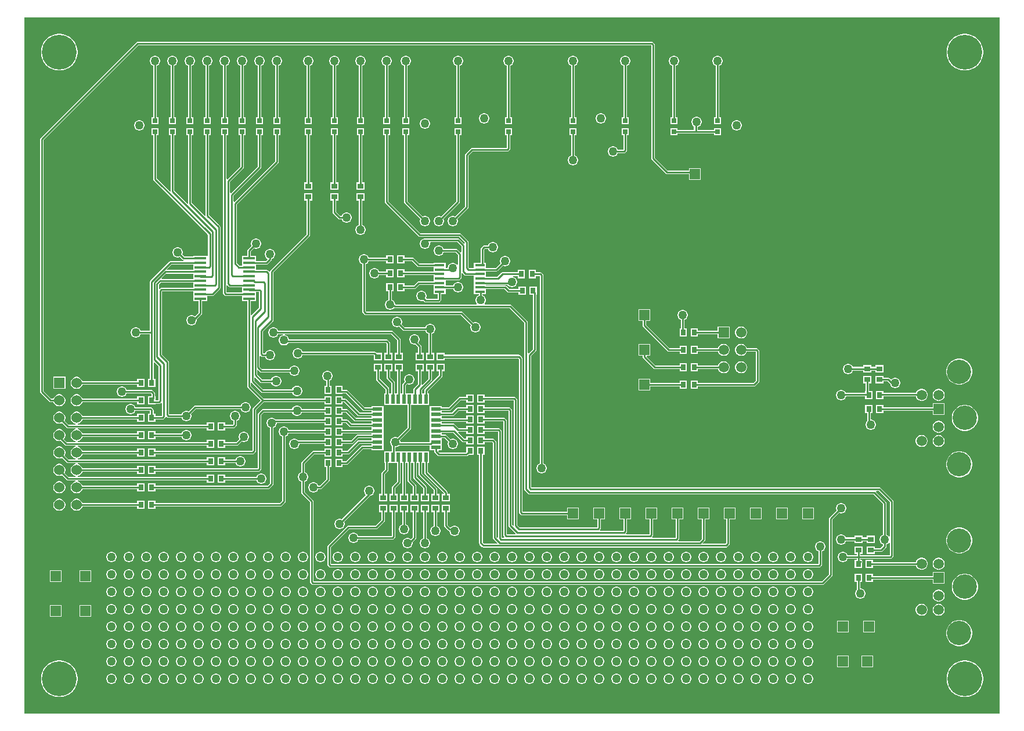
<source format=gtl>
G04*
G04 #@! TF.GenerationSoftware,Altium Limited,Altium Designer,22.3.1 (43)*
G04*
G04 Layer_Physical_Order=1*
G04 Layer_Color=255*
%FSLAX25Y25*%
%MOIN*%
G70*
G04*
G04 #@! TF.SameCoordinates,95171FB7-D515-428C-BD45-E7A15DE81ABC*
G04*
G04*
G04 #@! TF.FilePolarity,Positive*
G04*
G01*
G75*
%ADD11C,0.01000*%
%ADD16R,0.03150X0.03150*%
%ADD17R,0.03150X0.03740*%
%ADD18R,0.07087X0.01772*%
%ADD19R,0.05807X0.01772*%
%ADD20R,0.03740X0.03150*%
%ADD21R,0.02362X0.05807*%
%ADD22R,0.05807X0.02362*%
%ADD40C,0.20000*%
%ADD41R,0.05906X0.05906*%
%ADD42C,0.13996*%
%ADD43C,0.05941*%
%ADD44R,0.05941X0.05941*%
%ADD45C,0.05906*%
%ADD46R,0.05906X0.05906*%
%ADD47C,0.06000*%
%ADD48R,0.06000X0.06000*%
%ADD49C,0.05000*%
G36*
X560000D02*
X0D01*
Y400000D01*
X560000D01*
Y0D01*
D02*
G37*
%LPC*%
G36*
X540826Y390500D02*
X539174D01*
X537541Y390242D01*
X535969Y389731D01*
X534497Y388980D01*
X533160Y388009D01*
X531991Y386840D01*
X531020Y385503D01*
X530269Y384031D01*
X529759Y382459D01*
X529500Y380826D01*
Y379174D01*
X529759Y377541D01*
X530269Y375969D01*
X531020Y374497D01*
X531991Y373160D01*
X533160Y371991D01*
X534497Y371020D01*
X535969Y370269D01*
X537541Y369759D01*
X539174Y369500D01*
X540826D01*
X542459Y369759D01*
X544031Y370269D01*
X545503Y371020D01*
X546840Y371991D01*
X548009Y373160D01*
X548980Y374497D01*
X549731Y375969D01*
X550242Y377541D01*
X550500Y379174D01*
Y380826D01*
X550242Y382459D01*
X549731Y384031D01*
X548980Y385503D01*
X548009Y386840D01*
X546840Y388009D01*
X545503Y388980D01*
X544031Y389731D01*
X542459Y390242D01*
X540826Y390500D01*
D02*
G37*
G36*
X20826D02*
X19174D01*
X17541Y390242D01*
X15969Y389731D01*
X14497Y388980D01*
X13160Y388009D01*
X11991Y386840D01*
X11020Y385503D01*
X10269Y384031D01*
X9759Y382459D01*
X9500Y380826D01*
Y379174D01*
X9759Y377541D01*
X10269Y375969D01*
X11020Y374497D01*
X11991Y373160D01*
X13160Y371991D01*
X14497Y371020D01*
X15969Y370269D01*
X17541Y369759D01*
X19174Y369500D01*
X20826D01*
X22459Y369759D01*
X24031Y370269D01*
X25503Y371020D01*
X26840Y371991D01*
X28009Y373160D01*
X28980Y374497D01*
X29731Y375969D01*
X30242Y377541D01*
X30500Y379174D01*
Y380826D01*
X30242Y382459D01*
X29731Y384031D01*
X28980Y385503D01*
X28009Y386840D01*
X26840Y388009D01*
X25503Y388980D01*
X24031Y389731D01*
X22459Y390242D01*
X20826Y390500D01*
D02*
G37*
G36*
X331395Y345000D02*
X330605D01*
X329842Y344796D01*
X329158Y344401D01*
X328599Y343842D01*
X328204Y343158D01*
X328000Y342395D01*
Y341605D01*
X328204Y340842D01*
X328599Y340158D01*
X329158Y339599D01*
X329842Y339204D01*
X330605Y339000D01*
X331395D01*
X332158Y339204D01*
X332842Y339599D01*
X333401Y340158D01*
X333796Y340842D01*
X334000Y341605D01*
Y342395D01*
X333796Y343158D01*
X333401Y343842D01*
X332842Y344401D01*
X332158Y344796D01*
X331395Y345000D01*
D02*
G37*
G36*
X264395D02*
X263605D01*
X262842Y344796D01*
X262158Y344401D01*
X261599Y343842D01*
X261204Y343158D01*
X261000Y342395D01*
Y341605D01*
X261204Y340842D01*
X261599Y340158D01*
X262158Y339599D01*
X262842Y339204D01*
X263605Y339000D01*
X264395D01*
X265158Y339204D01*
X265842Y339599D01*
X266401Y340158D01*
X266796Y340842D01*
X267000Y341605D01*
Y342395D01*
X266796Y343158D01*
X266401Y343842D01*
X265842Y344401D01*
X265158Y344796D01*
X264395Y345000D01*
D02*
G37*
G36*
X398395Y378000D02*
X397605D01*
X396842Y377796D01*
X396158Y377401D01*
X395599Y376842D01*
X395204Y376158D01*
X395000Y375395D01*
Y374605D01*
X395204Y373842D01*
X395599Y373158D01*
X396158Y372599D01*
X396842Y372204D01*
X396980Y372167D01*
Y342724D01*
X395925D01*
Y338575D01*
X400075D01*
Y342724D01*
X399020D01*
Y372167D01*
X399158Y372204D01*
X399842Y372599D01*
X400401Y373158D01*
X400796Y373842D01*
X401000Y374605D01*
Y375395D01*
X400796Y376158D01*
X400401Y376842D01*
X399842Y377401D01*
X399158Y377796D01*
X398395Y378000D01*
D02*
G37*
G36*
X373395D02*
X372605D01*
X371842Y377796D01*
X371158Y377401D01*
X370599Y376842D01*
X370204Y376158D01*
X370000Y375395D01*
Y374605D01*
X370204Y373842D01*
X370599Y373158D01*
X371158Y372599D01*
X371842Y372204D01*
X371980Y372167D01*
Y342724D01*
X370925D01*
Y338575D01*
X375075D01*
Y342724D01*
X374020D01*
Y372167D01*
X374158Y372204D01*
X374842Y372599D01*
X375401Y373158D01*
X375796Y373842D01*
X376000Y374605D01*
Y375395D01*
X375796Y376158D01*
X375401Y376842D01*
X374842Y377401D01*
X374158Y377796D01*
X373395Y378000D01*
D02*
G37*
G36*
X345395D02*
X344605D01*
X343842Y377796D01*
X343158Y377401D01*
X342599Y376842D01*
X342204Y376158D01*
X342000Y375395D01*
Y374605D01*
X342204Y373842D01*
X342599Y373158D01*
X343158Y372599D01*
X343842Y372204D01*
X343980Y372167D01*
Y342724D01*
X342925D01*
Y338575D01*
X347075D01*
Y342724D01*
X346020D01*
Y372167D01*
X346158Y372204D01*
X346842Y372599D01*
X347401Y373158D01*
X347796Y373842D01*
X348000Y374605D01*
Y375395D01*
X347796Y376158D01*
X347401Y376842D01*
X346842Y377401D01*
X346158Y377796D01*
X345395Y378000D01*
D02*
G37*
G36*
X315395D02*
X314605D01*
X313842Y377796D01*
X313158Y377401D01*
X312599Y376842D01*
X312204Y376158D01*
X312000Y375395D01*
Y374605D01*
X312204Y373842D01*
X312599Y373158D01*
X313158Y372599D01*
X313842Y372204D01*
X313980Y372167D01*
Y342724D01*
X312925D01*
Y338575D01*
X317075D01*
Y342724D01*
X316020D01*
Y372167D01*
X316158Y372204D01*
X316842Y372599D01*
X317401Y373158D01*
X317796Y373842D01*
X318000Y374605D01*
Y375395D01*
X317796Y376158D01*
X317401Y376842D01*
X316842Y377401D01*
X316158Y377796D01*
X315395Y378000D01*
D02*
G37*
G36*
X278395D02*
X277605D01*
X276842Y377796D01*
X276158Y377401D01*
X275599Y376842D01*
X275204Y376158D01*
X275000Y375395D01*
Y374605D01*
X275204Y373842D01*
X275599Y373158D01*
X276158Y372599D01*
X276842Y372204D01*
X276980Y372167D01*
Y342724D01*
X275925D01*
Y338575D01*
X280075D01*
Y342724D01*
X279020D01*
Y372167D01*
X279158Y372204D01*
X279842Y372599D01*
X280401Y373158D01*
X280796Y373842D01*
X281000Y374605D01*
Y375395D01*
X280796Y376158D01*
X280401Y376842D01*
X279842Y377401D01*
X279158Y377796D01*
X278395Y378000D01*
D02*
G37*
G36*
X249395D02*
X248605D01*
X247842Y377796D01*
X247158Y377401D01*
X246599Y376842D01*
X246204Y376158D01*
X246000Y375395D01*
Y374605D01*
X246204Y373842D01*
X246599Y373158D01*
X247158Y372599D01*
X247842Y372204D01*
X247980Y372167D01*
Y342724D01*
X246925D01*
Y338575D01*
X251075D01*
Y342724D01*
X250020D01*
Y372167D01*
X250158Y372204D01*
X250842Y372599D01*
X251401Y373158D01*
X251796Y373842D01*
X252000Y374605D01*
Y375395D01*
X251796Y376158D01*
X251401Y376842D01*
X250842Y377401D01*
X250158Y377796D01*
X249395Y378000D01*
D02*
G37*
G36*
X219395D02*
X218605D01*
X217842Y377796D01*
X217158Y377401D01*
X216599Y376842D01*
X216204Y376158D01*
X216000Y375395D01*
Y374605D01*
X216204Y373842D01*
X216599Y373158D01*
X217158Y372599D01*
X217842Y372204D01*
X217980Y372167D01*
Y342724D01*
X216925D01*
Y338575D01*
X221075D01*
Y342724D01*
X220020D01*
Y372167D01*
X220158Y372204D01*
X220842Y372599D01*
X221401Y373158D01*
X221796Y373842D01*
X222000Y374605D01*
Y375395D01*
X221796Y376158D01*
X221401Y376842D01*
X220842Y377401D01*
X220158Y377796D01*
X219395Y378000D01*
D02*
G37*
G36*
X208395D02*
X207605D01*
X206842Y377796D01*
X206158Y377401D01*
X205599Y376842D01*
X205204Y376158D01*
X205000Y375395D01*
Y374605D01*
X205204Y373842D01*
X205599Y373158D01*
X206158Y372599D01*
X206842Y372204D01*
X206980Y372167D01*
Y342724D01*
X205925D01*
Y338575D01*
X210075D01*
Y342724D01*
X209020D01*
Y372167D01*
X209158Y372204D01*
X209842Y372599D01*
X210401Y373158D01*
X210796Y373842D01*
X211000Y374605D01*
Y375395D01*
X210796Y376158D01*
X210401Y376842D01*
X209842Y377401D01*
X209158Y377796D01*
X208395Y378000D01*
D02*
G37*
G36*
X193395D02*
X192605D01*
X191842Y377796D01*
X191158Y377401D01*
X190599Y376842D01*
X190204Y376158D01*
X190000Y375395D01*
Y374605D01*
X190204Y373842D01*
X190599Y373158D01*
X191158Y372599D01*
X191842Y372204D01*
X191980Y372167D01*
Y342724D01*
X190925D01*
Y338575D01*
X195075D01*
Y342724D01*
X194020D01*
Y372167D01*
X194158Y372204D01*
X194842Y372599D01*
X195401Y373158D01*
X195796Y373842D01*
X196000Y374605D01*
Y375395D01*
X195796Y376158D01*
X195401Y376842D01*
X194842Y377401D01*
X194158Y377796D01*
X193395Y378000D01*
D02*
G37*
G36*
X178395D02*
X177605D01*
X176842Y377796D01*
X176158Y377401D01*
X175599Y376842D01*
X175204Y376158D01*
X175000Y375395D01*
Y374605D01*
X175204Y373842D01*
X175599Y373158D01*
X176158Y372599D01*
X176842Y372204D01*
X176980Y372167D01*
Y342724D01*
X175925D01*
Y338575D01*
X180075D01*
Y342724D01*
X179020D01*
Y372167D01*
X179158Y372204D01*
X179842Y372599D01*
X180401Y373158D01*
X180796Y373842D01*
X181000Y374605D01*
Y375395D01*
X180796Y376158D01*
X180401Y376842D01*
X179842Y377401D01*
X179158Y377796D01*
X178395Y378000D01*
D02*
G37*
G36*
X163395D02*
X162605D01*
X161842Y377796D01*
X161158Y377401D01*
X160599Y376842D01*
X160204Y376158D01*
X160000Y375395D01*
Y374605D01*
X160204Y373842D01*
X160599Y373158D01*
X161158Y372599D01*
X161842Y372204D01*
X161980Y372167D01*
Y342724D01*
X160925D01*
Y338575D01*
X165075D01*
Y342724D01*
X164020D01*
Y372167D01*
X164158Y372204D01*
X164842Y372599D01*
X165401Y373158D01*
X165796Y373842D01*
X166000Y374605D01*
Y375395D01*
X165796Y376158D01*
X165401Y376842D01*
X164842Y377401D01*
X164158Y377796D01*
X163395Y378000D01*
D02*
G37*
G36*
X145395D02*
X144605D01*
X143842Y377796D01*
X143158Y377401D01*
X142599Y376842D01*
X142204Y376158D01*
X142000Y375395D01*
Y374605D01*
X142204Y373842D01*
X142599Y373158D01*
X143158Y372599D01*
X143842Y372204D01*
X143980Y372167D01*
Y342724D01*
X142925D01*
Y338575D01*
X147075D01*
Y342724D01*
X146020D01*
Y372167D01*
X146158Y372204D01*
X146842Y372599D01*
X147401Y373158D01*
X147796Y373842D01*
X148000Y374605D01*
Y375395D01*
X147796Y376158D01*
X147401Y376842D01*
X146842Y377401D01*
X146158Y377796D01*
X145395Y378000D01*
D02*
G37*
G36*
X135395D02*
X134605D01*
X133842Y377796D01*
X133158Y377401D01*
X132599Y376842D01*
X132204Y376158D01*
X132000Y375395D01*
Y374605D01*
X132204Y373842D01*
X132599Y373158D01*
X133158Y372599D01*
X133842Y372204D01*
X133980Y372167D01*
Y342724D01*
X132925D01*
Y338575D01*
X137075D01*
Y342724D01*
X136020D01*
Y372167D01*
X136158Y372204D01*
X136842Y372599D01*
X137401Y373158D01*
X137796Y373842D01*
X138000Y374605D01*
Y375395D01*
X137796Y376158D01*
X137401Y376842D01*
X136842Y377401D01*
X136158Y377796D01*
X135395Y378000D01*
D02*
G37*
G36*
X125395D02*
X124605D01*
X123842Y377796D01*
X123158Y377401D01*
X122599Y376842D01*
X122204Y376158D01*
X122000Y375395D01*
Y374605D01*
X122204Y373842D01*
X122599Y373158D01*
X123158Y372599D01*
X123842Y372204D01*
X123980Y372167D01*
Y342724D01*
X122925D01*
Y338575D01*
X127075D01*
Y342724D01*
X126020D01*
Y372167D01*
X126158Y372204D01*
X126842Y372599D01*
X127401Y373158D01*
X127796Y373842D01*
X128000Y374605D01*
Y375395D01*
X127796Y376158D01*
X127401Y376842D01*
X126842Y377401D01*
X126158Y377796D01*
X125395Y378000D01*
D02*
G37*
G36*
X115395D02*
X114605D01*
X113842Y377796D01*
X113158Y377401D01*
X112599Y376842D01*
X112204Y376158D01*
X112000Y375395D01*
Y374605D01*
X112204Y373842D01*
X112599Y373158D01*
X113158Y372599D01*
X113842Y372204D01*
X113980Y372167D01*
Y342724D01*
X112925D01*
Y338575D01*
X117075D01*
Y342724D01*
X116020D01*
Y372167D01*
X116158Y372204D01*
X116842Y372599D01*
X117401Y373158D01*
X117796Y373842D01*
X118000Y374605D01*
Y375395D01*
X117796Y376158D01*
X117401Y376842D01*
X116842Y377401D01*
X116158Y377796D01*
X115395Y378000D01*
D02*
G37*
G36*
X105395D02*
X104605D01*
X103842Y377796D01*
X103158Y377401D01*
X102599Y376842D01*
X102204Y376158D01*
X102000Y375395D01*
Y374605D01*
X102204Y373842D01*
X102599Y373158D01*
X103158Y372599D01*
X103842Y372204D01*
X103980Y372167D01*
Y342724D01*
X102925D01*
Y338575D01*
X107075D01*
Y342724D01*
X106020D01*
Y372167D01*
X106158Y372204D01*
X106842Y372599D01*
X107401Y373158D01*
X107796Y373842D01*
X108000Y374605D01*
Y375395D01*
X107796Y376158D01*
X107401Y376842D01*
X106842Y377401D01*
X106158Y377796D01*
X105395Y378000D01*
D02*
G37*
G36*
X95395D02*
X94605D01*
X93842Y377796D01*
X93158Y377401D01*
X92599Y376842D01*
X92204Y376158D01*
X92000Y375395D01*
Y374605D01*
X92204Y373842D01*
X92599Y373158D01*
X93158Y372599D01*
X93842Y372204D01*
X93980Y372167D01*
Y342724D01*
X92925D01*
Y338575D01*
X97075D01*
Y342724D01*
X96020D01*
Y372167D01*
X96158Y372204D01*
X96842Y372599D01*
X97401Y373158D01*
X97796Y373842D01*
X98000Y374605D01*
Y375395D01*
X97796Y376158D01*
X97401Y376842D01*
X96842Y377401D01*
X96158Y377796D01*
X95395Y378000D01*
D02*
G37*
G36*
X85395D02*
X84605D01*
X83842Y377796D01*
X83158Y377401D01*
X82599Y376842D01*
X82204Y376158D01*
X82000Y375395D01*
Y374605D01*
X82204Y373842D01*
X82599Y373158D01*
X83158Y372599D01*
X83842Y372204D01*
X83980Y372167D01*
Y342724D01*
X82925D01*
Y338575D01*
X87075D01*
Y342724D01*
X86020D01*
Y372167D01*
X86158Y372204D01*
X86842Y372599D01*
X87401Y373158D01*
X87796Y373842D01*
X88000Y374605D01*
Y375395D01*
X87796Y376158D01*
X87401Y376842D01*
X86842Y377401D01*
X86158Y377796D01*
X85395Y378000D01*
D02*
G37*
G36*
X75395D02*
X74605D01*
X73842Y377796D01*
X73158Y377401D01*
X72599Y376842D01*
X72204Y376158D01*
X72000Y375395D01*
Y374605D01*
X72204Y373842D01*
X72599Y373158D01*
X73158Y372599D01*
X73842Y372204D01*
X73980Y372167D01*
Y342724D01*
X72925D01*
Y338575D01*
X77075D01*
Y342724D01*
X76020D01*
Y372167D01*
X76158Y372204D01*
X76842Y372599D01*
X77401Y373158D01*
X77796Y373842D01*
X78000Y374605D01*
Y375395D01*
X77796Y376158D01*
X77401Y376842D01*
X76842Y377401D01*
X76158Y377796D01*
X75395Y378000D01*
D02*
G37*
G36*
X230395Y342000D02*
X229605D01*
X228842Y341796D01*
X228158Y341401D01*
X227599Y340842D01*
X227204Y340158D01*
X227000Y339395D01*
Y338605D01*
X227204Y337842D01*
X227599Y337158D01*
X228158Y336599D01*
X228842Y336204D01*
X229605Y336000D01*
X230395D01*
X231158Y336204D01*
X231842Y336599D01*
X232401Y337158D01*
X232796Y337842D01*
X233000Y338605D01*
Y339395D01*
X232796Y340158D01*
X232401Y340842D01*
X231842Y341401D01*
X231158Y341796D01*
X230395Y342000D01*
D02*
G37*
G36*
X386395Y343000D02*
X385605D01*
X384842Y342796D01*
X384158Y342401D01*
X383599Y341842D01*
X383204Y341158D01*
X383000Y340395D01*
Y339605D01*
X383204Y338842D01*
X383599Y338158D01*
X384158Y337599D01*
X384480Y337413D01*
Y335370D01*
X375075D01*
Y336425D01*
X370925D01*
Y332276D01*
X375075D01*
Y333331D01*
X395925D01*
Y332276D01*
X400075D01*
Y336425D01*
X395925D01*
Y335370D01*
X386520D01*
Y337033D01*
X387158Y337204D01*
X387842Y337599D01*
X388401Y338158D01*
X388796Y338842D01*
X389000Y339605D01*
Y340395D01*
X388796Y341158D01*
X388401Y341842D01*
X387842Y342401D01*
X387158Y342796D01*
X386395Y343000D01*
D02*
G37*
G36*
X409395Y341000D02*
X408605D01*
X407842Y340796D01*
X407158Y340401D01*
X406599Y339842D01*
X406204Y339158D01*
X406000Y338395D01*
Y337605D01*
X406204Y336842D01*
X406599Y336158D01*
X407158Y335599D01*
X407842Y335204D01*
X408605Y335000D01*
X409395D01*
X410158Y335204D01*
X410842Y335599D01*
X411401Y336158D01*
X411796Y336842D01*
X412000Y337605D01*
Y338395D01*
X411796Y339158D01*
X411401Y339842D01*
X410842Y340401D01*
X410158Y340796D01*
X409395Y341000D01*
D02*
G37*
G36*
X66395D02*
X65605D01*
X64842Y340796D01*
X64158Y340401D01*
X63599Y339842D01*
X63204Y339158D01*
X63000Y338395D01*
Y337605D01*
X63204Y336842D01*
X63599Y336158D01*
X64158Y335599D01*
X64842Y335204D01*
X65605Y335000D01*
X66395D01*
X67158Y335204D01*
X67842Y335599D01*
X68401Y336158D01*
X68796Y336842D01*
X69000Y337605D01*
Y338395D01*
X68796Y339158D01*
X68401Y339842D01*
X67842Y340401D01*
X67158Y340796D01*
X66395Y341000D01*
D02*
G37*
G36*
X347075Y336425D02*
X342925D01*
Y332276D01*
X343980D01*
Y324020D01*
X340833D01*
X340796Y324158D01*
X340401Y324842D01*
X339842Y325401D01*
X339158Y325796D01*
X338395Y326000D01*
X337605D01*
X336842Y325796D01*
X336158Y325401D01*
X335599Y324842D01*
X335204Y324158D01*
X335000Y323395D01*
Y322605D01*
X335204Y321842D01*
X335599Y321158D01*
X336158Y320599D01*
X336842Y320204D01*
X337605Y320000D01*
X338395D01*
X339158Y320204D01*
X339842Y320599D01*
X340401Y321158D01*
X340796Y321842D01*
X340833Y321980D01*
X344414D01*
X344804Y322058D01*
X345135Y322279D01*
X345721Y322865D01*
X345942Y323196D01*
X346020Y323586D01*
Y332276D01*
X347075D01*
Y336425D01*
D02*
G37*
G36*
X317075D02*
X312925D01*
Y332276D01*
X313980D01*
Y320833D01*
X313842Y320796D01*
X313158Y320401D01*
X312599Y319842D01*
X312204Y319158D01*
X312000Y318395D01*
Y317605D01*
X312204Y316842D01*
X312599Y316158D01*
X313158Y315599D01*
X313842Y315204D01*
X314605Y315000D01*
X315395D01*
X316158Y315204D01*
X316842Y315599D01*
X317401Y316158D01*
X317796Y316842D01*
X318000Y317605D01*
Y318395D01*
X317796Y319158D01*
X317401Y319842D01*
X316842Y320401D01*
X316158Y320796D01*
X316020Y320833D01*
Y332276D01*
X317075D01*
Y336425D01*
D02*
G37*
G36*
X360414Y386020D02*
X65000D01*
X64610Y385942D01*
X64279Y385721D01*
X9279Y330721D01*
X9058Y330390D01*
X8980Y330000D01*
Y185000D01*
X9058Y184610D01*
X9279Y184279D01*
X14279Y179279D01*
X14610Y179058D01*
X15000Y178980D01*
X16650D01*
X16738Y178649D01*
X17199Y177851D01*
X17851Y177199D01*
X18649Y176739D01*
X19539Y176500D01*
X20461D01*
X21351Y176739D01*
X22149Y177199D01*
X22801Y177851D01*
X23261Y178649D01*
X23500Y179539D01*
Y180461D01*
X23261Y181351D01*
X22801Y182149D01*
X22149Y182801D01*
X21351Y183262D01*
X20461Y183500D01*
X19539D01*
X18649Y183262D01*
X17851Y182801D01*
X17199Y182149D01*
X16738Y181351D01*
X16650Y181020D01*
X15422D01*
X11020Y185422D01*
Y329578D01*
X65422Y383980D01*
X359980D01*
Y319000D01*
X360058Y318610D01*
X360279Y318279D01*
X368279Y310279D01*
X368610Y310058D01*
X369000Y309980D01*
X381547D01*
Y306547D01*
X388453D01*
Y313453D01*
X381547D01*
Y312020D01*
X369422D01*
X362020Y319422D01*
Y384414D01*
X361942Y384804D01*
X361721Y385135D01*
X361135Y385721D01*
X360804Y385942D01*
X360414Y386020D01*
D02*
G37*
G36*
X195075Y336425D02*
X190925D01*
Y332276D01*
X191980D01*
Y305224D01*
X190630D01*
Y301075D01*
X195370D01*
Y305224D01*
X194020D01*
Y332276D01*
X195075D01*
Y336425D01*
D02*
G37*
G36*
X180075D02*
X175925D01*
Y332276D01*
X176980D01*
Y305224D01*
X175630D01*
Y301075D01*
X180370D01*
Y305224D01*
X179020D01*
Y332276D01*
X180075D01*
Y336425D01*
D02*
G37*
G36*
X165075D02*
X160925D01*
Y332276D01*
X161980D01*
Y305224D01*
X160630D01*
Y301075D01*
X165370D01*
Y305224D01*
X164020D01*
Y332276D01*
X165075D01*
Y336425D01*
D02*
G37*
G36*
X147075D02*
X142925D01*
Y332276D01*
X143980D01*
Y317422D01*
X120520Y293962D01*
X120020Y294169D01*
Y297578D01*
X135721Y313279D01*
X135942Y313610D01*
X136020Y314000D01*
Y332276D01*
X137075D01*
Y336425D01*
X132925D01*
Y332276D01*
X133980D01*
Y314422D01*
X118520Y298961D01*
X118020Y299169D01*
Y305578D01*
X125721Y313279D01*
X125942Y313610D01*
X126020Y314000D01*
Y332276D01*
X127075D01*
Y336425D01*
X122925D01*
Y332276D01*
X123980D01*
Y314422D01*
X116520Y306961D01*
X116020Y307169D01*
Y332276D01*
X117075D01*
Y336425D01*
X112925D01*
Y332276D01*
X113980D01*
Y241629D01*
X114058Y241239D01*
X114279Y240908D01*
X114865Y240322D01*
X115196Y240101D01*
X115586Y240024D01*
X124933D01*
Y237098D01*
X127957D01*
Y211024D01*
X127980Y210905D01*
Y188000D01*
X128058Y187610D01*
X128279Y187279D01*
X135558Y180000D01*
X131279Y175721D01*
X131058Y175390D01*
X130980Y175000D01*
Y151422D01*
X130578Y151020D01*
X75224D01*
Y152370D01*
X71075D01*
Y147630D01*
X75224D01*
Y148980D01*
X131000D01*
X131390Y149058D01*
X131721Y149279D01*
X132721Y150279D01*
X132942Y150610D01*
X133020Y151000D01*
Y174578D01*
X137422Y178980D01*
X172276D01*
Y177630D01*
X176425D01*
Y182370D01*
X172276D01*
Y181020D01*
X137422D01*
X130020Y188422D01*
Y189831D01*
X130520Y190039D01*
X135900Y184658D01*
X136231Y184437D01*
X136621Y184359D01*
X153667D01*
X153704Y184221D01*
X154099Y183537D01*
X154658Y182978D01*
X155342Y182583D01*
X156105Y182379D01*
X156895D01*
X157658Y182583D01*
X158342Y182978D01*
X158901Y183537D01*
X159296Y184221D01*
X159500Y184984D01*
Y185774D01*
X159296Y186537D01*
X158901Y187221D01*
X158342Y187779D01*
X157658Y188174D01*
X156895Y188379D01*
X156105D01*
X155342Y188174D01*
X154658Y187779D01*
X154099Y187221D01*
X153704Y186537D01*
X153667Y186398D01*
X137044D01*
X132020Y191422D01*
Y193007D01*
X132482Y193198D01*
X135400Y190279D01*
X135731Y190058D01*
X136121Y189980D01*
X141667D01*
X141704Y189842D01*
X142099Y189158D01*
X142658Y188599D01*
X143342Y188204D01*
X144105Y188000D01*
X144895D01*
X145658Y188204D01*
X146342Y188599D01*
X146901Y189158D01*
X147296Y189842D01*
X147500Y190605D01*
Y191395D01*
X147296Y192158D01*
X146901Y192842D01*
X146342Y193401D01*
X145658Y193796D01*
X144895Y194000D01*
X144105D01*
X143342Y193796D01*
X142658Y193401D01*
X142099Y192842D01*
X141704Y192158D01*
X141667Y192020D01*
X136544D01*
X133520Y195044D01*
Y197385D01*
X133982Y197576D01*
X135279Y196279D01*
X135610Y196058D01*
X136000Y195980D01*
X152167D01*
X152204Y195842D01*
X152599Y195158D01*
X153158Y194599D01*
X153842Y194204D01*
X154605Y194000D01*
X155395D01*
X156158Y194204D01*
X156842Y194599D01*
X157401Y195158D01*
X157796Y195842D01*
X158000Y196605D01*
Y197395D01*
X157796Y198158D01*
X157401Y198842D01*
X156842Y199401D01*
X156158Y199796D01*
X155395Y200000D01*
X154605D01*
X153842Y199796D01*
X153158Y199401D01*
X152599Y198842D01*
X152204Y198158D01*
X152167Y198020D01*
X136422D01*
X135020Y199422D01*
Y205417D01*
X135520Y205624D01*
X135865Y205279D01*
X136196Y205058D01*
X136586Y204980D01*
X138167D01*
X138204Y204842D01*
X138599Y204158D01*
X139158Y203599D01*
X139842Y203204D01*
X140605Y203000D01*
X141395D01*
X142158Y203204D01*
X142842Y203599D01*
X143401Y204158D01*
X143796Y204842D01*
X144000Y205605D01*
Y206395D01*
X143796Y207158D01*
X143401Y207842D01*
X142842Y208401D01*
X142158Y208796D01*
X141395Y209000D01*
X140605D01*
X139842Y208796D01*
X139158Y208401D01*
X138599Y207842D01*
X138204Y207158D01*
X138167Y207020D01*
X137020D01*
Y219578D01*
X142721Y225279D01*
X142942Y225610D01*
X143020Y226000D01*
Y253578D01*
X163721Y274279D01*
X163942Y274610D01*
X164020Y275000D01*
Y294776D01*
X165370D01*
Y298925D01*
X160630D01*
Y294776D01*
X161980D01*
Y275422D01*
X141279Y254721D01*
X141058Y254390D01*
X141008Y254141D01*
X140653Y253975D01*
X140480Y253961D01*
X139882Y254559D01*
X139552Y254781D01*
X139161Y254858D01*
X133020D01*
Y257937D01*
X138957D01*
X139347Y258015D01*
X139678Y258236D01*
X141721Y260279D01*
X141942Y260610D01*
X142020Y261000D01*
Y261167D01*
X142158Y261204D01*
X142842Y261599D01*
X143401Y262158D01*
X143796Y262842D01*
X144000Y263605D01*
Y264395D01*
X143796Y265158D01*
X143401Y265842D01*
X142842Y266401D01*
X142158Y266796D01*
X141395Y267000D01*
X140605D01*
X139842Y266796D01*
X139158Y266401D01*
X138599Y265842D01*
X138204Y265158D01*
X138000Y264395D01*
Y263605D01*
X138204Y262842D01*
X138599Y262158D01*
X139158Y261599D01*
X139436Y261439D01*
X139501Y260943D01*
X138534Y259976D01*
X133020D01*
Y262902D01*
X129996D01*
Y265554D01*
X131718Y267276D01*
X131842Y267204D01*
X132605Y267000D01*
X133395D01*
X134158Y267204D01*
X134842Y267599D01*
X135401Y268158D01*
X135796Y268842D01*
X136000Y269605D01*
Y270395D01*
X135796Y271158D01*
X135401Y271842D01*
X134842Y272401D01*
X134158Y272796D01*
X133395Y273000D01*
X132605D01*
X131842Y272796D01*
X131158Y272401D01*
X130599Y271842D01*
X130204Y271158D01*
X130000Y270395D01*
Y269605D01*
X130204Y268842D01*
X130276Y268718D01*
X128255Y266697D01*
X128034Y266367D01*
X127957Y265976D01*
Y262902D01*
X124933D01*
Y260130D01*
Y257417D01*
X123525D01*
X122020Y258922D01*
Y292578D01*
X145721Y316279D01*
X145942Y316610D01*
X146020Y317000D01*
Y332276D01*
X147075D01*
Y336425D01*
D02*
G37*
G36*
X107075D02*
X102925D01*
Y332276D01*
X103980D01*
Y286169D01*
X103535Y285948D01*
X103498Y285944D01*
X96020Y293422D01*
Y332276D01*
X97075D01*
Y336425D01*
X92925D01*
Y332276D01*
X93980D01*
Y293169D01*
X93535Y292948D01*
X93498Y292944D01*
X86020Y300422D01*
Y332276D01*
X87075D01*
Y336425D01*
X82925D01*
Y332276D01*
X83980D01*
Y300169D01*
X83535Y299948D01*
X83498Y299944D01*
X76020Y307422D01*
Y332276D01*
X77075D01*
Y336425D01*
X72925D01*
Y332276D01*
X73980D01*
Y307000D01*
X74058Y306610D01*
X74279Y306279D01*
X105480Y275078D01*
Y263110D01*
X105067Y262902D01*
X96980D01*
Y262535D01*
X91907D01*
X90724Y263718D01*
X90796Y263842D01*
X91000Y264605D01*
Y265395D01*
X90796Y266158D01*
X90401Y266842D01*
X89842Y267401D01*
X89158Y267796D01*
X88395Y268000D01*
X87605D01*
X86842Y267796D01*
X86158Y267401D01*
X85599Y266842D01*
X85204Y266158D01*
X85000Y265395D01*
Y264605D01*
X85204Y263842D01*
X85599Y263158D01*
X86158Y262599D01*
X86842Y262204D01*
X87605Y262000D01*
X88395D01*
X89158Y262204D01*
X89282Y262276D01*
X90763Y260795D01*
X91094Y260574D01*
X91366Y260520D01*
X91317Y260020D01*
X84000D01*
X83610Y259942D01*
X83279Y259721D01*
X72429Y248871D01*
X72208Y248540D01*
X72130Y248150D01*
Y220094D01*
X66813D01*
X66796Y220158D01*
X66401Y220842D01*
X65842Y221401D01*
X65158Y221796D01*
X64395Y222000D01*
X63605D01*
X62842Y221796D01*
X62158Y221401D01*
X61599Y220842D01*
X61204Y220158D01*
X61000Y219395D01*
Y218605D01*
X61204Y217842D01*
X61599Y217158D01*
X62158Y216599D01*
X62842Y216204D01*
X63605Y216000D01*
X64395D01*
X65158Y216204D01*
X65842Y216599D01*
X66401Y217158D01*
X66796Y217842D01*
X66853Y218055D01*
X72130D01*
Y192370D01*
X71075D01*
Y187630D01*
X75224D01*
Y192370D01*
X74169D01*
Y201736D01*
X74631Y201927D01*
X76980Y199578D01*
Y180020D01*
X75224D01*
Y182370D01*
X75020D01*
Y184000D01*
X74942Y184390D01*
X74721Y184721D01*
X73721Y185721D01*
X73390Y185942D01*
X73000Y186020D01*
X58833D01*
X58796Y186158D01*
X58401Y186842D01*
X57842Y187401D01*
X57158Y187796D01*
X56395Y188000D01*
X55605D01*
X54842Y187796D01*
X54158Y187401D01*
X53599Y186842D01*
X53204Y186158D01*
X53000Y185395D01*
Y184605D01*
X53204Y183842D01*
X53599Y183158D01*
X54158Y182599D01*
X54842Y182204D01*
X55605Y182000D01*
X56395D01*
X57158Y182204D01*
X57842Y182599D01*
X58401Y183158D01*
X58796Y183842D01*
X58833Y183980D01*
X72578D01*
X72980Y183578D01*
Y182370D01*
X71075D01*
Y177630D01*
X75224D01*
Y177980D01*
X77414D01*
X77804Y178058D01*
X78135Y178279D01*
X78480Y178624D01*
X78980Y178417D01*
Y171020D01*
X75224D01*
Y172370D01*
X74169D01*
Y174414D01*
X74092Y174804D01*
X73871Y175135D01*
X73285Y175721D01*
X72954Y175942D01*
X72564Y176020D01*
X63833D01*
X63796Y176158D01*
X63401Y176842D01*
X62842Y177401D01*
X62158Y177796D01*
X61395Y178000D01*
X60605D01*
X59842Y177796D01*
X59158Y177401D01*
X58599Y176842D01*
X58204Y176158D01*
X58000Y175395D01*
Y174605D01*
X58204Y173842D01*
X58599Y173158D01*
X59158Y172599D01*
X59842Y172204D01*
X60605Y172000D01*
X61395D01*
X62158Y172204D01*
X62842Y172599D01*
X63401Y173158D01*
X63796Y173842D01*
X63833Y173980D01*
X72130D01*
Y172370D01*
X71075D01*
Y167630D01*
X75224D01*
Y168980D01*
X79414D01*
X79804Y169058D01*
X80135Y169279D01*
X80721Y169865D01*
X80942Y170196D01*
X80992Y170445D01*
X81347Y170611D01*
X81520Y170624D01*
X81865Y170279D01*
X82196Y170058D01*
X82586Y169980D01*
X90167D01*
X90204Y169842D01*
X90599Y169158D01*
X91158Y168599D01*
X91842Y168204D01*
X92605Y168000D01*
X93395D01*
X94158Y168204D01*
X94842Y168599D01*
X95401Y169158D01*
X95796Y169842D01*
X96000Y170605D01*
Y171395D01*
X95796Y172158D01*
X95724Y172282D01*
X98422Y174980D01*
X124167D01*
X124204Y174842D01*
X124599Y174158D01*
X125158Y173599D01*
X125842Y173204D01*
X126605Y173000D01*
X127395D01*
X128158Y173204D01*
X128842Y173599D01*
X129401Y174158D01*
X129796Y174842D01*
X130000Y175605D01*
Y176395D01*
X129796Y177158D01*
X129401Y177842D01*
X128842Y178401D01*
X128158Y178796D01*
X127395Y179000D01*
X126605D01*
X125842Y178796D01*
X125158Y178401D01*
X124599Y177842D01*
X124204Y177158D01*
X124167Y177020D01*
X98000D01*
X97610Y176942D01*
X97279Y176721D01*
X94282Y173724D01*
X94158Y173796D01*
X93395Y174000D01*
X92605D01*
X91842Y173796D01*
X91158Y173401D01*
X90599Y172842D01*
X90204Y172158D01*
X90167Y172020D01*
X83020D01*
Y202000D01*
X82942Y202390D01*
X82721Y202721D01*
X79020Y206422D01*
Y242578D01*
X79025Y242583D01*
X96980D01*
Y239657D01*
Y237098D01*
X100004D01*
Y230446D01*
X97900Y228342D01*
X97842Y228401D01*
X97158Y228796D01*
X96395Y229000D01*
X95605D01*
X94842Y228796D01*
X94158Y228401D01*
X93599Y227842D01*
X93204Y227158D01*
X93000Y226395D01*
Y225605D01*
X93204Y224842D01*
X93599Y224158D01*
X94158Y223599D01*
X94842Y223204D01*
X95605Y223000D01*
X96395D01*
X97158Y223204D01*
X97842Y223599D01*
X98401Y224158D01*
X98796Y224842D01*
X99000Y225605D01*
Y226395D01*
X98966Y226524D01*
X101745Y229303D01*
X101966Y229633D01*
X102043Y230024D01*
Y237098D01*
X105067D01*
Y239980D01*
X108000D01*
X108390Y240058D01*
X108721Y240279D01*
X112221Y243779D01*
X112442Y244110D01*
X112520Y244500D01*
Y279500D01*
X112442Y279890D01*
X112221Y280221D01*
X106020Y286422D01*
Y332276D01*
X107075D01*
Y336425D01*
D02*
G37*
G36*
X280075D02*
X275925D01*
Y332276D01*
X276980D01*
Y325020D01*
X257000D01*
X256610Y324942D01*
X256279Y324721D01*
X253279Y321721D01*
X253058Y321390D01*
X252980Y321000D01*
Y291422D01*
X247282Y285724D01*
X247158Y285796D01*
X246395Y286000D01*
X245605D01*
X244842Y285796D01*
X244158Y285401D01*
X243599Y284842D01*
X243204Y284158D01*
X243000Y283395D01*
Y282605D01*
X243204Y281842D01*
X243599Y281158D01*
X244158Y280599D01*
X244842Y280204D01*
X245605Y280000D01*
X246395D01*
X247158Y280204D01*
X247842Y280599D01*
X248401Y281158D01*
X248796Y281842D01*
X249000Y282605D01*
Y283395D01*
X248796Y284158D01*
X248724Y284282D01*
X254721Y290279D01*
X254942Y290610D01*
X255020Y291000D01*
Y320578D01*
X257422Y322980D01*
X277414D01*
X277804Y323058D01*
X278135Y323279D01*
X278721Y323865D01*
X278942Y324196D01*
X279020Y324586D01*
Y332276D01*
X280075D01*
Y336425D01*
D02*
G37*
G36*
X251075D02*
X246925D01*
Y332276D01*
X247980D01*
Y294422D01*
X239282Y285724D01*
X239158Y285796D01*
X238395Y286000D01*
X237605D01*
X236842Y285796D01*
X236158Y285401D01*
X235599Y284842D01*
X235204Y284158D01*
X235000Y283395D01*
Y282605D01*
X235204Y281842D01*
X235599Y281158D01*
X236158Y280599D01*
X236842Y280204D01*
X237605Y280000D01*
X238395D01*
X239158Y280204D01*
X239842Y280599D01*
X240401Y281158D01*
X240796Y281842D01*
X241000Y282605D01*
Y283395D01*
X240796Y284158D01*
X240724Y284282D01*
X249721Y293279D01*
X249942Y293610D01*
X250020Y294000D01*
Y332276D01*
X251075D01*
Y336425D01*
D02*
G37*
G36*
X180370Y298925D02*
X175630D01*
Y294776D01*
X176980D01*
Y288000D01*
X177058Y287610D01*
X177279Y287279D01*
X180279Y284279D01*
X180610Y284058D01*
X181000Y283980D01*
X182167D01*
X182204Y283842D01*
X182599Y283158D01*
X183158Y282599D01*
X183842Y282204D01*
X184605Y282000D01*
X185395D01*
X186158Y282204D01*
X186842Y282599D01*
X187401Y283158D01*
X187796Y283842D01*
X188000Y284605D01*
Y285395D01*
X187796Y286158D01*
X187401Y286842D01*
X186842Y287401D01*
X186158Y287796D01*
X185395Y288000D01*
X184605D01*
X183842Y287796D01*
X183158Y287401D01*
X182599Y286842D01*
X182204Y286158D01*
X182167Y286020D01*
X181422D01*
X179020Y288422D01*
Y294776D01*
X180370D01*
Y298925D01*
D02*
G37*
G36*
X221075Y336425D02*
X216925D01*
Y332276D01*
X217980D01*
Y294000D01*
X218058Y293610D01*
X218279Y293279D01*
X227276Y284282D01*
X227204Y284158D01*
X227000Y283395D01*
Y282605D01*
X227204Y281842D01*
X227599Y281158D01*
X228158Y280599D01*
X228842Y280204D01*
X229605Y280000D01*
X230395D01*
X231158Y280204D01*
X231842Y280599D01*
X232401Y281158D01*
X232796Y281842D01*
X233000Y282605D01*
Y283395D01*
X232796Y284158D01*
X232401Y284842D01*
X231842Y285401D01*
X231158Y285796D01*
X230395Y286000D01*
X229605D01*
X228842Y285796D01*
X228718Y285724D01*
X220020Y294422D01*
Y332276D01*
X221075D01*
Y336425D01*
D02*
G37*
G36*
X195370Y298925D02*
X190630D01*
Y294776D01*
X191980D01*
Y280833D01*
X191842Y280796D01*
X191158Y280401D01*
X190599Y279842D01*
X190204Y279158D01*
X190000Y278395D01*
Y277605D01*
X190204Y276842D01*
X190599Y276158D01*
X191158Y275599D01*
X191842Y275204D01*
X192605Y275000D01*
X193395D01*
X194158Y275204D01*
X194842Y275599D01*
X195401Y276158D01*
X195796Y276842D01*
X196000Y277605D01*
Y278395D01*
X195796Y279158D01*
X195401Y279842D01*
X194842Y280401D01*
X194158Y280796D01*
X194020Y280833D01*
Y294776D01*
X195370D01*
Y298925D01*
D02*
G37*
G36*
X210075Y336425D02*
X205925D01*
Y332276D01*
X206980D01*
Y294000D01*
X207058Y293610D01*
X207279Y293279D01*
X226279Y274279D01*
X226610Y274058D01*
X227000Y273980D01*
X249578D01*
X252927Y270631D01*
X252880Y270204D01*
X252419Y270023D01*
X249635Y272807D01*
X249304Y273028D01*
X248914Y273105D01*
X248086D01*
X247696Y273028D01*
X247683Y273020D01*
X230586D01*
X230434Y272990D01*
X230395Y273000D01*
X229605D01*
X228842Y272796D01*
X228158Y272401D01*
X227599Y271842D01*
X227204Y271158D01*
X227000Y270395D01*
Y269605D01*
X227204Y268842D01*
X227599Y268158D01*
X228158Y267599D01*
X228842Y267204D01*
X229605Y267000D01*
X230395D01*
X231158Y267204D01*
X231842Y267599D01*
X232401Y268158D01*
X232796Y268842D01*
X233000Y269605D01*
Y270395D01*
X232949Y270584D01*
X233254Y270980D01*
X248000D01*
X248390Y271058D01*
X248402Y271066D01*
X248492D01*
X250980Y268578D01*
Y265169D01*
X250480Y264962D01*
X248721Y266721D01*
X248390Y266942D01*
X248000Y267020D01*
X240833D01*
X240796Y267158D01*
X240401Y267842D01*
X239842Y268401D01*
X239158Y268796D01*
X238395Y269000D01*
X237605D01*
X236842Y268796D01*
X236158Y268401D01*
X235599Y267842D01*
X235204Y267158D01*
X235000Y266395D01*
Y265605D01*
X235204Y264842D01*
X235599Y264158D01*
X236158Y263599D01*
X236842Y263204D01*
X237605Y263000D01*
X238395D01*
X239158Y263204D01*
X239842Y263599D01*
X240401Y264158D01*
X240796Y264842D01*
X240833Y264980D01*
X247578D01*
X248980Y263578D01*
Y257838D01*
X248480Y257704D01*
X248401Y257842D01*
X247842Y258401D01*
X247158Y258796D01*
X246395Y259000D01*
X245605D01*
X244842Y258796D01*
X244158Y258401D01*
X243599Y257842D01*
X243204Y257158D01*
X243000Y256395D01*
Y256138D01*
X241837D01*
Y259063D01*
X235030D01*
Y258697D01*
X226745D01*
X223721Y261721D01*
X223390Y261942D01*
X223000Y262020D01*
X218224D01*
Y263370D01*
X214075D01*
Y258630D01*
X218224D01*
Y259980D01*
X222578D01*
X225602Y256956D01*
X225933Y256735D01*
X226323Y256658D01*
X235030D01*
Y254020D01*
X218224D01*
Y255370D01*
X214075D01*
Y250630D01*
X218224D01*
Y251980D01*
X235030D01*
Y248461D01*
X226441D01*
X226051Y248383D01*
X225720Y248162D01*
X223578Y246020D01*
X218224D01*
Y247370D01*
X214075D01*
Y242630D01*
X218224D01*
Y243980D01*
X224000D01*
X224390Y244058D01*
X224721Y244279D01*
X226863Y246421D01*
X235030D01*
Y243496D01*
Y240937D01*
X237414D01*
Y238453D01*
X231148D01*
X230991Y238626D01*
X230825Y238953D01*
X231000Y239605D01*
Y240395D01*
X230796Y241158D01*
X230401Y241842D01*
X229842Y242401D01*
X229158Y242796D01*
X228395Y243000D01*
X227605D01*
X226842Y242796D01*
X226158Y242401D01*
X225599Y241842D01*
X225204Y241158D01*
X225000Y240395D01*
Y239605D01*
X225204Y238842D01*
X225599Y238158D01*
X226158Y237599D01*
X226842Y237204D01*
X227605Y237000D01*
X228395D01*
X229071Y237181D01*
X229540Y236712D01*
X229871Y236491D01*
X230261Y236414D01*
X237847D01*
X238238Y236491D01*
X238568Y236712D01*
X239154Y237298D01*
X239375Y237629D01*
X239453Y238019D01*
Y240937D01*
X241837D01*
Y243862D01*
X246199D01*
X246204Y243842D01*
X246599Y243158D01*
X247158Y242599D01*
X247842Y242204D01*
X248605Y242000D01*
X249395D01*
X250158Y242204D01*
X250842Y242599D01*
X251401Y243158D01*
X251796Y243842D01*
X252000Y244605D01*
Y245395D01*
X251796Y246158D01*
X251401Y246842D01*
X250842Y247401D01*
X250158Y247796D01*
X249395Y248000D01*
X248605D01*
X247842Y247796D01*
X247158Y247401D01*
X246599Y246842D01*
X246204Y246158D01*
X246136Y245901D01*
X241837D01*
Y248980D01*
X249414D01*
X249804Y249058D01*
X250135Y249279D01*
X250721Y249865D01*
X250942Y250196D01*
X251020Y250586D01*
Y252831D01*
X251520Y253039D01*
X252720Y251838D01*
X253051Y251617D01*
X253441Y251539D01*
X258163D01*
Y248614D01*
Y246055D01*
Y243496D01*
Y240937D01*
X260980D01*
Y240333D01*
X260842Y240296D01*
X260158Y239901D01*
X259599Y239342D01*
X259204Y238658D01*
X259000Y237895D01*
Y237105D01*
X259204Y236342D01*
X259599Y235658D01*
X259738Y235520D01*
X259531Y235020D01*
X213000D01*
Y235395D01*
X212796Y236158D01*
X212401Y236842D01*
X211842Y237401D01*
X211158Y237796D01*
X210870Y237873D01*
Y242630D01*
X211925D01*
Y247370D01*
X207776D01*
Y242630D01*
X208831D01*
Y237789D01*
X208158Y237401D01*
X207599Y236842D01*
X207204Y236158D01*
X207000Y235395D01*
Y234605D01*
X207204Y233842D01*
X207599Y233158D01*
X208158Y232599D01*
X208842Y232204D01*
X209605Y232000D01*
X210395D01*
X211158Y232204D01*
X211842Y232599D01*
X212283Y233041D01*
X212586Y232980D01*
X278578D01*
X286980Y224578D01*
Y129000D01*
X287058Y128610D01*
X287279Y128279D01*
X289279Y126279D01*
X289610Y126058D01*
X290000Y125980D01*
X487578D01*
X492980Y120578D01*
Y102833D01*
X492842Y102796D01*
X492158Y102401D01*
X491599Y101842D01*
X491204Y101158D01*
X491000Y100395D01*
Y99605D01*
X491204Y98842D01*
X491599Y98158D01*
X492158Y97599D01*
X492842Y97204D01*
X492980Y97167D01*
Y96422D01*
X491428Y94870D01*
X488370D01*
Y95925D01*
X483630D01*
Y91776D01*
X488370D01*
Y92831D01*
X491850D01*
X492241Y92908D01*
X492571Y93129D01*
X494721Y95279D01*
X494942Y95610D01*
X495020Y96000D01*
Y97167D01*
X495158Y97204D01*
X495842Y97599D01*
X496401Y98158D01*
X496480Y98296D01*
X496980Y98162D01*
Y91020D01*
X480020D01*
Y91776D01*
X481370D01*
Y95925D01*
X476630D01*
Y91776D01*
X477980D01*
Y91020D01*
X472833D01*
X472796Y91158D01*
X472401Y91842D01*
X471842Y92401D01*
X471158Y92796D01*
X470395Y93000D01*
X469605D01*
X468842Y92796D01*
X468158Y92401D01*
X467599Y91842D01*
X467204Y91158D01*
X467000Y90395D01*
Y89605D01*
X467204Y88842D01*
X467599Y88158D01*
X468158Y87599D01*
X468842Y87204D01*
X469605Y87000D01*
X470395D01*
X471158Y87204D01*
X471842Y87599D01*
X472401Y88158D01*
X472796Y88842D01*
X472833Y88980D01*
X477980D01*
Y88370D01*
X476776D01*
Y83630D01*
X480925D01*
Y86638D01*
X480941Y86649D01*
X481162Y86980D01*
X481240Y87370D01*
X481162Y87760D01*
X480941Y88091D01*
X480925Y88102D01*
Y88370D01*
X480319D01*
X480221Y88390D01*
X480020D01*
Y88980D01*
X497414D01*
X497804Y89058D01*
X498135Y89279D01*
X498721Y89865D01*
X498942Y90196D01*
X499020Y90586D01*
Y122000D01*
X498942Y122390D01*
X498721Y122721D01*
X491721Y129721D01*
X491390Y129942D01*
X491000Y130020D01*
X291080D01*
Y205638D01*
X293721Y208279D01*
X293942Y208610D01*
X294020Y209000D01*
Y240630D01*
X294224D01*
Y245370D01*
X290075D01*
Y240630D01*
X291980D01*
Y209422D01*
X289520Y206961D01*
X289020Y207169D01*
Y225000D01*
X288942Y225390D01*
X288721Y225721D01*
X279721Y234721D01*
X279390Y234942D01*
X279000Y235020D01*
X264469D01*
X264262Y235520D01*
X264401Y235658D01*
X264796Y236342D01*
X265000Y237105D01*
Y237895D01*
X264796Y238658D01*
X264401Y239342D01*
X263842Y239901D01*
X263158Y240296D01*
X263020Y240333D01*
Y240937D01*
X264970D01*
Y243862D01*
X275696D01*
X277279Y242279D01*
X277610Y242058D01*
X278000Y241980D01*
X283776D01*
Y240630D01*
X287925D01*
Y245370D01*
X283776D01*
Y244020D01*
X278422D01*
X276839Y245603D01*
X276508Y245824D01*
X276118Y245901D01*
X264970D01*
Y246421D01*
X277447D01*
X277599Y246158D01*
X278158Y245599D01*
X278842Y245204D01*
X279605Y245000D01*
X280395D01*
X281158Y245204D01*
X281842Y245599D01*
X282401Y246158D01*
X282796Y246842D01*
X283000Y247605D01*
Y248395D01*
X282796Y249158D01*
X282401Y249842D01*
X281842Y250401D01*
X281158Y250796D01*
X280468Y250980D01*
X280534Y251480D01*
X283276D01*
Y250130D01*
X287425D01*
Y254870D01*
X283276D01*
Y253520D01*
X274500D01*
X274110Y253442D01*
X273779Y253221D01*
X271578Y251020D01*
X264970D01*
Y254099D01*
X271118D01*
X271508Y254176D01*
X271839Y254397D01*
X274718Y257276D01*
X274842Y257204D01*
X275605Y257000D01*
X276395D01*
X277158Y257204D01*
X277842Y257599D01*
X278401Y258158D01*
X278796Y258842D01*
X279000Y259605D01*
Y260395D01*
X278796Y261158D01*
X278401Y261842D01*
X277842Y262401D01*
X277158Y262796D01*
X276395Y263000D01*
X275605D01*
X274842Y262796D01*
X274158Y262401D01*
X273599Y261842D01*
X273204Y261158D01*
X273000Y260395D01*
Y259605D01*
X273204Y258842D01*
X273276Y258718D01*
X270696Y256138D01*
X264970D01*
Y259063D01*
X264020D01*
Y266578D01*
X264422Y266980D01*
X266167D01*
X266204Y266842D01*
X266599Y266158D01*
X267158Y265599D01*
X267842Y265204D01*
X268605Y265000D01*
X269395D01*
X270158Y265204D01*
X270842Y265599D01*
X271401Y266158D01*
X271796Y266842D01*
X272000Y267605D01*
Y268395D01*
X271796Y269158D01*
X271401Y269842D01*
X270842Y270401D01*
X270158Y270796D01*
X269395Y271000D01*
X268605D01*
X267842Y270796D01*
X267158Y270401D01*
X266599Y269842D01*
X266204Y269158D01*
X266167Y269020D01*
X264000D01*
X263610Y268942D01*
X263279Y268721D01*
X262279Y267721D01*
X262058Y267390D01*
X261980Y267000D01*
Y259063D01*
X258163D01*
Y256138D01*
X255304D01*
X255020Y256422D01*
Y271000D01*
X254942Y271390D01*
X254721Y271721D01*
X250721Y275721D01*
X250390Y275942D01*
X250000Y276020D01*
X227422D01*
X209020Y294422D01*
Y332276D01*
X210075D01*
Y336425D01*
D02*
G37*
G36*
X195395Y264000D02*
X194605D01*
X193842Y263796D01*
X193158Y263401D01*
X192599Y262842D01*
X192204Y262158D01*
X192000Y261395D01*
Y260605D01*
X192204Y259842D01*
X192599Y259158D01*
X193158Y258599D01*
X193842Y258204D01*
X193980Y258167D01*
Y231000D01*
X194058Y230610D01*
X194279Y230279D01*
X195279Y229279D01*
X195610Y229058D01*
X196000Y228980D01*
X250578D01*
X256276Y223282D01*
X256204Y223158D01*
X256000Y222395D01*
Y221605D01*
X256204Y220842D01*
X256599Y220158D01*
X257158Y219599D01*
X257842Y219204D01*
X258605Y219000D01*
X259395D01*
X260158Y219204D01*
X260842Y219599D01*
X261401Y220158D01*
X261796Y220842D01*
X262000Y221605D01*
Y222395D01*
X261796Y223158D01*
X261401Y223842D01*
X260842Y224401D01*
X260158Y224796D01*
X259395Y225000D01*
X258605D01*
X257842Y224796D01*
X257718Y224724D01*
X251721Y230721D01*
X251390Y230942D01*
X251000Y231020D01*
X196422D01*
X196020Y231422D01*
Y258167D01*
X196158Y258204D01*
X196842Y258599D01*
X197401Y259158D01*
X197796Y259842D01*
X197833Y259980D01*
X207776D01*
Y258630D01*
X211925D01*
Y263370D01*
X207776D01*
Y262020D01*
X197833D01*
X197796Y262158D01*
X197401Y262842D01*
X196842Y263401D01*
X196158Y263796D01*
X195395Y264000D01*
D02*
G37*
G36*
X201395Y256000D02*
X200605D01*
X199842Y255796D01*
X199158Y255401D01*
X198599Y254842D01*
X198204Y254158D01*
X198000Y253395D01*
Y252605D01*
X198204Y251842D01*
X198599Y251158D01*
X199158Y250599D01*
X199842Y250204D01*
X200605Y250000D01*
X201395D01*
X202158Y250204D01*
X202842Y250599D01*
X203401Y251158D01*
X203796Y251842D01*
X203833Y251980D01*
X207776D01*
Y250630D01*
X211925D01*
Y255370D01*
X207776D01*
Y254020D01*
X203833D01*
X203796Y254158D01*
X203401Y254842D01*
X202842Y255401D01*
X202158Y255796D01*
X201395Y256000D01*
D02*
G37*
G36*
X404953Y222453D02*
X398047D01*
Y220020D01*
X386724D01*
Y221370D01*
X382575D01*
Y216630D01*
X386724D01*
Y217980D01*
X398047D01*
Y215547D01*
X404953D01*
Y222453D01*
D02*
G37*
G36*
X378395Y232000D02*
X377605D01*
X376842Y231796D01*
X376158Y231401D01*
X375599Y230842D01*
X375204Y230158D01*
X375000Y229395D01*
Y228605D01*
X375204Y227842D01*
X375599Y227158D01*
X376158Y226599D01*
X376842Y226204D01*
X376980Y226167D01*
Y221370D01*
X376276D01*
Y216630D01*
X380425D01*
Y221370D01*
X379020D01*
Y226167D01*
X379158Y226204D01*
X379842Y226599D01*
X380401Y227158D01*
X380796Y227842D01*
X381000Y228605D01*
Y229395D01*
X380796Y230158D01*
X380401Y230842D01*
X379842Y231401D01*
X379158Y231796D01*
X378395Y232000D01*
D02*
G37*
G36*
X411955Y222453D02*
X411045D01*
X410167Y222217D01*
X409380Y221763D01*
X408737Y221120D01*
X408283Y220333D01*
X408047Y219455D01*
Y218545D01*
X408283Y217667D01*
X408737Y216880D01*
X409380Y216237D01*
X410167Y215782D01*
X411045Y215547D01*
X411955D01*
X412833Y215782D01*
X413620Y216237D01*
X414263Y216880D01*
X414717Y217667D01*
X414953Y218545D01*
Y219455D01*
X414717Y220333D01*
X414263Y221120D01*
X413620Y221763D01*
X412833Y222217D01*
X411955Y222453D01*
D02*
G37*
G36*
X401955Y212453D02*
X401045D01*
X400167Y212217D01*
X399380Y211763D01*
X398737Y211120D01*
X398283Y210333D01*
X398199Y210020D01*
X386724D01*
Y211370D01*
X382575D01*
Y206630D01*
X386724D01*
Y207980D01*
X398199D01*
X398283Y207667D01*
X398737Y206880D01*
X399380Y206237D01*
X400167Y205783D01*
X401045Y205547D01*
X401955D01*
X402833Y205783D01*
X403620Y206237D01*
X404263Y206880D01*
X404717Y207667D01*
X404953Y208545D01*
Y209455D01*
X404717Y210333D01*
X404263Y211120D01*
X403620Y211763D01*
X402833Y212217D01*
X401955Y212453D01*
D02*
G37*
G36*
X359453Y232453D02*
X352547D01*
Y225547D01*
X354980D01*
Y223000D01*
X355058Y222610D01*
X355279Y222279D01*
X369279Y208279D01*
X369610Y208058D01*
X370000Y207980D01*
X376276D01*
Y206630D01*
X380425D01*
Y211370D01*
X376276D01*
Y210020D01*
X370422D01*
X357020Y223422D01*
Y225547D01*
X359453D01*
Y232453D01*
D02*
G37*
G36*
X214395Y228000D02*
X213605D01*
X212842Y227796D01*
X212158Y227401D01*
X211599Y226842D01*
X211204Y226158D01*
X211000Y225395D01*
Y224605D01*
X211204Y223842D01*
X211599Y223158D01*
X212158Y222599D01*
X212842Y222204D01*
X213605Y222000D01*
X214395D01*
X215158Y222204D01*
X215282Y222276D01*
X217279Y220279D01*
X217610Y220058D01*
X218000Y219980D01*
X230167D01*
X230204Y219842D01*
X230599Y219158D01*
X231158Y218599D01*
X231842Y218204D01*
X231980Y218167D01*
Y207224D01*
X230630D01*
Y203075D01*
X235370D01*
Y207224D01*
X234020D01*
Y218167D01*
X234158Y218204D01*
X234842Y218599D01*
X235401Y219158D01*
X235796Y219842D01*
X236000Y220605D01*
Y221395D01*
X235796Y222158D01*
X235401Y222842D01*
X234842Y223401D01*
X234158Y223796D01*
X233395Y224000D01*
X232605D01*
X231842Y223796D01*
X231158Y223401D01*
X230599Y222842D01*
X230204Y222158D01*
X230167Y222020D01*
X218422D01*
X216724Y223718D01*
X216796Y223842D01*
X217000Y224605D01*
Y225395D01*
X216796Y226158D01*
X216401Y226842D01*
X215842Y227401D01*
X215158Y227796D01*
X214395Y228000D01*
D02*
G37*
G36*
X224395Y218000D02*
X223605D01*
X222842Y217796D01*
X222158Y217401D01*
X221599Y216842D01*
X221204Y216158D01*
X221000Y215395D01*
Y214605D01*
X221204Y213842D01*
X221599Y213158D01*
X222158Y212599D01*
X222842Y212204D01*
X223605Y212000D01*
X224395D01*
X224524Y212035D01*
X225980Y210578D01*
Y207224D01*
X224630D01*
Y203075D01*
X229370D01*
Y207224D01*
X228020D01*
Y211000D01*
X227942Y211390D01*
X227721Y211721D01*
X226342Y213100D01*
X226401Y213158D01*
X226796Y213842D01*
X227000Y214605D01*
Y215395D01*
X226796Y216158D01*
X226401Y216842D01*
X225842Y217401D01*
X225158Y217796D01*
X224395Y218000D01*
D02*
G37*
G36*
X143395Y222000D02*
X142605D01*
X141842Y221796D01*
X141158Y221401D01*
X140599Y220842D01*
X140204Y220158D01*
X140000Y219395D01*
Y218605D01*
X140204Y217842D01*
X140599Y217158D01*
X141158Y216599D01*
X141842Y216204D01*
X142605Y216000D01*
X143395D01*
X144158Y216204D01*
X144842Y216599D01*
X145401Y217158D01*
X145796Y217842D01*
X145833Y217980D01*
X148466D01*
X148532Y217480D01*
X147842Y217296D01*
X147158Y216901D01*
X146599Y216342D01*
X146204Y215658D01*
X146000Y214895D01*
Y214105D01*
X146204Y213342D01*
X146599Y212658D01*
X147158Y212099D01*
X147842Y211704D01*
X148605Y211500D01*
X149395D01*
X150158Y211704D01*
X150842Y212099D01*
X151401Y212658D01*
X151587Y212980D01*
X207578D01*
X207980Y212578D01*
Y207224D01*
X206630D01*
Y203075D01*
X211370D01*
Y207224D01*
X210020D01*
Y213000D01*
X209942Y213390D01*
X209721Y213721D01*
X208721Y214721D01*
X208390Y214942D01*
X208000Y215020D01*
X151967D01*
X151796Y215658D01*
X151401Y216342D01*
X150842Y216901D01*
X150158Y217296D01*
X149468Y217480D01*
X149534Y217980D01*
X210578D01*
X213980Y214578D01*
Y207224D01*
X212630D01*
Y203075D01*
X217370D01*
Y207224D01*
X216020D01*
Y215000D01*
X215942Y215390D01*
X215721Y215721D01*
X211721Y219721D01*
X211390Y219942D01*
X211000Y220020D01*
X145833D01*
X145796Y220158D01*
X145401Y220842D01*
X144842Y221401D01*
X144158Y221796D01*
X143395Y222000D01*
D02*
G37*
G36*
X157395Y210000D02*
X156605D01*
X155842Y209796D01*
X155158Y209401D01*
X154599Y208842D01*
X154204Y208158D01*
X154000Y207395D01*
Y206605D01*
X154204Y205842D01*
X154599Y205158D01*
X155158Y204599D01*
X155842Y204204D01*
X156605Y204000D01*
X157395D01*
X158158Y204204D01*
X158842Y204599D01*
X159401Y205158D01*
X159796Y205842D01*
X159833Y205980D01*
X200622D01*
X200630Y205972D01*
Y203075D01*
X205370D01*
Y207224D01*
X202262D01*
X201765Y207721D01*
X201434Y207942D01*
X201044Y208020D01*
X159833D01*
X159796Y208158D01*
X159401Y208842D01*
X158842Y209401D01*
X158158Y209796D01*
X157395Y210000D01*
D02*
G37*
G36*
X401955Y202453D02*
X401045D01*
X400167Y202218D01*
X399380Y201763D01*
X398737Y201120D01*
X398283Y200333D01*
X398199Y200020D01*
X386724D01*
Y201370D01*
X382575D01*
Y196630D01*
X386724D01*
Y197980D01*
X398199D01*
X398283Y197667D01*
X398737Y196880D01*
X399380Y196237D01*
X400167Y195782D01*
X401045Y195547D01*
X401955D01*
X402833Y195782D01*
X403620Y196237D01*
X404263Y196880D01*
X404717Y197667D01*
X404953Y198545D01*
Y199455D01*
X404717Y200333D01*
X404263Y201120D01*
X403620Y201763D01*
X402833Y202218D01*
X401955Y202453D01*
D02*
G37*
G36*
X359453Y212453D02*
X352547D01*
Y205547D01*
X354980D01*
Y205000D01*
X355058Y204610D01*
X355279Y204279D01*
X361279Y198279D01*
X361610Y198058D01*
X362000Y197980D01*
X376276D01*
Y196630D01*
X380425D01*
Y201370D01*
X376276D01*
Y200020D01*
X362422D01*
X357395Y205047D01*
X357602Y205547D01*
X359453D01*
Y212453D01*
D02*
G37*
G36*
X473395Y201000D02*
X472605D01*
X471842Y200796D01*
X471158Y200401D01*
X470599Y199842D01*
X470204Y199158D01*
X470000Y198395D01*
Y197605D01*
X470204Y196842D01*
X470599Y196158D01*
X471158Y195599D01*
X471842Y195204D01*
X472605Y195000D01*
X473395D01*
X474158Y195204D01*
X474842Y195599D01*
X475401Y196158D01*
X475796Y196842D01*
X475873Y197130D01*
X481630D01*
Y196075D01*
X486370D01*
Y197130D01*
X488630D01*
Y196075D01*
X493370D01*
Y200224D01*
X488630D01*
Y199169D01*
X486370D01*
Y200224D01*
X481630D01*
Y199169D01*
X475789D01*
X475401Y199842D01*
X474842Y200401D01*
X474158Y200796D01*
X473395Y201000D01*
D02*
G37*
G36*
X411955Y202453D02*
X411045D01*
X410167Y202218D01*
X409380Y201763D01*
X408737Y201120D01*
X408283Y200333D01*
X408047Y199455D01*
Y198545D01*
X408283Y197667D01*
X408737Y196880D01*
X409380Y196237D01*
X410167Y195782D01*
X411045Y195547D01*
X411955D01*
X412833Y195782D01*
X413620Y196237D01*
X414263Y196880D01*
X414717Y197667D01*
X414953Y198545D01*
Y199455D01*
X414717Y200333D01*
X414263Y201120D01*
X413620Y201763D01*
X412833Y202218D01*
X411955Y202453D01*
D02*
G37*
G36*
Y212453D02*
X411045D01*
X410167Y212217D01*
X409380Y211763D01*
X408737Y211120D01*
X408283Y210333D01*
X408047Y209455D01*
Y208545D01*
X408283Y207667D01*
X408737Y206880D01*
X409380Y206237D01*
X410167Y205783D01*
X411045Y205547D01*
X411955D01*
X412833Y205783D01*
X413620Y206237D01*
X414263Y206880D01*
X414717Y207667D01*
X414801Y207980D01*
X419980D01*
Y191422D01*
X418578Y190020D01*
X386724D01*
Y191370D01*
X382575D01*
Y186630D01*
X386724D01*
Y187980D01*
X419000D01*
X419390Y188058D01*
X419721Y188279D01*
X421721Y190279D01*
X421942Y190610D01*
X422020Y191000D01*
Y208414D01*
X421942Y208804D01*
X421721Y209135D01*
X421135Y209721D01*
X420804Y209942D01*
X420414Y210020D01*
X414801D01*
X414717Y210333D01*
X414263Y211120D01*
X413620Y211763D01*
X412833Y212217D01*
X411955Y212453D01*
D02*
G37*
G36*
X537549Y203994D02*
X536072D01*
X534624Y203706D01*
X533259Y203141D01*
X532031Y202320D01*
X530987Y201276D01*
X530166Y200048D01*
X529601Y198683D01*
X529313Y197234D01*
Y195758D01*
X529601Y194309D01*
X530166Y192944D01*
X530987Y191716D01*
X532031Y190672D01*
X533259Y189851D01*
X534624Y189286D01*
X536072Y188998D01*
X537549D01*
X538998Y189286D01*
X540363Y189851D01*
X541591Y190672D01*
X542635Y191716D01*
X543456Y192944D01*
X544021Y194309D01*
X544309Y195758D01*
Y197234D01*
X544021Y198683D01*
X543456Y200048D01*
X542635Y201276D01*
X541591Y202320D01*
X540363Y203141D01*
X538998Y203706D01*
X537549Y203994D01*
D02*
G37*
G36*
X30461Y193500D02*
X29539D01*
X28649Y193262D01*
X27851Y192801D01*
X27199Y192149D01*
X26739Y191351D01*
X26500Y190461D01*
Y189539D01*
X26739Y188649D01*
X27199Y187851D01*
X27851Y187199D01*
X28649Y186739D01*
X29539Y186500D01*
X30461D01*
X31351Y186739D01*
X32149Y187199D01*
X32801Y187851D01*
X33261Y188649D01*
X33350Y188980D01*
X64776D01*
Y187630D01*
X68925D01*
Y192370D01*
X64776D01*
Y191020D01*
X33350D01*
X33261Y191351D01*
X32801Y192149D01*
X32149Y192801D01*
X31351Y193262D01*
X30461Y193500D01*
D02*
G37*
G36*
X493370Y193925D02*
X488630D01*
Y189776D01*
X493370D01*
Y190831D01*
X495727D01*
X497017Y189541D01*
X497204Y188842D01*
X497599Y188158D01*
X498158Y187599D01*
X498842Y187204D01*
X499605Y187000D01*
X500395D01*
X501158Y187204D01*
X501842Y187599D01*
X502401Y188158D01*
X502796Y188842D01*
X503000Y189605D01*
Y190395D01*
X502796Y191158D01*
X502401Y191842D01*
X501842Y192401D01*
X501158Y192796D01*
X500395Y193000D01*
X499605D01*
X498842Y192796D01*
X498158Y192401D01*
X497600Y191842D01*
X496871Y192571D01*
X496540Y192792D01*
X496150Y192870D01*
X493370D01*
Y193925D01*
D02*
G37*
G36*
X359453Y192453D02*
X352547D01*
Y185547D01*
X359453D01*
Y187980D01*
X376276D01*
Y186630D01*
X380425D01*
Y191370D01*
X376276D01*
Y190020D01*
X359453D01*
Y192453D01*
D02*
G37*
G36*
X23500Y193500D02*
X16500D01*
Y186500D01*
X23500D01*
Y193500D01*
D02*
G37*
G36*
X486370Y193925D02*
X481630D01*
Y189776D01*
X482980D01*
Y185370D01*
X482776D01*
Y184445D01*
X471630D01*
X471401Y184842D01*
X470842Y185401D01*
X470158Y185796D01*
X469395Y186000D01*
X468605D01*
X467842Y185796D01*
X467158Y185401D01*
X466599Y184842D01*
X466204Y184158D01*
X466000Y183395D01*
Y182605D01*
X466204Y181842D01*
X466599Y181158D01*
X467158Y180599D01*
X467842Y180204D01*
X468605Y180000D01*
X469395D01*
X470158Y180204D01*
X470842Y180599D01*
X471401Y181158D01*
X471796Y181842D01*
X471947Y182406D01*
X482776D01*
Y180630D01*
X486925D01*
Y185370D01*
X485020D01*
Y189776D01*
X486370D01*
Y193925D01*
D02*
G37*
G36*
X515654Y186541D02*
X514740D01*
X513857Y186305D01*
X513066Y185848D01*
X512420Y185202D01*
X511963Y184410D01*
X511909Y184209D01*
X493224D01*
Y185370D01*
X489075D01*
Y180630D01*
X493224D01*
Y182169D01*
X511845D01*
X511963Y181731D01*
X512420Y180940D01*
X513066Y180294D01*
X513857Y179837D01*
X514740Y179600D01*
X515654D01*
X516536Y179837D01*
X517328Y180294D01*
X517974Y180940D01*
X518431Y181731D01*
X518667Y182614D01*
Y183528D01*
X518431Y184410D01*
X517974Y185202D01*
X517328Y185848D01*
X516536Y186305D01*
X515654Y186541D01*
D02*
G37*
G36*
X241370Y200925D02*
X236630D01*
Y196776D01*
X237980D01*
Y194422D01*
X229803Y186245D01*
X229582Y185914D01*
X229504Y185524D01*
Y184089D01*
X228394D01*
Y185952D01*
X233721Y191279D01*
X233942Y191610D01*
X234020Y192000D01*
Y196776D01*
X235370D01*
Y200925D01*
X230630D01*
Y196776D01*
X231980D01*
Y192422D01*
X228502Y188944D01*
X228465Y188948D01*
X228020Y189169D01*
Y196776D01*
X229370D01*
Y200925D01*
X224630D01*
Y196776D01*
X225980D01*
Y189422D01*
X223503Y186945D01*
X223282Y186615D01*
X223205Y186224D01*
Y184089D01*
X218945D01*
Y188503D01*
X219718Y189276D01*
X219842Y189204D01*
X220605Y189000D01*
X221395D01*
X222158Y189204D01*
X222842Y189599D01*
X223401Y190158D01*
X223796Y190842D01*
X224000Y191605D01*
Y192395D01*
X223796Y193158D01*
X223401Y193842D01*
X222842Y194401D01*
X222158Y194796D01*
X221395Y195000D01*
X220605D01*
X219842Y194796D01*
X219158Y194401D01*
X218599Y193842D01*
X218204Y193158D01*
X218000Y192395D01*
Y191605D01*
X218204Y190842D01*
X218276Y190718D01*
X217204Y189646D01*
X216983Y189315D01*
X216906Y188925D01*
Y184089D01*
X216020D01*
Y196776D01*
X217370D01*
Y200925D01*
X212630D01*
Y196776D01*
X213980D01*
Y184089D01*
X212646D01*
Y190374D01*
X212568Y190764D01*
X212347Y191095D01*
X210020Y193422D01*
Y196776D01*
X211370D01*
Y200925D01*
X206630D01*
Y196776D01*
X207980D01*
Y193000D01*
X208058Y192610D01*
X208279Y192279D01*
X210606Y189952D01*
Y184089D01*
X209496D01*
Y186524D01*
X209418Y186914D01*
X209197Y187245D01*
X204020Y192422D01*
Y196776D01*
X205370D01*
Y200925D01*
X200630D01*
Y196776D01*
X201980D01*
Y192000D01*
X202058Y191610D01*
X202279Y191279D01*
X207457Y186101D01*
Y184089D01*
X206795D01*
Y177281D01*
X220055D01*
Y164497D01*
X214282Y158724D01*
X214158Y158796D01*
X213395Y159000D01*
X212605D01*
X211842Y158796D01*
X211158Y158401D01*
X210599Y157842D01*
X210204Y157158D01*
X210000Y156395D01*
Y155605D01*
X210204Y154842D01*
X210599Y154158D01*
X210980Y153777D01*
Y150718D01*
X206795D01*
Y143911D01*
X206980D01*
Y140422D01*
X205279Y138721D01*
X205058Y138390D01*
X204980Y138000D01*
Y126224D01*
X203630D01*
Y122075D01*
X208370D01*
Y126224D01*
X207020D01*
Y137578D01*
X208721Y139279D01*
X208942Y139610D01*
X209020Y140000D01*
Y143911D01*
X213980D01*
Y133422D01*
X211279Y130721D01*
X211058Y130390D01*
X210980Y130000D01*
Y126224D01*
X209630D01*
Y122075D01*
X214370D01*
Y126224D01*
X213020D01*
Y129578D01*
X215721Y132279D01*
X215942Y132610D01*
X216020Y133000D01*
Y143911D01*
X216980D01*
Y126224D01*
X215630D01*
Y122075D01*
X220370D01*
Y126224D01*
X219020D01*
Y143911D01*
X220055D01*
Y133925D01*
X220133Y133535D01*
X220354Y133204D01*
X222980Y130578D01*
Y126224D01*
X221630D01*
Y122075D01*
X226370D01*
Y126224D01*
X225020D01*
Y131000D01*
X224942Y131390D01*
X224721Y131721D01*
X222094Y134347D01*
Y143911D01*
X223205D01*
Y135776D01*
X223282Y135385D01*
X223503Y135055D01*
X228980Y129578D01*
Y126224D01*
X227630D01*
Y122075D01*
X232370D01*
Y126224D01*
X231020D01*
Y130000D01*
X230942Y130390D01*
X230721Y130721D01*
X225244Y136198D01*
Y143911D01*
X226354D01*
Y137626D01*
X226432Y137236D01*
X226653Y136905D01*
X234980Y128578D01*
Y126224D01*
X233630D01*
Y122075D01*
X238370D01*
Y126224D01*
X237020D01*
Y129000D01*
X236942Y129390D01*
X236721Y129721D01*
X228394Y138048D01*
Y143911D01*
X229504D01*
Y138476D01*
X229582Y138086D01*
X229803Y137755D01*
X240834Y126724D01*
X240627Y126224D01*
X239630D01*
Y122075D01*
X244370D01*
Y126224D01*
X243020D01*
Y127000D01*
X242942Y127390D01*
X242721Y127721D01*
X231543Y138899D01*
Y143911D01*
X232205D01*
Y150718D01*
X213020D01*
Y153000D01*
X213395D01*
X214158Y153204D01*
X214842Y153599D01*
X215223Y153980D01*
X232710D01*
X232782Y153922D01*
Y151295D01*
X235166D01*
Y150815D01*
X235243Y150425D01*
X235464Y150094D01*
X237279Y148279D01*
X237610Y148058D01*
X238000Y147980D01*
X253850D01*
X254241Y148058D01*
X254571Y148279D01*
X254922Y148630D01*
X257925D01*
Y153370D01*
X253776D01*
Y150362D01*
X253759Y150351D01*
X253428Y150020D01*
X238422D01*
X237647Y150795D01*
X237854Y151295D01*
X239589D01*
Y154445D01*
Y158256D01*
X241302D01*
X243276Y156282D01*
X243204Y156158D01*
X243000Y155395D01*
Y154605D01*
X243204Y153842D01*
X243599Y153158D01*
X244158Y152599D01*
X244842Y152204D01*
X245605Y152000D01*
X246395D01*
X247158Y152204D01*
X247842Y152599D01*
X248401Y153158D01*
X248796Y153842D01*
X249000Y154605D01*
Y155395D01*
X248796Y156158D01*
X248401Y156842D01*
X247842Y157401D01*
X247158Y157796D01*
X246395Y158000D01*
X245605D01*
X244842Y157796D01*
X244718Y157724D01*
X242445Y159997D01*
X242115Y160218D01*
X241724Y160295D01*
X239589D01*
Y161406D01*
X246152D01*
X251279Y156279D01*
X251610Y156058D01*
X252000Y155980D01*
X253776D01*
Y154630D01*
X257925D01*
Y159370D01*
X253776D01*
Y158020D01*
X252422D01*
X248944Y161498D01*
X248948Y161535D01*
X249169Y161980D01*
X253776D01*
Y160630D01*
X257925D01*
Y165370D01*
X253776D01*
Y164020D01*
X249422D01*
X247146Y166296D01*
X246815Y166517D01*
X246425Y166594D01*
X239589D01*
Y167705D01*
X253776D01*
Y166630D01*
X257925D01*
Y171370D01*
X253776D01*
Y169744D01*
X239589D01*
Y170854D01*
X245874D01*
X246264Y170932D01*
X246595Y171153D01*
X249422Y173980D01*
X253776D01*
Y172630D01*
X257925D01*
Y177370D01*
X253776D01*
Y176020D01*
X249000D01*
X248610Y175942D01*
X248279Y175721D01*
X245452Y172894D01*
X239589D01*
Y174004D01*
X244024D01*
X244414Y174082D01*
X244745Y174303D01*
X250422Y179980D01*
X253776D01*
Y178630D01*
X257925D01*
Y183370D01*
X253776D01*
Y182020D01*
X250000D01*
X249610Y181942D01*
X249279Y181721D01*
X243601Y176043D01*
X239589D01*
Y176705D01*
X232782D01*
Y173343D01*
Y170193D01*
Y167043D01*
Y163894D01*
Y160744D01*
Y156160D01*
X232477Y156099D01*
X232358Y156020D01*
X216000D01*
Y156395D01*
X215796Y157158D01*
X215724Y157282D01*
X221796Y163354D01*
X222017Y163685D01*
X222094Y164075D01*
Y177281D01*
X232205D01*
Y184089D01*
X231543D01*
Y185101D01*
X239721Y193279D01*
X239942Y193610D01*
X240020Y194000D01*
Y196776D01*
X241370D01*
Y200925D01*
D02*
G37*
G36*
X174395Y197000D02*
X173605D01*
X172842Y196796D01*
X172158Y196401D01*
X171599Y195842D01*
X171204Y195158D01*
X171000Y194395D01*
Y193605D01*
X171204Y192842D01*
X171599Y192158D01*
X172158Y191599D01*
X172842Y191204D01*
X173331Y191074D01*
Y188370D01*
X172276D01*
Y183630D01*
X176425D01*
Y188370D01*
X175370D01*
Y191327D01*
X175842Y191599D01*
X176401Y192158D01*
X176796Y192842D01*
X177000Y193605D01*
Y194395D01*
X176796Y195158D01*
X176401Y195842D01*
X175842Y196401D01*
X175158Y196796D01*
X174395Y197000D01*
D02*
G37*
G36*
X525457Y186541D02*
X524543D01*
X523661Y186305D01*
X522869Y185848D01*
X522223Y185202D01*
X521766Y184410D01*
X521529Y183528D01*
Y182614D01*
X521766Y181731D01*
X522223Y180940D01*
X522869Y180294D01*
X523661Y179837D01*
X524543Y179600D01*
X525457D01*
X526339Y179837D01*
X527131Y180294D01*
X527777Y180940D01*
X528234Y181731D01*
X528471Y182614D01*
Y183528D01*
X528234Y184410D01*
X527777Y185202D01*
X527131Y185848D01*
X526339Y186305D01*
X525457Y186541D01*
D02*
G37*
G36*
X30461Y183500D02*
X29539D01*
X28649Y183262D01*
X27851Y182801D01*
X27199Y182149D01*
X26739Y181351D01*
X26500Y180461D01*
Y179539D01*
X26739Y178649D01*
X27199Y177851D01*
X27851Y177199D01*
X28649Y176739D01*
X29539Y176500D01*
X30461D01*
X31351Y176739D01*
X32149Y177199D01*
X32801Y177851D01*
X33261Y178649D01*
X33350Y178980D01*
X64776D01*
Y177630D01*
X68925D01*
Y182370D01*
X64776D01*
Y181020D01*
X33350D01*
X33261Y181351D01*
X32801Y182149D01*
X32149Y182801D01*
X31351Y183262D01*
X30461Y183500D01*
D02*
G37*
G36*
X528471Y178471D02*
X521529D01*
Y176020D01*
X493224D01*
Y177370D01*
X489075D01*
Y172630D01*
X493224D01*
Y173980D01*
X521529D01*
Y171529D01*
X528471D01*
Y178471D01*
D02*
G37*
G36*
X182724Y188370D02*
X178575D01*
Y183630D01*
X182724D01*
Y183980D01*
X184578D01*
X194279Y174279D01*
X194610Y174058D01*
X195000Y173980D01*
X199411D01*
Y172894D01*
X192548D01*
X184721Y180721D01*
X184390Y180942D01*
X184000Y181020D01*
X182724D01*
Y182370D01*
X178575D01*
Y177630D01*
X182724D01*
Y178980D01*
X183578D01*
X191405Y171153D01*
X191736Y170932D01*
X192126Y170854D01*
X199411D01*
Y170020D01*
X190422D01*
X185721Y174721D01*
X185390Y174942D01*
X185000Y175020D01*
X182724D01*
Y176370D01*
X178575D01*
Y171630D01*
X182724D01*
Y172980D01*
X184578D01*
X189279Y168279D01*
X189610Y168058D01*
X190000Y167980D01*
X199411D01*
Y166594D01*
X187847D01*
X185721Y168721D01*
X185390Y168942D01*
X185000Y169020D01*
X182724D01*
Y170370D01*
X178575D01*
Y165630D01*
X182724D01*
Y166980D01*
X184578D01*
X186704Y164854D01*
X187035Y164633D01*
X187425Y164555D01*
X199411D01*
Y163020D01*
X182724D01*
Y164370D01*
X178575D01*
Y159630D01*
X182724D01*
Y160980D01*
X199411D01*
Y160295D01*
X191276D01*
X190885Y160218D01*
X190555Y159997D01*
X187578Y157020D01*
X182724D01*
Y158370D01*
X178575D01*
Y153630D01*
X182724D01*
Y154980D01*
X188000D01*
X188390Y155058D01*
X188721Y155279D01*
X191698Y158256D01*
X199411D01*
Y157146D01*
X192126D01*
X191736Y157068D01*
X191405Y156847D01*
X185578Y151020D01*
X182724D01*
Y152370D01*
X178575D01*
Y147630D01*
X182724D01*
Y148980D01*
X186000D01*
X186390Y149058D01*
X186721Y149279D01*
X192548Y155106D01*
X199411D01*
Y153996D01*
X193976D01*
X193586Y153918D01*
X193255Y153697D01*
X184578Y145020D01*
X182724D01*
Y146370D01*
X178575D01*
Y141630D01*
X182724D01*
Y142980D01*
X185000D01*
X185390Y143058D01*
X185721Y143279D01*
X194399Y151957D01*
X199411D01*
Y151295D01*
X206219D01*
Y154445D01*
Y157595D01*
Y160744D01*
Y163894D01*
Y167043D01*
Y170193D01*
Y173343D01*
Y176705D01*
X199411D01*
Y176020D01*
X195422D01*
X185721Y185721D01*
X185390Y185942D01*
X185000Y186020D01*
X182724D01*
Y188370D01*
D02*
G37*
G36*
X156895Y177000D02*
X156105D01*
X155342Y176796D01*
X154658Y176401D01*
X154099Y175842D01*
X153704Y175158D01*
X153667Y175020D01*
X137000D01*
X136610Y174942D01*
X136279Y174721D01*
X134279Y172721D01*
X134058Y172390D01*
X133980Y172000D01*
Y141020D01*
X75224D01*
Y142370D01*
X71075D01*
Y137630D01*
X75224D01*
Y138980D01*
X134414D01*
X134804Y139058D01*
X135135Y139279D01*
X135721Y139865D01*
X135942Y140196D01*
X136020Y140586D01*
Y171578D01*
X137422Y172980D01*
X153667D01*
X153704Y172842D01*
X154099Y172158D01*
X154658Y171599D01*
X155342Y171204D01*
X156105Y171000D01*
X156895D01*
X157658Y171204D01*
X158342Y171599D01*
X158901Y172158D01*
X159296Y172842D01*
X159333Y172980D01*
X172276D01*
Y171630D01*
X176425D01*
Y176370D01*
X172276D01*
Y175020D01*
X159333D01*
X159296Y175158D01*
X158901Y175842D01*
X158342Y176401D01*
X157658Y176796D01*
X156895Y177000D01*
D02*
G37*
G36*
X176425Y170370D02*
X172276D01*
Y169020D01*
X144223D01*
X143842Y169401D01*
X143158Y169796D01*
X142395Y170000D01*
X141605D01*
X140842Y169796D01*
X140158Y169401D01*
X139599Y168842D01*
X139204Y168158D01*
X139000Y167395D01*
Y166605D01*
X139204Y165842D01*
X139599Y165158D01*
X140158Y164599D01*
X140842Y164204D01*
X140980Y164167D01*
Y132422D01*
X139578Y131020D01*
X75224D01*
Y132370D01*
X71075D01*
Y127630D01*
X75224D01*
Y128980D01*
X140000D01*
X140390Y129058D01*
X140721Y129279D01*
X142721Y131279D01*
X142942Y131610D01*
X143020Y132000D01*
Y164167D01*
X143158Y164204D01*
X143842Y164599D01*
X144401Y165158D01*
X144796Y165842D01*
X145000Y166605D01*
Y166980D01*
X172276D01*
Y165630D01*
X176425D01*
Y170370D01*
D02*
G37*
G36*
X121395Y174000D02*
X120605D01*
X119842Y173796D01*
X119158Y173401D01*
X118599Y172842D01*
X118204Y172158D01*
X118000Y171395D01*
Y170605D01*
X118204Y169842D01*
X118599Y169158D01*
X119158Y168599D01*
X119842Y168204D01*
X119980Y168167D01*
Y166422D01*
X119578Y166020D01*
X115224D01*
Y167370D01*
X111075D01*
Y162630D01*
X115224D01*
Y163980D01*
X120000D01*
X120390Y164058D01*
X120721Y164279D01*
X121721Y165279D01*
X121942Y165610D01*
X122020Y166000D01*
Y168167D01*
X122158Y168204D01*
X122842Y168599D01*
X123401Y169158D01*
X123796Y169842D01*
X124000Y170605D01*
Y171395D01*
X123796Y172158D01*
X123401Y172842D01*
X122842Y173401D01*
X122158Y173796D01*
X121395Y174000D01*
D02*
G37*
G36*
X30461Y173500D02*
X29539D01*
X28649Y173261D01*
X27851Y172801D01*
X27199Y172149D01*
X26739Y171351D01*
X26500Y170461D01*
Y169539D01*
X26739Y168649D01*
X27199Y167851D01*
X27851Y167199D01*
X28649Y166738D01*
X29466Y166520D01*
X29400Y166020D01*
X25422D01*
X23090Y168352D01*
X23261Y168649D01*
X23500Y169539D01*
Y170461D01*
X23261Y171351D01*
X22801Y172149D01*
X22149Y172801D01*
X21351Y173261D01*
X20461Y173500D01*
X19539D01*
X18649Y173261D01*
X17851Y172801D01*
X17199Y172149D01*
X16738Y171351D01*
X16500Y170461D01*
Y169539D01*
X16738Y168649D01*
X17199Y167851D01*
X17851Y167199D01*
X18649Y166738D01*
X19539Y166500D01*
X20461D01*
X21351Y166738D01*
X21648Y166910D01*
X24279Y164279D01*
X24610Y164058D01*
X25000Y163980D01*
X29400D01*
X29466Y163480D01*
X28649Y163261D01*
X27851Y162801D01*
X27199Y162149D01*
X26739Y161351D01*
X26500Y160461D01*
Y159539D01*
X26739Y158649D01*
X27199Y157851D01*
X27851Y157199D01*
X28649Y156738D01*
X29466Y156520D01*
X29400Y156020D01*
X24422D01*
X22696Y157746D01*
X22801Y157851D01*
X23261Y158649D01*
X23500Y159539D01*
Y160461D01*
X23261Y161351D01*
X22801Y162149D01*
X22149Y162801D01*
X21351Y163261D01*
X20461Y163500D01*
X19539D01*
X18649Y163261D01*
X17851Y162801D01*
X17199Y162149D01*
X16738Y161351D01*
X16500Y160461D01*
Y159539D01*
X16738Y158649D01*
X17199Y157851D01*
X17851Y157199D01*
X18649Y156738D01*
X19539Y156500D01*
X20461D01*
X20932Y156626D01*
X23279Y154279D01*
X23610Y154058D01*
X24000Y153980D01*
X29400D01*
X29466Y153480D01*
X28649Y153261D01*
X27851Y152801D01*
X27199Y152149D01*
X26739Y151351D01*
X26500Y150461D01*
Y149539D01*
X26739Y148649D01*
X27199Y147851D01*
X27851Y147199D01*
X28649Y146739D01*
X29466Y146520D01*
X29400Y146020D01*
X25422D01*
X23090Y148352D01*
X23261Y148649D01*
X23500Y149539D01*
Y150461D01*
X23261Y151351D01*
X22801Y152149D01*
X22149Y152801D01*
X21351Y153261D01*
X20461Y153500D01*
X19539D01*
X18649Y153261D01*
X17851Y152801D01*
X17199Y152149D01*
X16738Y151351D01*
X16500Y150461D01*
Y149539D01*
X16738Y148649D01*
X17199Y147851D01*
X17851Y147199D01*
X18649Y146739D01*
X19539Y146500D01*
X20461D01*
X21351Y146739D01*
X21648Y146910D01*
X24279Y144279D01*
X24610Y144058D01*
X25000Y143980D01*
X29400D01*
X29466Y143480D01*
X28649Y143262D01*
X27851Y142801D01*
X27199Y142149D01*
X26739Y141351D01*
X26500Y140461D01*
Y139539D01*
X26739Y138649D01*
X27199Y137851D01*
X27851Y137199D01*
X28649Y136739D01*
X29466Y136520D01*
X29400Y136020D01*
X25422D01*
X23090Y138352D01*
X23261Y138649D01*
X23500Y139539D01*
Y140461D01*
X23261Y141351D01*
X22801Y142149D01*
X22149Y142801D01*
X21351Y143262D01*
X20461Y143500D01*
X19539D01*
X18649Y143262D01*
X17851Y142801D01*
X17199Y142149D01*
X16738Y141351D01*
X16500Y140461D01*
Y139539D01*
X16738Y138649D01*
X17199Y137851D01*
X17851Y137199D01*
X18649Y136739D01*
X19539Y136500D01*
X20461D01*
X21351Y136739D01*
X21648Y136910D01*
X24279Y134279D01*
X24610Y134058D01*
X25000Y133980D01*
X29400D01*
X29466Y133480D01*
X28649Y133262D01*
X27851Y132801D01*
X27199Y132149D01*
X26739Y131351D01*
X26500Y130461D01*
Y129539D01*
X26739Y128649D01*
X27199Y127851D01*
X27851Y127199D01*
X28649Y126739D01*
X29539Y126500D01*
X30461D01*
X31351Y126739D01*
X32149Y127199D01*
X32801Y127851D01*
X33261Y128649D01*
X33350Y128980D01*
X64776D01*
Y127630D01*
X68925D01*
Y132370D01*
X64776D01*
Y131020D01*
X33350D01*
X33261Y131351D01*
X32801Y132149D01*
X32149Y132801D01*
X31351Y133262D01*
X30534Y133480D01*
X30600Y133980D01*
X104776D01*
Y132630D01*
X108925D01*
Y137370D01*
X104776D01*
Y136020D01*
X30600D01*
X30534Y136520D01*
X31351Y136739D01*
X32149Y137199D01*
X32801Y137851D01*
X33261Y138649D01*
X33350Y138980D01*
X64776D01*
Y137630D01*
X68925D01*
Y142370D01*
X64776D01*
Y141020D01*
X33350D01*
X33261Y141351D01*
X32801Y142149D01*
X32149Y142801D01*
X31351Y143262D01*
X30534Y143480D01*
X30600Y143980D01*
X104776D01*
Y142630D01*
X108925D01*
Y147370D01*
X104776D01*
Y146020D01*
X30600D01*
X30534Y146520D01*
X31351Y146739D01*
X32149Y147199D01*
X32801Y147851D01*
X33261Y148649D01*
X33350Y148980D01*
X64776D01*
Y147630D01*
X68925D01*
Y152370D01*
X64776D01*
Y151020D01*
X33350D01*
X33261Y151351D01*
X32801Y152149D01*
X32149Y152801D01*
X31351Y153261D01*
X30534Y153480D01*
X30600Y153980D01*
X104776D01*
Y152630D01*
X108925D01*
Y157370D01*
X104776D01*
Y156020D01*
X30600D01*
X30534Y156520D01*
X31351Y156738D01*
X32149Y157199D01*
X32801Y157851D01*
X33261Y158649D01*
X33350Y158980D01*
X64776D01*
Y157630D01*
X68925D01*
Y162370D01*
X64776D01*
Y161020D01*
X33350D01*
X33261Y161351D01*
X32801Y162149D01*
X32149Y162801D01*
X31351Y163261D01*
X30534Y163480D01*
X30600Y163980D01*
X104776D01*
Y162630D01*
X108925D01*
Y167370D01*
X104776D01*
Y166020D01*
X30600D01*
X30534Y166520D01*
X31351Y166738D01*
X32149Y167199D01*
X32801Y167851D01*
X33261Y168649D01*
X33350Y168980D01*
X64776D01*
Y167630D01*
X68925D01*
Y172370D01*
X64776D01*
Y171020D01*
X33350D01*
X33261Y171351D01*
X32801Y172149D01*
X32149Y172801D01*
X31351Y173261D01*
X30461Y173500D01*
D02*
G37*
G36*
X486925Y177370D02*
X482776D01*
Y172630D01*
X483831D01*
Y168232D01*
X483857Y168100D01*
X483599Y167842D01*
X483204Y167158D01*
X483000Y166395D01*
Y165605D01*
X483204Y164842D01*
X483599Y164158D01*
X484158Y163599D01*
X484842Y163204D01*
X485605Y163000D01*
X486395D01*
X487158Y163204D01*
X487842Y163599D01*
X488401Y164158D01*
X488796Y164842D01*
X489000Y165605D01*
Y166395D01*
X488796Y167158D01*
X488401Y167842D01*
X487842Y168401D01*
X487158Y168796D01*
X486395Y169000D01*
X485870D01*
Y172630D01*
X486925D01*
Y177370D01*
D02*
G37*
G36*
X540738Y177380D02*
X539261D01*
X537813Y177092D01*
X536448Y176527D01*
X535220Y175706D01*
X534176Y174662D01*
X533355Y173433D01*
X532790Y172069D01*
X532502Y170620D01*
Y169143D01*
X532790Y167695D01*
X533355Y166330D01*
X534176Y165102D01*
X535220Y164058D01*
X536448Y163237D01*
X537813Y162672D01*
X539261Y162384D01*
X540738D01*
X542187Y162672D01*
X543552Y163237D01*
X544780Y164058D01*
X545824Y165102D01*
X546645Y166330D01*
X547210Y167695D01*
X547498Y169143D01*
Y170620D01*
X547210Y172069D01*
X546645Y173433D01*
X545824Y174662D01*
X544780Y175706D01*
X543552Y176527D01*
X542187Y177092D01*
X540738Y177380D01*
D02*
G37*
G36*
X525457Y168234D02*
X524543D01*
X523661Y167998D01*
X522869Y167541D01*
X522223Y166895D01*
X521766Y166103D01*
X521529Y165221D01*
Y164307D01*
X521766Y163424D01*
X522223Y162633D01*
X522869Y161987D01*
X523661Y161530D01*
X524543Y161293D01*
X525457D01*
X526339Y161530D01*
X527131Y161987D01*
X527777Y162633D01*
X528234Y163424D01*
X528471Y164307D01*
Y165221D01*
X528234Y166103D01*
X527777Y166895D01*
X527131Y167541D01*
X526339Y167998D01*
X525457Y168234D01*
D02*
G37*
G36*
X93395Y163000D02*
X92605D01*
X91842Y162796D01*
X91158Y162401D01*
X90599Y161842D01*
X90204Y161158D01*
X90167Y161020D01*
X75224D01*
Y162370D01*
X71075D01*
Y157630D01*
X75224D01*
Y158980D01*
X90167D01*
X90204Y158842D01*
X90599Y158158D01*
X91158Y157599D01*
X91842Y157204D01*
X92605Y157000D01*
X93395D01*
X94158Y157204D01*
X94842Y157599D01*
X95401Y158158D01*
X95796Y158842D01*
X96000Y159605D01*
Y160395D01*
X95796Y161158D01*
X95401Y161842D01*
X94842Y162401D01*
X94158Y162796D01*
X93395Y163000D01*
D02*
G37*
G36*
X149395Y165000D02*
X148605D01*
X147842Y164796D01*
X147158Y164401D01*
X146599Y163842D01*
X146204Y163158D01*
X146000Y162395D01*
Y161605D01*
X146204Y160842D01*
X146599Y160158D01*
X147158Y159599D01*
X147842Y159204D01*
X147980Y159167D01*
Y122422D01*
X146578Y121020D01*
X75224D01*
Y122370D01*
X71075D01*
Y117630D01*
X75224D01*
Y118980D01*
X147000D01*
X147390Y119058D01*
X147721Y119279D01*
X149721Y121279D01*
X149942Y121610D01*
X150020Y122000D01*
Y159167D01*
X150158Y159204D01*
X150842Y159599D01*
X151401Y160158D01*
X151796Y160842D01*
X151833Y160980D01*
X172276D01*
Y159630D01*
X176425D01*
Y164370D01*
X172276D01*
Y163020D01*
X151833D01*
X151796Y163158D01*
X151401Y163842D01*
X150842Y164401D01*
X150158Y164796D01*
X149395Y165000D01*
D02*
G37*
G36*
X176425Y158370D02*
X172276D01*
Y157020D01*
X157223D01*
X156842Y157401D01*
X156158Y157796D01*
X155395Y158000D01*
X154605D01*
X153842Y157796D01*
X153158Y157401D01*
X152599Y156842D01*
X152204Y156158D01*
X152000Y155395D01*
Y154605D01*
X152204Y153842D01*
X152599Y153158D01*
X153158Y152599D01*
X153842Y152204D01*
X154605Y152000D01*
X155395D01*
X156158Y152204D01*
X156842Y152599D01*
X157401Y153158D01*
X157796Y153842D01*
X158000Y154605D01*
Y154980D01*
X172276D01*
Y153630D01*
X176425D01*
Y158370D01*
D02*
G37*
G36*
X126395Y162000D02*
X125605D01*
X124842Y161796D01*
X124158Y161401D01*
X123599Y160842D01*
X123204Y160158D01*
X123000Y159395D01*
Y158605D01*
X123204Y157842D01*
X123276Y157718D01*
X121578Y156020D01*
X115224D01*
Y157370D01*
X111075D01*
Y152630D01*
X115224D01*
Y153980D01*
X122000D01*
X122390Y154058D01*
X122721Y154279D01*
X124718Y156276D01*
X124842Y156204D01*
X125605Y156000D01*
X126395D01*
X127158Y156204D01*
X127842Y156599D01*
X128401Y157158D01*
X128796Y157842D01*
X129000Y158605D01*
Y159395D01*
X128796Y160158D01*
X128401Y160842D01*
X127842Y161401D01*
X127158Y161796D01*
X126395Y162000D01*
D02*
G37*
G36*
X525457Y160163D02*
X524543D01*
X523661Y159927D01*
X522869Y159470D01*
X522223Y158824D01*
X521766Y158033D01*
X521529Y157150D01*
Y156236D01*
X521766Y155353D01*
X522223Y154562D01*
X522869Y153916D01*
X523661Y153459D01*
X524543Y153222D01*
X525457D01*
X526339Y153459D01*
X527131Y153916D01*
X527777Y154562D01*
X528234Y155353D01*
X528471Y156236D01*
Y157150D01*
X528234Y158033D01*
X527777Y158824D01*
X527131Y159470D01*
X526339Y159927D01*
X525457Y160163D01*
D02*
G37*
G36*
X515654D02*
X514740D01*
X513857Y159927D01*
X513066Y159470D01*
X512420Y158824D01*
X511963Y158033D01*
X511726Y157150D01*
Y156236D01*
X511963Y155353D01*
X512420Y154562D01*
X513066Y153916D01*
X513857Y153459D01*
X514740Y153222D01*
X515654D01*
X516536Y153459D01*
X517328Y153916D01*
X517974Y154562D01*
X518431Y155353D01*
X518667Y156236D01*
Y157150D01*
X518431Y158033D01*
X517974Y158824D01*
X517328Y159470D01*
X516536Y159927D01*
X515654Y160163D01*
D02*
G37*
G36*
X176425Y152370D02*
X172276D01*
Y151020D01*
X166000D01*
X165610Y150942D01*
X165279Y150721D01*
X159279Y144721D01*
X159058Y144390D01*
X158980Y144000D01*
Y138833D01*
X158842Y138796D01*
X158158Y138401D01*
X157599Y137842D01*
X157204Y137158D01*
X157000Y136395D01*
Y135605D01*
X157204Y134842D01*
X157599Y134158D01*
X158158Y133599D01*
X158842Y133204D01*
X158980Y133167D01*
Y127000D01*
X159058Y126610D01*
X159279Y126279D01*
X163980Y121578D01*
Y75586D01*
X164058Y75196D01*
X164279Y74865D01*
X164865Y74279D01*
X165196Y74058D01*
X165586Y73980D01*
X458414D01*
X458804Y74058D01*
X459135Y74279D01*
X463721Y78865D01*
X463942Y79196D01*
X464020Y79586D01*
Y111578D01*
X467718Y115276D01*
X467842Y115204D01*
X468605Y115000D01*
X469395D01*
X470158Y115204D01*
X470842Y115599D01*
X471401Y116158D01*
X471796Y116842D01*
X472000Y117605D01*
Y118395D01*
X471796Y119158D01*
X471401Y119842D01*
X470842Y120401D01*
X470158Y120796D01*
X469395Y121000D01*
X468605D01*
X467842Y120796D01*
X467158Y120401D01*
X466599Y119842D01*
X466204Y119158D01*
X466000Y118395D01*
Y117605D01*
X466204Y116842D01*
X466276Y116718D01*
X462279Y112721D01*
X462058Y112390D01*
X461980Y112000D01*
Y80008D01*
X457992Y76020D01*
X166020D01*
Y122000D01*
X165942Y122390D01*
X165721Y122721D01*
X161020Y127422D01*
Y133167D01*
X161158Y133204D01*
X161842Y133599D01*
X162401Y134158D01*
X162796Y134842D01*
X163000Y135605D01*
Y136395D01*
X162796Y137158D01*
X162401Y137842D01*
X161842Y138401D01*
X161158Y138796D01*
X161020Y138833D01*
Y143578D01*
X166422Y148980D01*
X172276D01*
Y147630D01*
X176425D01*
Y152370D01*
D02*
G37*
G36*
X124395Y148000D02*
X123605D01*
X122842Y147796D01*
X122158Y147401D01*
X121599Y146842D01*
X121204Y146158D01*
X121167Y146020D01*
X115224D01*
Y147370D01*
X111075D01*
Y142630D01*
X115224D01*
Y143980D01*
X121167D01*
X121204Y143842D01*
X121599Y143158D01*
X122158Y142599D01*
X122842Y142204D01*
X123605Y142000D01*
X124395D01*
X125158Y142204D01*
X125842Y142599D01*
X126401Y143158D01*
X126796Y143842D01*
X127000Y144605D01*
Y145395D01*
X126796Y146158D01*
X126401Y146842D01*
X125842Y147401D01*
X125158Y147796D01*
X124395Y148000D01*
D02*
G37*
G36*
X293724Y254870D02*
X289575D01*
Y250130D01*
X293724D01*
Y251480D01*
X295980D01*
Y143833D01*
X295842Y143796D01*
X295158Y143401D01*
X294599Y142842D01*
X294204Y142158D01*
X294000Y141395D01*
Y140605D01*
X294204Y139842D01*
X294599Y139158D01*
X295158Y138599D01*
X295842Y138204D01*
X296605Y138000D01*
X297395D01*
X298158Y138204D01*
X298842Y138599D01*
X299401Y139158D01*
X299796Y139842D01*
X300000Y140605D01*
Y141395D01*
X299796Y142158D01*
X299401Y142842D01*
X298842Y143401D01*
X298158Y143796D01*
X298020Y143833D01*
Y251914D01*
X297942Y252304D01*
X297721Y252635D01*
X297135Y253221D01*
X296804Y253442D01*
X296414Y253520D01*
X293724D01*
Y254870D01*
D02*
G37*
G36*
X136395Y138000D02*
X135605D01*
X134842Y137796D01*
X134158Y137401D01*
X133599Y136842D01*
X133204Y136158D01*
X133167Y136020D01*
X115224D01*
Y137370D01*
X111075D01*
Y132630D01*
X115224D01*
Y133980D01*
X133167D01*
X133204Y133842D01*
X133599Y133158D01*
X134158Y132599D01*
X134842Y132204D01*
X135605Y132000D01*
X136395D01*
X137158Y132204D01*
X137842Y132599D01*
X138401Y133158D01*
X138796Y133842D01*
X139000Y134605D01*
Y135395D01*
X138796Y136158D01*
X138401Y136842D01*
X137842Y137401D01*
X137158Y137796D01*
X136395Y138000D01*
D02*
G37*
G36*
X537549Y150766D02*
X536072D01*
X534624Y150478D01*
X533259Y149912D01*
X532031Y149092D01*
X530987Y148047D01*
X530166Y146819D01*
X529601Y145455D01*
X529313Y144006D01*
Y142529D01*
X529601Y141081D01*
X530166Y139716D01*
X530987Y138488D01*
X532031Y137444D01*
X533259Y136623D01*
X534624Y136058D01*
X536072Y135770D01*
X537549D01*
X538998Y136058D01*
X540363Y136623D01*
X541591Y137444D01*
X542635Y138488D01*
X543456Y139716D01*
X544021Y141081D01*
X544309Y142529D01*
Y144006D01*
X544021Y145455D01*
X543456Y146819D01*
X542635Y148047D01*
X541591Y149092D01*
X540363Y149912D01*
X538998Y150478D01*
X537549Y150766D01*
D02*
G37*
G36*
X176425Y146370D02*
X172276D01*
Y141630D01*
X173331D01*
Y134773D01*
X169578Y131020D01*
X168833D01*
X168796Y131158D01*
X168401Y131842D01*
X167842Y132401D01*
X167158Y132796D01*
X166395Y133000D01*
X165605D01*
X164842Y132796D01*
X164158Y132401D01*
X163599Y131842D01*
X163204Y131158D01*
X163000Y130395D01*
Y129605D01*
X163204Y128842D01*
X163599Y128158D01*
X164158Y127599D01*
X164842Y127204D01*
X165605Y127000D01*
X166395D01*
X167158Y127204D01*
X167842Y127599D01*
X168401Y128158D01*
X168796Y128842D01*
X168833Y128980D01*
X170000D01*
X170390Y129058D01*
X170721Y129279D01*
X175071Y133629D01*
X175292Y133960D01*
X175370Y134350D01*
Y141630D01*
X176425D01*
Y146370D01*
D02*
G37*
G36*
X20461Y133500D02*
X19539D01*
X18649Y133262D01*
X17851Y132801D01*
X17199Y132149D01*
X16738Y131351D01*
X16500Y130461D01*
Y129539D01*
X16738Y128649D01*
X17199Y127851D01*
X17851Y127199D01*
X18649Y126739D01*
X19539Y126500D01*
X20461D01*
X21351Y126739D01*
X22149Y127199D01*
X22801Y127851D01*
X23261Y128649D01*
X23500Y129539D01*
Y130461D01*
X23261Y131351D01*
X22801Y132149D01*
X22149Y132801D01*
X21351Y133262D01*
X20461Y133500D01*
D02*
G37*
G36*
X30461Y123500D02*
X29539D01*
X28649Y123261D01*
X27851Y122801D01*
X27199Y122149D01*
X26739Y121351D01*
X26500Y120461D01*
Y119539D01*
X26739Y118649D01*
X27199Y117851D01*
X27851Y117199D01*
X28649Y116738D01*
X29539Y116500D01*
X30461D01*
X31351Y116738D01*
X32149Y117199D01*
X32801Y117851D01*
X33261Y118649D01*
X33350Y118980D01*
X64776D01*
Y117630D01*
X68925D01*
Y122370D01*
X64776D01*
Y121020D01*
X33350D01*
X33261Y121351D01*
X32801Y122149D01*
X32149Y122801D01*
X31351Y123261D01*
X30461Y123500D01*
D02*
G37*
G36*
X20461D02*
X19539D01*
X18649Y123261D01*
X17851Y122801D01*
X17199Y122149D01*
X16738Y121351D01*
X16500Y120461D01*
Y119539D01*
X16738Y118649D01*
X17199Y117851D01*
X17851Y117199D01*
X18649Y116738D01*
X19539Y116500D01*
X20461D01*
X21351Y116738D01*
X22149Y117199D01*
X22801Y117851D01*
X23261Y118649D01*
X23500Y119539D01*
Y120461D01*
X23261Y121351D01*
X22801Y122149D01*
X22149Y122801D01*
X21351Y123261D01*
X20461Y123500D01*
D02*
G37*
G36*
X198395Y131000D02*
X197605D01*
X196842Y130796D01*
X196158Y130401D01*
X195599Y129842D01*
X195204Y129158D01*
X195000Y128395D01*
Y127605D01*
X195204Y126842D01*
X195599Y126158D01*
X196158Y125600D01*
X182282Y111724D01*
X182158Y111796D01*
X181395Y112000D01*
X180605D01*
X179842Y111796D01*
X179158Y111401D01*
X178599Y110842D01*
X178204Y110158D01*
X178000Y109395D01*
Y108605D01*
X178204Y107842D01*
X178599Y107158D01*
X179158Y106599D01*
X179842Y106204D01*
X180605Y106000D01*
X181395D01*
X182158Y106204D01*
X182842Y106599D01*
X183401Y107158D01*
X183796Y107842D01*
X184000Y108605D01*
Y109395D01*
X183796Y110158D01*
X183724Y110282D01*
X198459Y125017D01*
X199158Y125204D01*
X199842Y125599D01*
X200401Y126158D01*
X200796Y126842D01*
X201000Y127605D01*
Y128395D01*
X200796Y129158D01*
X200401Y129842D01*
X199842Y130401D01*
X199158Y130796D01*
X198395Y131000D01*
D02*
G37*
G36*
X453453Y118453D02*
X446547D01*
Y111547D01*
X453453D01*
Y118453D01*
D02*
G37*
G36*
X438453D02*
X431547D01*
Y111547D01*
X438453D01*
Y118453D01*
D02*
G37*
G36*
X423453D02*
X416547D01*
Y111547D01*
X423453D01*
Y118453D01*
D02*
G37*
G36*
X241370Y207224D02*
X236630D01*
Y203075D01*
X241370D01*
Y204130D01*
X283428D01*
X283980Y203578D01*
Y115586D01*
X284058Y115196D01*
X284279Y114865D01*
X284865Y114279D01*
X285196Y114058D01*
X285586Y113980D01*
X311547D01*
Y111547D01*
X318453D01*
Y118453D01*
X311547D01*
Y116020D01*
X286020D01*
Y204000D01*
X285942Y204390D01*
X285721Y204721D01*
X284571Y205871D01*
X284241Y206092D01*
X283850Y206169D01*
X241370D01*
Y207224D01*
D02*
G37*
G36*
X264224Y183370D02*
X260075D01*
Y178630D01*
X264224D01*
Y179980D01*
X280980D01*
Y108169D01*
X280535Y107948D01*
X280498Y107944D01*
X280020Y108422D01*
Y174414D01*
X279942Y174804D01*
X279721Y175135D01*
X279135Y175721D01*
X278804Y175942D01*
X278414Y176020D01*
X264224D01*
Y177370D01*
X260075D01*
Y172630D01*
X264224D01*
Y173980D01*
X277980D01*
Y108000D01*
X278058Y107610D01*
X278279Y107279D01*
X282038Y103520D01*
X281831Y103020D01*
X277020D01*
Y168414D01*
X276942Y168804D01*
X276721Y169135D01*
X276135Y169721D01*
X275804Y169942D01*
X275414Y170020D01*
X264224D01*
Y171370D01*
X260075D01*
Y166630D01*
X264224D01*
Y167980D01*
X274980D01*
Y102586D01*
X275058Y102196D01*
X275279Y101865D01*
X275624Y101520D01*
X275417Y101020D01*
X274020D01*
Y162414D01*
X273942Y162804D01*
X273721Y163135D01*
X273135Y163721D01*
X272804Y163942D01*
X272414Y164020D01*
X264224D01*
Y165370D01*
X260075D01*
Y160630D01*
X264224D01*
Y161980D01*
X271980D01*
Y101169D01*
X271480Y100961D01*
X271020Y101422D01*
Y156000D01*
X270942Y156390D01*
X270721Y156721D01*
X269721Y157721D01*
X269390Y157942D01*
X269000Y158020D01*
X264224D01*
Y159370D01*
X260075D01*
Y154630D01*
X264224D01*
Y155980D01*
X268578D01*
X268980Y155578D01*
Y101000D01*
X269058Y100610D01*
X269279Y100279D01*
X271577Y97982D01*
X271385Y97520D01*
X263922D01*
X263169Y98273D01*
Y148630D01*
X264224D01*
Y153370D01*
X260075D01*
Y148630D01*
X261130D01*
Y97850D01*
X261208Y97460D01*
X261429Y97129D01*
X262779Y95779D01*
X263110Y95558D01*
X263500Y95480D01*
X402914D01*
X403304Y95558D01*
X403635Y95779D01*
X404721Y96865D01*
X404942Y97196D01*
X405020Y97586D01*
Y111547D01*
X408453D01*
Y118453D01*
X401547D01*
Y111547D01*
X402980D01*
Y98008D01*
X402492Y97520D01*
X389615D01*
X389423Y97982D01*
X390721Y99279D01*
X390942Y99610D01*
X391020Y100000D01*
Y111547D01*
X393453D01*
Y118453D01*
X386547D01*
Y111547D01*
X388980D01*
Y100422D01*
X387578Y99020D01*
X375583D01*
X375376Y99520D01*
X375721Y99865D01*
X375942Y100196D01*
X376020Y100586D01*
Y111547D01*
X378453D01*
Y118453D01*
X371547D01*
Y111547D01*
X373980D01*
Y101020D01*
X360583D01*
X360376Y101520D01*
X360721Y101865D01*
X360942Y102196D01*
X361020Y102586D01*
Y111547D01*
X363453D01*
Y118453D01*
X356547D01*
Y111547D01*
X358980D01*
Y103020D01*
X345583D01*
X345376Y103520D01*
X345721Y103865D01*
X345942Y104196D01*
X346020Y104586D01*
Y111547D01*
X348453D01*
Y118453D01*
X341547D01*
Y111547D01*
X343980D01*
Y105020D01*
X330583D01*
X330376Y105520D01*
X330721Y105865D01*
X330942Y106196D01*
X331020Y106586D01*
Y111547D01*
X333453D01*
Y118453D01*
X326547D01*
Y111547D01*
X328980D01*
Y107020D01*
X284422D01*
X283020Y108422D01*
Y180414D01*
X282942Y180804D01*
X282721Y181135D01*
X282135Y181721D01*
X281804Y181942D01*
X281414Y182020D01*
X264224D01*
Y183370D01*
D02*
G37*
G36*
X220370Y119925D02*
X215630D01*
Y115776D01*
X216980D01*
Y108833D01*
X216842Y108796D01*
X216158Y108401D01*
X215599Y107842D01*
X215204Y107158D01*
X215000Y106395D01*
Y105605D01*
X215204Y104842D01*
X215599Y104158D01*
X216158Y103599D01*
X216842Y103204D01*
X217605Y103000D01*
X218395D01*
X219158Y103204D01*
X219842Y103599D01*
X220401Y104158D01*
X220796Y104842D01*
X221000Y105605D01*
Y106395D01*
X220796Y107158D01*
X220401Y107842D01*
X219842Y108401D01*
X219158Y108796D01*
X219020Y108833D01*
Y115776D01*
X220370D01*
Y119925D01*
D02*
G37*
G36*
X214370D02*
X209630D01*
Y115776D01*
X210980D01*
Y102020D01*
X191833D01*
X191796Y102158D01*
X191401Y102842D01*
X190842Y103401D01*
X190158Y103796D01*
X189395Y104000D01*
X188605D01*
X187842Y103796D01*
X187158Y103401D01*
X186599Y102842D01*
X186204Y102158D01*
X186000Y101395D01*
Y100605D01*
X186204Y99842D01*
X186599Y99158D01*
X187158Y98599D01*
X187842Y98204D01*
X188605Y98000D01*
X189395D01*
X190158Y98204D01*
X190842Y98599D01*
X191401Y99158D01*
X191796Y99842D01*
X191833Y99980D01*
X211414D01*
X211804Y100058D01*
X212135Y100279D01*
X212721Y100865D01*
X212942Y101196D01*
X213020Y101586D01*
Y115776D01*
X214370D01*
Y119925D01*
D02*
G37*
G36*
X244370D02*
X239630D01*
Y115776D01*
X240980D01*
Y108000D01*
X241058Y107610D01*
X241279Y107279D01*
X243279Y105279D01*
X243610Y105058D01*
X244000Y104980D01*
Y104605D01*
X244204Y103842D01*
X244599Y103158D01*
X245158Y102599D01*
X245842Y102204D01*
X246605Y102000D01*
X247395D01*
X248158Y102204D01*
X248842Y102599D01*
X249401Y103158D01*
X249796Y103842D01*
X250000Y104605D01*
Y105395D01*
X249796Y106158D01*
X249401Y106842D01*
X248842Y107401D01*
X248158Y107796D01*
X247395Y108000D01*
X246605D01*
X245842Y107796D01*
X245158Y107401D01*
X244777Y107020D01*
X244422D01*
X243020Y108422D01*
Y115776D01*
X244370D01*
Y119925D01*
D02*
G37*
G36*
X238370D02*
X233630D01*
Y115776D01*
X234980D01*
Y107833D01*
X234842Y107796D01*
X234158Y107401D01*
X233599Y106842D01*
X233204Y106158D01*
X233000Y105395D01*
Y104605D01*
X233204Y103842D01*
X233599Y103158D01*
X234158Y102599D01*
X234842Y102204D01*
X235605Y102000D01*
X236395D01*
X237158Y102204D01*
X237842Y102599D01*
X238401Y103158D01*
X238796Y103842D01*
X239000Y104605D01*
Y105395D01*
X238796Y106158D01*
X238401Y106842D01*
X237842Y107401D01*
X237158Y107796D01*
X237020Y107833D01*
Y115776D01*
X238370D01*
Y119925D01*
D02*
G37*
G36*
X226370D02*
X221630D01*
Y115776D01*
X222980D01*
Y101422D01*
X221900Y100342D01*
X221842Y100401D01*
X221158Y100796D01*
X220395Y101000D01*
X219605D01*
X218842Y100796D01*
X218158Y100401D01*
X217599Y99842D01*
X217204Y99158D01*
X217000Y98395D01*
Y97605D01*
X217204Y96842D01*
X217599Y96158D01*
X218158Y95599D01*
X218842Y95204D01*
X219605Y95000D01*
X220395D01*
X221158Y95204D01*
X221842Y95599D01*
X222401Y96158D01*
X222796Y96842D01*
X223000Y97605D01*
Y98395D01*
X222966Y98524D01*
X224721Y100279D01*
X224942Y100610D01*
X225020Y101000D01*
Y115776D01*
X226370D01*
Y119925D01*
D02*
G37*
G36*
X469395Y103000D02*
X468605D01*
X467842Y102796D01*
X467158Y102401D01*
X466599Y101842D01*
X466204Y101158D01*
X466000Y100395D01*
Y99605D01*
X466204Y98842D01*
X466599Y98158D01*
X467158Y97599D01*
X467842Y97204D01*
X468605Y97000D01*
X469395D01*
X470158Y97204D01*
X470842Y97599D01*
X471401Y98158D01*
X471796Y98842D01*
X471873Y99130D01*
X476630D01*
Y98075D01*
X481370D01*
Y99130D01*
X483630D01*
Y98075D01*
X488370D01*
Y102224D01*
X483630D01*
Y101169D01*
X481370D01*
Y102224D01*
X476630D01*
Y101169D01*
X471789D01*
X471401Y101842D01*
X470842Y102401D01*
X470158Y102796D01*
X469395Y103000D01*
D02*
G37*
G36*
X232370Y119925D02*
X227630D01*
Y115776D01*
X228980D01*
Y100833D01*
X228842Y100796D01*
X228158Y100401D01*
X227599Y99842D01*
X227204Y99158D01*
X227000Y98395D01*
Y97605D01*
X227204Y96842D01*
X227599Y96158D01*
X228158Y95599D01*
X228842Y95204D01*
X229605Y95000D01*
X230395D01*
X231158Y95204D01*
X231842Y95599D01*
X232401Y96158D01*
X232796Y96842D01*
X233000Y97605D01*
Y98395D01*
X232796Y99158D01*
X232401Y99842D01*
X231842Y100401D01*
X231158Y100796D01*
X231020Y100833D01*
Y115776D01*
X232370D01*
Y119925D01*
D02*
G37*
G36*
X537549Y106994D02*
X536072D01*
X534624Y106706D01*
X533259Y106141D01*
X532031Y105320D01*
X530987Y104276D01*
X530166Y103048D01*
X529601Y101683D01*
X529313Y100235D01*
Y98758D01*
X529601Y97309D01*
X530166Y95944D01*
X530987Y94716D01*
X532031Y93672D01*
X533259Y92851D01*
X534624Y92286D01*
X536072Y91998D01*
X537549D01*
X538998Y92286D01*
X540363Y92851D01*
X541591Y93672D01*
X542635Y94716D01*
X543456Y95944D01*
X544021Y97309D01*
X544309Y98758D01*
Y100235D01*
X544021Y101683D01*
X543456Y103048D01*
X542635Y104276D01*
X541591Y105320D01*
X540363Y106141D01*
X538998Y106706D01*
X537549Y106994D01*
D02*
G37*
G36*
X515654Y89541D02*
X514740D01*
X513857Y89305D01*
X513066Y88848D01*
X512420Y88202D01*
X511963Y87410D01*
X511858Y87020D01*
X487224D01*
Y88370D01*
X483075D01*
Y83630D01*
X487224D01*
Y84980D01*
X511896D01*
X511963Y84731D01*
X512420Y83940D01*
X513066Y83294D01*
X513857Y82837D01*
X514740Y82600D01*
X515654D01*
X516536Y82837D01*
X517328Y83294D01*
X517974Y83940D01*
X518431Y84731D01*
X518667Y85614D01*
Y86528D01*
X518431Y87410D01*
X517974Y88202D01*
X517328Y88848D01*
X516536Y89305D01*
X515654Y89541D01*
D02*
G37*
G36*
X450395Y93000D02*
X449605D01*
X448842Y92796D01*
X448158Y92401D01*
X447599Y91842D01*
X447204Y91158D01*
X447000Y90395D01*
Y89605D01*
X447204Y88842D01*
X447599Y88158D01*
X448158Y87599D01*
X448842Y87204D01*
X449605Y87000D01*
X450395D01*
X451158Y87204D01*
X451842Y87599D01*
X452401Y88158D01*
X452796Y88842D01*
X453000Y89605D01*
Y90395D01*
X452796Y91158D01*
X452401Y91842D01*
X451842Y92401D01*
X451158Y92796D01*
X450395Y93000D01*
D02*
G37*
G36*
X440395D02*
X439605D01*
X438842Y92796D01*
X438158Y92401D01*
X437599Y91842D01*
X437204Y91158D01*
X437000Y90395D01*
Y89605D01*
X437204Y88842D01*
X437599Y88158D01*
X438158Y87599D01*
X438842Y87204D01*
X439605Y87000D01*
X440395D01*
X441158Y87204D01*
X441842Y87599D01*
X442401Y88158D01*
X442796Y88842D01*
X443000Y89605D01*
Y90395D01*
X442796Y91158D01*
X442401Y91842D01*
X441842Y92401D01*
X441158Y92796D01*
X440395Y93000D01*
D02*
G37*
G36*
X430395D02*
X429605D01*
X428842Y92796D01*
X428158Y92401D01*
X427599Y91842D01*
X427204Y91158D01*
X427000Y90395D01*
Y89605D01*
X427204Y88842D01*
X427599Y88158D01*
X428158Y87599D01*
X428842Y87204D01*
X429605Y87000D01*
X430395D01*
X431158Y87204D01*
X431842Y87599D01*
X432401Y88158D01*
X432796Y88842D01*
X433000Y89605D01*
Y90395D01*
X432796Y91158D01*
X432401Y91842D01*
X431842Y92401D01*
X431158Y92796D01*
X430395Y93000D01*
D02*
G37*
G36*
X420395D02*
X419605D01*
X418842Y92796D01*
X418158Y92401D01*
X417599Y91842D01*
X417204Y91158D01*
X417000Y90395D01*
Y89605D01*
X417204Y88842D01*
X417599Y88158D01*
X418158Y87599D01*
X418842Y87204D01*
X419605Y87000D01*
X420395D01*
X421158Y87204D01*
X421842Y87599D01*
X422401Y88158D01*
X422796Y88842D01*
X423000Y89605D01*
Y90395D01*
X422796Y91158D01*
X422401Y91842D01*
X421842Y92401D01*
X421158Y92796D01*
X420395Y93000D01*
D02*
G37*
G36*
X410395D02*
X409605D01*
X408842Y92796D01*
X408158Y92401D01*
X407599Y91842D01*
X407204Y91158D01*
X407000Y90395D01*
Y89605D01*
X407204Y88842D01*
X407599Y88158D01*
X408158Y87599D01*
X408842Y87204D01*
X409605Y87000D01*
X410395D01*
X411158Y87204D01*
X411842Y87599D01*
X412401Y88158D01*
X412796Y88842D01*
X413000Y89605D01*
Y90395D01*
X412796Y91158D01*
X412401Y91842D01*
X411842Y92401D01*
X411158Y92796D01*
X410395Y93000D01*
D02*
G37*
G36*
X400395D02*
X399605D01*
X398842Y92796D01*
X398158Y92401D01*
X397599Y91842D01*
X397204Y91158D01*
X397000Y90395D01*
Y89605D01*
X397204Y88842D01*
X397599Y88158D01*
X398158Y87599D01*
X398842Y87204D01*
X399605Y87000D01*
X400395D01*
X401158Y87204D01*
X401842Y87599D01*
X402401Y88158D01*
X402796Y88842D01*
X403000Y89605D01*
Y90395D01*
X402796Y91158D01*
X402401Y91842D01*
X401842Y92401D01*
X401158Y92796D01*
X400395Y93000D01*
D02*
G37*
G36*
X390395D02*
X389605D01*
X388842Y92796D01*
X388158Y92401D01*
X387599Y91842D01*
X387204Y91158D01*
X387000Y90395D01*
Y89605D01*
X387204Y88842D01*
X387599Y88158D01*
X388158Y87599D01*
X388842Y87204D01*
X389605Y87000D01*
X390395D01*
X391158Y87204D01*
X391842Y87599D01*
X392401Y88158D01*
X392796Y88842D01*
X393000Y89605D01*
Y90395D01*
X392796Y91158D01*
X392401Y91842D01*
X391842Y92401D01*
X391158Y92796D01*
X390395Y93000D01*
D02*
G37*
G36*
X380395D02*
X379605D01*
X378842Y92796D01*
X378158Y92401D01*
X377599Y91842D01*
X377204Y91158D01*
X377000Y90395D01*
Y89605D01*
X377204Y88842D01*
X377599Y88158D01*
X378158Y87599D01*
X378842Y87204D01*
X379605Y87000D01*
X380395D01*
X381158Y87204D01*
X381842Y87599D01*
X382401Y88158D01*
X382796Y88842D01*
X383000Y89605D01*
Y90395D01*
X382796Y91158D01*
X382401Y91842D01*
X381842Y92401D01*
X381158Y92796D01*
X380395Y93000D01*
D02*
G37*
G36*
X370395D02*
X369605D01*
X368842Y92796D01*
X368158Y92401D01*
X367599Y91842D01*
X367204Y91158D01*
X367000Y90395D01*
Y89605D01*
X367204Y88842D01*
X367599Y88158D01*
X368158Y87599D01*
X368842Y87204D01*
X369605Y87000D01*
X370395D01*
X371158Y87204D01*
X371842Y87599D01*
X372401Y88158D01*
X372796Y88842D01*
X373000Y89605D01*
Y90395D01*
X372796Y91158D01*
X372401Y91842D01*
X371842Y92401D01*
X371158Y92796D01*
X370395Y93000D01*
D02*
G37*
G36*
X360395D02*
X359605D01*
X358842Y92796D01*
X358158Y92401D01*
X357599Y91842D01*
X357204Y91158D01*
X357000Y90395D01*
Y89605D01*
X357204Y88842D01*
X357599Y88158D01*
X358158Y87599D01*
X358842Y87204D01*
X359605Y87000D01*
X360395D01*
X361158Y87204D01*
X361842Y87599D01*
X362401Y88158D01*
X362796Y88842D01*
X363000Y89605D01*
Y90395D01*
X362796Y91158D01*
X362401Y91842D01*
X361842Y92401D01*
X361158Y92796D01*
X360395Y93000D01*
D02*
G37*
G36*
X350395D02*
X349605D01*
X348842Y92796D01*
X348158Y92401D01*
X347599Y91842D01*
X347204Y91158D01*
X347000Y90395D01*
Y89605D01*
X347204Y88842D01*
X347599Y88158D01*
X348158Y87599D01*
X348842Y87204D01*
X349605Y87000D01*
X350395D01*
X351158Y87204D01*
X351842Y87599D01*
X352401Y88158D01*
X352796Y88842D01*
X353000Y89605D01*
Y90395D01*
X352796Y91158D01*
X352401Y91842D01*
X351842Y92401D01*
X351158Y92796D01*
X350395Y93000D01*
D02*
G37*
G36*
X340395D02*
X339605D01*
X338842Y92796D01*
X338158Y92401D01*
X337599Y91842D01*
X337204Y91158D01*
X337000Y90395D01*
Y89605D01*
X337204Y88842D01*
X337599Y88158D01*
X338158Y87599D01*
X338842Y87204D01*
X339605Y87000D01*
X340395D01*
X341158Y87204D01*
X341842Y87599D01*
X342401Y88158D01*
X342796Y88842D01*
X343000Y89605D01*
Y90395D01*
X342796Y91158D01*
X342401Y91842D01*
X341842Y92401D01*
X341158Y92796D01*
X340395Y93000D01*
D02*
G37*
G36*
X330395D02*
X329605D01*
X328842Y92796D01*
X328158Y92401D01*
X327599Y91842D01*
X327204Y91158D01*
X327000Y90395D01*
Y89605D01*
X327204Y88842D01*
X327599Y88158D01*
X328158Y87599D01*
X328842Y87204D01*
X329605Y87000D01*
X330395D01*
X331158Y87204D01*
X331842Y87599D01*
X332401Y88158D01*
X332796Y88842D01*
X333000Y89605D01*
Y90395D01*
X332796Y91158D01*
X332401Y91842D01*
X331842Y92401D01*
X331158Y92796D01*
X330395Y93000D01*
D02*
G37*
G36*
X320395D02*
X319605D01*
X318842Y92796D01*
X318158Y92401D01*
X317599Y91842D01*
X317204Y91158D01*
X317000Y90395D01*
Y89605D01*
X317204Y88842D01*
X317599Y88158D01*
X318158Y87599D01*
X318842Y87204D01*
X319605Y87000D01*
X320395D01*
X321158Y87204D01*
X321842Y87599D01*
X322401Y88158D01*
X322796Y88842D01*
X323000Y89605D01*
Y90395D01*
X322796Y91158D01*
X322401Y91842D01*
X321842Y92401D01*
X321158Y92796D01*
X320395Y93000D01*
D02*
G37*
G36*
X310395D02*
X309605D01*
X308842Y92796D01*
X308158Y92401D01*
X307599Y91842D01*
X307204Y91158D01*
X307000Y90395D01*
Y89605D01*
X307204Y88842D01*
X307599Y88158D01*
X308158Y87599D01*
X308842Y87204D01*
X309605Y87000D01*
X310395D01*
X311158Y87204D01*
X311842Y87599D01*
X312401Y88158D01*
X312796Y88842D01*
X313000Y89605D01*
Y90395D01*
X312796Y91158D01*
X312401Y91842D01*
X311842Y92401D01*
X311158Y92796D01*
X310395Y93000D01*
D02*
G37*
G36*
X300395D02*
X299605D01*
X298842Y92796D01*
X298158Y92401D01*
X297599Y91842D01*
X297204Y91158D01*
X297000Y90395D01*
Y89605D01*
X297204Y88842D01*
X297599Y88158D01*
X298158Y87599D01*
X298842Y87204D01*
X299605Y87000D01*
X300395D01*
X301158Y87204D01*
X301842Y87599D01*
X302401Y88158D01*
X302796Y88842D01*
X303000Y89605D01*
Y90395D01*
X302796Y91158D01*
X302401Y91842D01*
X301842Y92401D01*
X301158Y92796D01*
X300395Y93000D01*
D02*
G37*
G36*
X290395D02*
X289605D01*
X288842Y92796D01*
X288158Y92401D01*
X287599Y91842D01*
X287204Y91158D01*
X287000Y90395D01*
Y89605D01*
X287204Y88842D01*
X287599Y88158D01*
X288158Y87599D01*
X288842Y87204D01*
X289605Y87000D01*
X290395D01*
X291158Y87204D01*
X291842Y87599D01*
X292401Y88158D01*
X292796Y88842D01*
X293000Y89605D01*
Y90395D01*
X292796Y91158D01*
X292401Y91842D01*
X291842Y92401D01*
X291158Y92796D01*
X290395Y93000D01*
D02*
G37*
G36*
X280395D02*
X279605D01*
X278842Y92796D01*
X278158Y92401D01*
X277599Y91842D01*
X277204Y91158D01*
X277000Y90395D01*
Y89605D01*
X277204Y88842D01*
X277599Y88158D01*
X278158Y87599D01*
X278842Y87204D01*
X279605Y87000D01*
X280395D01*
X281158Y87204D01*
X281842Y87599D01*
X282401Y88158D01*
X282796Y88842D01*
X283000Y89605D01*
Y90395D01*
X282796Y91158D01*
X282401Y91842D01*
X281842Y92401D01*
X281158Y92796D01*
X280395Y93000D01*
D02*
G37*
G36*
X270395D02*
X269605D01*
X268842Y92796D01*
X268158Y92401D01*
X267599Y91842D01*
X267204Y91158D01*
X267000Y90395D01*
Y89605D01*
X267204Y88842D01*
X267599Y88158D01*
X268158Y87599D01*
X268842Y87204D01*
X269605Y87000D01*
X270395D01*
X271158Y87204D01*
X271842Y87599D01*
X272401Y88158D01*
X272796Y88842D01*
X273000Y89605D01*
Y90395D01*
X272796Y91158D01*
X272401Y91842D01*
X271842Y92401D01*
X271158Y92796D01*
X270395Y93000D01*
D02*
G37*
G36*
X260395D02*
X259605D01*
X258842Y92796D01*
X258158Y92401D01*
X257599Y91842D01*
X257204Y91158D01*
X257000Y90395D01*
Y89605D01*
X257204Y88842D01*
X257599Y88158D01*
X258158Y87599D01*
X258842Y87204D01*
X259605Y87000D01*
X260395D01*
X261158Y87204D01*
X261842Y87599D01*
X262401Y88158D01*
X262796Y88842D01*
X263000Y89605D01*
Y90395D01*
X262796Y91158D01*
X262401Y91842D01*
X261842Y92401D01*
X261158Y92796D01*
X260395Y93000D01*
D02*
G37*
G36*
X250395D02*
X249605D01*
X248842Y92796D01*
X248158Y92401D01*
X247599Y91842D01*
X247204Y91158D01*
X247000Y90395D01*
Y89605D01*
X247204Y88842D01*
X247599Y88158D01*
X248158Y87599D01*
X248842Y87204D01*
X249605Y87000D01*
X250395D01*
X251158Y87204D01*
X251842Y87599D01*
X252401Y88158D01*
X252796Y88842D01*
X253000Y89605D01*
Y90395D01*
X252796Y91158D01*
X252401Y91842D01*
X251842Y92401D01*
X251158Y92796D01*
X250395Y93000D01*
D02*
G37*
G36*
X240395D02*
X239605D01*
X238842Y92796D01*
X238158Y92401D01*
X237599Y91842D01*
X237204Y91158D01*
X237000Y90395D01*
Y89605D01*
X237204Y88842D01*
X237599Y88158D01*
X238158Y87599D01*
X238842Y87204D01*
X239605Y87000D01*
X240395D01*
X241158Y87204D01*
X241842Y87599D01*
X242401Y88158D01*
X242796Y88842D01*
X243000Y89605D01*
Y90395D01*
X242796Y91158D01*
X242401Y91842D01*
X241842Y92401D01*
X241158Y92796D01*
X240395Y93000D01*
D02*
G37*
G36*
X230395D02*
X229605D01*
X228842Y92796D01*
X228158Y92401D01*
X227599Y91842D01*
X227204Y91158D01*
X227000Y90395D01*
Y89605D01*
X227204Y88842D01*
X227599Y88158D01*
X228158Y87599D01*
X228842Y87204D01*
X229605Y87000D01*
X230395D01*
X231158Y87204D01*
X231842Y87599D01*
X232401Y88158D01*
X232796Y88842D01*
X233000Y89605D01*
Y90395D01*
X232796Y91158D01*
X232401Y91842D01*
X231842Y92401D01*
X231158Y92796D01*
X230395Y93000D01*
D02*
G37*
G36*
X220395D02*
X219605D01*
X218842Y92796D01*
X218158Y92401D01*
X217599Y91842D01*
X217204Y91158D01*
X217000Y90395D01*
Y89605D01*
X217204Y88842D01*
X217599Y88158D01*
X218158Y87599D01*
X218842Y87204D01*
X219605Y87000D01*
X220395D01*
X221158Y87204D01*
X221842Y87599D01*
X222401Y88158D01*
X222796Y88842D01*
X223000Y89605D01*
Y90395D01*
X222796Y91158D01*
X222401Y91842D01*
X221842Y92401D01*
X221158Y92796D01*
X220395Y93000D01*
D02*
G37*
G36*
X210395D02*
X209605D01*
X208842Y92796D01*
X208158Y92401D01*
X207599Y91842D01*
X207204Y91158D01*
X207000Y90395D01*
Y89605D01*
X207204Y88842D01*
X207599Y88158D01*
X208158Y87599D01*
X208842Y87204D01*
X209605Y87000D01*
X210395D01*
X211158Y87204D01*
X211842Y87599D01*
X212401Y88158D01*
X212796Y88842D01*
X213000Y89605D01*
Y90395D01*
X212796Y91158D01*
X212401Y91842D01*
X211842Y92401D01*
X211158Y92796D01*
X210395Y93000D01*
D02*
G37*
G36*
X200395D02*
X199605D01*
X198842Y92796D01*
X198158Y92401D01*
X197599Y91842D01*
X197204Y91158D01*
X197000Y90395D01*
Y89605D01*
X197204Y88842D01*
X197599Y88158D01*
X198158Y87599D01*
X198842Y87204D01*
X199605Y87000D01*
X200395D01*
X201158Y87204D01*
X201842Y87599D01*
X202401Y88158D01*
X202796Y88842D01*
X203000Y89605D01*
Y90395D01*
X202796Y91158D01*
X202401Y91842D01*
X201842Y92401D01*
X201158Y92796D01*
X200395Y93000D01*
D02*
G37*
G36*
X190395D02*
X189605D01*
X188842Y92796D01*
X188158Y92401D01*
X187599Y91842D01*
X187204Y91158D01*
X187000Y90395D01*
Y89605D01*
X187204Y88842D01*
X187599Y88158D01*
X188158Y87599D01*
X188842Y87204D01*
X189605Y87000D01*
X190395D01*
X191158Y87204D01*
X191842Y87599D01*
X192401Y88158D01*
X192796Y88842D01*
X193000Y89605D01*
Y90395D01*
X192796Y91158D01*
X192401Y91842D01*
X191842Y92401D01*
X191158Y92796D01*
X190395Y93000D01*
D02*
G37*
G36*
X180395D02*
X179605D01*
X178842Y92796D01*
X178158Y92401D01*
X177599Y91842D01*
X177204Y91158D01*
X177000Y90395D01*
Y89605D01*
X177204Y88842D01*
X177599Y88158D01*
X178158Y87599D01*
X178842Y87204D01*
X179605Y87000D01*
X180395D01*
X181158Y87204D01*
X181842Y87599D01*
X182401Y88158D01*
X182796Y88842D01*
X183000Y89605D01*
Y90395D01*
X182796Y91158D01*
X182401Y91842D01*
X181842Y92401D01*
X181158Y92796D01*
X180395Y93000D01*
D02*
G37*
G36*
X170395D02*
X169605D01*
X168842Y92796D01*
X168158Y92401D01*
X167599Y91842D01*
X167204Y91158D01*
X167000Y90395D01*
Y89605D01*
X167204Y88842D01*
X167599Y88158D01*
X168158Y87599D01*
X168842Y87204D01*
X169605Y87000D01*
X170395D01*
X171158Y87204D01*
X171842Y87599D01*
X172401Y88158D01*
X172796Y88842D01*
X173000Y89605D01*
Y90395D01*
X172796Y91158D01*
X172401Y91842D01*
X171842Y92401D01*
X171158Y92796D01*
X170395Y93000D01*
D02*
G37*
G36*
X160395D02*
X159605D01*
X158842Y92796D01*
X158158Y92401D01*
X157599Y91842D01*
X157204Y91158D01*
X157000Y90395D01*
Y89605D01*
X157204Y88842D01*
X157599Y88158D01*
X158158Y87599D01*
X158842Y87204D01*
X159605Y87000D01*
X160395D01*
X161158Y87204D01*
X161842Y87599D01*
X162401Y88158D01*
X162796Y88842D01*
X163000Y89605D01*
Y90395D01*
X162796Y91158D01*
X162401Y91842D01*
X161842Y92401D01*
X161158Y92796D01*
X160395Y93000D01*
D02*
G37*
G36*
X150395D02*
X149605D01*
X148842Y92796D01*
X148158Y92401D01*
X147599Y91842D01*
X147204Y91158D01*
X147000Y90395D01*
Y89605D01*
X147204Y88842D01*
X147599Y88158D01*
X148158Y87599D01*
X148842Y87204D01*
X149605Y87000D01*
X150395D01*
X151158Y87204D01*
X151842Y87599D01*
X152401Y88158D01*
X152796Y88842D01*
X153000Y89605D01*
Y90395D01*
X152796Y91158D01*
X152401Y91842D01*
X151842Y92401D01*
X151158Y92796D01*
X150395Y93000D01*
D02*
G37*
G36*
X140395D02*
X139605D01*
X138842Y92796D01*
X138158Y92401D01*
X137599Y91842D01*
X137204Y91158D01*
X137000Y90395D01*
Y89605D01*
X137204Y88842D01*
X137599Y88158D01*
X138158Y87599D01*
X138842Y87204D01*
X139605Y87000D01*
X140395D01*
X141158Y87204D01*
X141842Y87599D01*
X142401Y88158D01*
X142796Y88842D01*
X143000Y89605D01*
Y90395D01*
X142796Y91158D01*
X142401Y91842D01*
X141842Y92401D01*
X141158Y92796D01*
X140395Y93000D01*
D02*
G37*
G36*
X130395D02*
X129605D01*
X128842Y92796D01*
X128158Y92401D01*
X127599Y91842D01*
X127204Y91158D01*
X127000Y90395D01*
Y89605D01*
X127204Y88842D01*
X127599Y88158D01*
X128158Y87599D01*
X128842Y87204D01*
X129605Y87000D01*
X130395D01*
X131158Y87204D01*
X131842Y87599D01*
X132401Y88158D01*
X132796Y88842D01*
X133000Y89605D01*
Y90395D01*
X132796Y91158D01*
X132401Y91842D01*
X131842Y92401D01*
X131158Y92796D01*
X130395Y93000D01*
D02*
G37*
G36*
X120395D02*
X119605D01*
X118842Y92796D01*
X118158Y92401D01*
X117599Y91842D01*
X117204Y91158D01*
X117000Y90395D01*
Y89605D01*
X117204Y88842D01*
X117599Y88158D01*
X118158Y87599D01*
X118842Y87204D01*
X119605Y87000D01*
X120395D01*
X121158Y87204D01*
X121842Y87599D01*
X122401Y88158D01*
X122796Y88842D01*
X123000Y89605D01*
Y90395D01*
X122796Y91158D01*
X122401Y91842D01*
X121842Y92401D01*
X121158Y92796D01*
X120395Y93000D01*
D02*
G37*
G36*
X110395D02*
X109605D01*
X108842Y92796D01*
X108158Y92401D01*
X107599Y91842D01*
X107204Y91158D01*
X107000Y90395D01*
Y89605D01*
X107204Y88842D01*
X107599Y88158D01*
X108158Y87599D01*
X108842Y87204D01*
X109605Y87000D01*
X110395D01*
X111158Y87204D01*
X111842Y87599D01*
X112401Y88158D01*
X112796Y88842D01*
X113000Y89605D01*
Y90395D01*
X112796Y91158D01*
X112401Y91842D01*
X111842Y92401D01*
X111158Y92796D01*
X110395Y93000D01*
D02*
G37*
G36*
X100395D02*
X99605D01*
X98842Y92796D01*
X98158Y92401D01*
X97599Y91842D01*
X97204Y91158D01*
X97000Y90395D01*
Y89605D01*
X97204Y88842D01*
X97599Y88158D01*
X98158Y87599D01*
X98842Y87204D01*
X99605Y87000D01*
X100395D01*
X101158Y87204D01*
X101842Y87599D01*
X102401Y88158D01*
X102796Y88842D01*
X103000Y89605D01*
Y90395D01*
X102796Y91158D01*
X102401Y91842D01*
X101842Y92401D01*
X101158Y92796D01*
X100395Y93000D01*
D02*
G37*
G36*
X90395D02*
X89605D01*
X88842Y92796D01*
X88158Y92401D01*
X87599Y91842D01*
X87204Y91158D01*
X87000Y90395D01*
Y89605D01*
X87204Y88842D01*
X87599Y88158D01*
X88158Y87599D01*
X88842Y87204D01*
X89605Y87000D01*
X90395D01*
X91158Y87204D01*
X91842Y87599D01*
X92401Y88158D01*
X92796Y88842D01*
X93000Y89605D01*
Y90395D01*
X92796Y91158D01*
X92401Y91842D01*
X91842Y92401D01*
X91158Y92796D01*
X90395Y93000D01*
D02*
G37*
G36*
X80395D02*
X79605D01*
X78842Y92796D01*
X78158Y92401D01*
X77599Y91842D01*
X77204Y91158D01*
X77000Y90395D01*
Y89605D01*
X77204Y88842D01*
X77599Y88158D01*
X78158Y87599D01*
X78842Y87204D01*
X79605Y87000D01*
X80395D01*
X81158Y87204D01*
X81842Y87599D01*
X82401Y88158D01*
X82796Y88842D01*
X83000Y89605D01*
Y90395D01*
X82796Y91158D01*
X82401Y91842D01*
X81842Y92401D01*
X81158Y92796D01*
X80395Y93000D01*
D02*
G37*
G36*
X70395D02*
X69605D01*
X68842Y92796D01*
X68158Y92401D01*
X67599Y91842D01*
X67204Y91158D01*
X67000Y90395D01*
Y89605D01*
X67204Y88842D01*
X67599Y88158D01*
X68158Y87599D01*
X68842Y87204D01*
X69605Y87000D01*
X70395D01*
X71158Y87204D01*
X71842Y87599D01*
X72401Y88158D01*
X72796Y88842D01*
X73000Y89605D01*
Y90395D01*
X72796Y91158D01*
X72401Y91842D01*
X71842Y92401D01*
X71158Y92796D01*
X70395Y93000D01*
D02*
G37*
G36*
X60395D02*
X59605D01*
X58842Y92796D01*
X58158Y92401D01*
X57599Y91842D01*
X57204Y91158D01*
X57000Y90395D01*
Y89605D01*
X57204Y88842D01*
X57599Y88158D01*
X58158Y87599D01*
X58842Y87204D01*
X59605Y87000D01*
X60395D01*
X61158Y87204D01*
X61842Y87599D01*
X62401Y88158D01*
X62796Y88842D01*
X63000Y89605D01*
Y90395D01*
X62796Y91158D01*
X62401Y91842D01*
X61842Y92401D01*
X61158Y92796D01*
X60395Y93000D01*
D02*
G37*
G36*
X50395D02*
X49605D01*
X48842Y92796D01*
X48158Y92401D01*
X47599Y91842D01*
X47204Y91158D01*
X47000Y90395D01*
Y89605D01*
X47204Y88842D01*
X47599Y88158D01*
X48158Y87599D01*
X48842Y87204D01*
X49605Y87000D01*
X50395D01*
X51158Y87204D01*
X51842Y87599D01*
X52401Y88158D01*
X52796Y88842D01*
X53000Y89605D01*
Y90395D01*
X52796Y91158D01*
X52401Y91842D01*
X51842Y92401D01*
X51158Y92796D01*
X50395Y93000D01*
D02*
G37*
G36*
X208370Y119925D02*
X203630D01*
Y115776D01*
X204980D01*
Y111422D01*
X201578Y108020D01*
X186000D01*
X185610Y107942D01*
X185279Y107721D01*
X174279Y96721D01*
X174058Y96390D01*
X173980Y96000D01*
Y85586D01*
X174058Y85196D01*
X174279Y84865D01*
X174865Y84279D01*
X175196Y84058D01*
X175586Y83980D01*
X456414D01*
X456804Y84058D01*
X457135Y84279D01*
X457721Y84865D01*
X457942Y85196D01*
X458020Y85586D01*
Y93167D01*
X458158Y93204D01*
X458842Y93599D01*
X459401Y94158D01*
X459796Y94842D01*
X460000Y95605D01*
Y96395D01*
X459796Y97158D01*
X459401Y97842D01*
X458842Y98401D01*
X458158Y98796D01*
X457395Y99000D01*
X456605D01*
X455842Y98796D01*
X455158Y98401D01*
X454599Y97842D01*
X454204Y97158D01*
X454000Y96395D01*
Y95605D01*
X454204Y94842D01*
X454599Y94158D01*
X455158Y93599D01*
X455842Y93204D01*
X455980Y93167D01*
Y86020D01*
X176020D01*
Y95578D01*
X186422Y105980D01*
X202000D01*
X202390Y106058D01*
X202721Y106279D01*
X206721Y110279D01*
X206942Y110610D01*
X207020Y111000D01*
Y115776D01*
X208370D01*
Y119925D01*
D02*
G37*
G36*
X525457Y89541D02*
X524543D01*
X523661Y89305D01*
X522869Y88848D01*
X522223Y88202D01*
X521766Y87410D01*
X521529Y86528D01*
Y85614D01*
X521766Y84731D01*
X522223Y83940D01*
X522869Y83294D01*
X523661Y82837D01*
X524543Y82600D01*
X525457D01*
X526339Y82837D01*
X527131Y83294D01*
X527777Y83940D01*
X528234Y84731D01*
X528471Y85614D01*
Y86528D01*
X528234Y87410D01*
X527777Y88202D01*
X527131Y88848D01*
X526339Y89305D01*
X525457Y89541D01*
D02*
G37*
G36*
X528471Y81471D02*
X521529D01*
Y79020D01*
X487224D01*
Y80370D01*
X483075D01*
Y75630D01*
X487224D01*
Y76980D01*
X521529D01*
Y74529D01*
X528471D01*
Y81471D01*
D02*
G37*
G36*
X450395Y83000D02*
X449605D01*
X448842Y82796D01*
X448158Y82401D01*
X447599Y81842D01*
X447204Y81158D01*
X447000Y80395D01*
Y79605D01*
X447204Y78842D01*
X447599Y78158D01*
X448158Y77599D01*
X448842Y77204D01*
X449605Y77000D01*
X450395D01*
X451158Y77204D01*
X451842Y77599D01*
X452401Y78158D01*
X452796Y78842D01*
X453000Y79605D01*
Y80395D01*
X452796Y81158D01*
X452401Y81842D01*
X451842Y82401D01*
X451158Y82796D01*
X450395Y83000D01*
D02*
G37*
G36*
X440395D02*
X439605D01*
X438842Y82796D01*
X438158Y82401D01*
X437599Y81842D01*
X437204Y81158D01*
X437000Y80395D01*
Y79605D01*
X437204Y78842D01*
X437599Y78158D01*
X438158Y77599D01*
X438842Y77204D01*
X439605Y77000D01*
X440395D01*
X441158Y77204D01*
X441842Y77599D01*
X442401Y78158D01*
X442796Y78842D01*
X443000Y79605D01*
Y80395D01*
X442796Y81158D01*
X442401Y81842D01*
X441842Y82401D01*
X441158Y82796D01*
X440395Y83000D01*
D02*
G37*
G36*
X430395D02*
X429605D01*
X428842Y82796D01*
X428158Y82401D01*
X427599Y81842D01*
X427204Y81158D01*
X427000Y80395D01*
Y79605D01*
X427204Y78842D01*
X427599Y78158D01*
X428158Y77599D01*
X428842Y77204D01*
X429605Y77000D01*
X430395D01*
X431158Y77204D01*
X431842Y77599D01*
X432401Y78158D01*
X432796Y78842D01*
X433000Y79605D01*
Y80395D01*
X432796Y81158D01*
X432401Y81842D01*
X431842Y82401D01*
X431158Y82796D01*
X430395Y83000D01*
D02*
G37*
G36*
X420395D02*
X419605D01*
X418842Y82796D01*
X418158Y82401D01*
X417599Y81842D01*
X417204Y81158D01*
X417000Y80395D01*
Y79605D01*
X417204Y78842D01*
X417599Y78158D01*
X418158Y77599D01*
X418842Y77204D01*
X419605Y77000D01*
X420395D01*
X421158Y77204D01*
X421842Y77599D01*
X422401Y78158D01*
X422796Y78842D01*
X423000Y79605D01*
Y80395D01*
X422796Y81158D01*
X422401Y81842D01*
X421842Y82401D01*
X421158Y82796D01*
X420395Y83000D01*
D02*
G37*
G36*
X410395D02*
X409605D01*
X408842Y82796D01*
X408158Y82401D01*
X407599Y81842D01*
X407204Y81158D01*
X407000Y80395D01*
Y79605D01*
X407204Y78842D01*
X407599Y78158D01*
X408158Y77599D01*
X408842Y77204D01*
X409605Y77000D01*
X410395D01*
X411158Y77204D01*
X411842Y77599D01*
X412401Y78158D01*
X412796Y78842D01*
X413000Y79605D01*
Y80395D01*
X412796Y81158D01*
X412401Y81842D01*
X411842Y82401D01*
X411158Y82796D01*
X410395Y83000D01*
D02*
G37*
G36*
X400395D02*
X399605D01*
X398842Y82796D01*
X398158Y82401D01*
X397599Y81842D01*
X397204Y81158D01*
X397000Y80395D01*
Y79605D01*
X397204Y78842D01*
X397599Y78158D01*
X398158Y77599D01*
X398842Y77204D01*
X399605Y77000D01*
X400395D01*
X401158Y77204D01*
X401842Y77599D01*
X402401Y78158D01*
X402796Y78842D01*
X403000Y79605D01*
Y80395D01*
X402796Y81158D01*
X402401Y81842D01*
X401842Y82401D01*
X401158Y82796D01*
X400395Y83000D01*
D02*
G37*
G36*
X390395D02*
X389605D01*
X388842Y82796D01*
X388158Y82401D01*
X387599Y81842D01*
X387204Y81158D01*
X387000Y80395D01*
Y79605D01*
X387204Y78842D01*
X387599Y78158D01*
X388158Y77599D01*
X388842Y77204D01*
X389605Y77000D01*
X390395D01*
X391158Y77204D01*
X391842Y77599D01*
X392401Y78158D01*
X392796Y78842D01*
X393000Y79605D01*
Y80395D01*
X392796Y81158D01*
X392401Y81842D01*
X391842Y82401D01*
X391158Y82796D01*
X390395Y83000D01*
D02*
G37*
G36*
X380395D02*
X379605D01*
X378842Y82796D01*
X378158Y82401D01*
X377599Y81842D01*
X377204Y81158D01*
X377000Y80395D01*
Y79605D01*
X377204Y78842D01*
X377599Y78158D01*
X378158Y77599D01*
X378842Y77204D01*
X379605Y77000D01*
X380395D01*
X381158Y77204D01*
X381842Y77599D01*
X382401Y78158D01*
X382796Y78842D01*
X383000Y79605D01*
Y80395D01*
X382796Y81158D01*
X382401Y81842D01*
X381842Y82401D01*
X381158Y82796D01*
X380395Y83000D01*
D02*
G37*
G36*
X370395D02*
X369605D01*
X368842Y82796D01*
X368158Y82401D01*
X367599Y81842D01*
X367204Y81158D01*
X367000Y80395D01*
Y79605D01*
X367204Y78842D01*
X367599Y78158D01*
X368158Y77599D01*
X368842Y77204D01*
X369605Y77000D01*
X370395D01*
X371158Y77204D01*
X371842Y77599D01*
X372401Y78158D01*
X372796Y78842D01*
X373000Y79605D01*
Y80395D01*
X372796Y81158D01*
X372401Y81842D01*
X371842Y82401D01*
X371158Y82796D01*
X370395Y83000D01*
D02*
G37*
G36*
X360395D02*
X359605D01*
X358842Y82796D01*
X358158Y82401D01*
X357599Y81842D01*
X357204Y81158D01*
X357000Y80395D01*
Y79605D01*
X357204Y78842D01*
X357599Y78158D01*
X358158Y77599D01*
X358842Y77204D01*
X359605Y77000D01*
X360395D01*
X361158Y77204D01*
X361842Y77599D01*
X362401Y78158D01*
X362796Y78842D01*
X363000Y79605D01*
Y80395D01*
X362796Y81158D01*
X362401Y81842D01*
X361842Y82401D01*
X361158Y82796D01*
X360395Y83000D01*
D02*
G37*
G36*
X350395D02*
X349605D01*
X348842Y82796D01*
X348158Y82401D01*
X347599Y81842D01*
X347204Y81158D01*
X347000Y80395D01*
Y79605D01*
X347204Y78842D01*
X347599Y78158D01*
X348158Y77599D01*
X348842Y77204D01*
X349605Y77000D01*
X350395D01*
X351158Y77204D01*
X351842Y77599D01*
X352401Y78158D01*
X352796Y78842D01*
X353000Y79605D01*
Y80395D01*
X352796Y81158D01*
X352401Y81842D01*
X351842Y82401D01*
X351158Y82796D01*
X350395Y83000D01*
D02*
G37*
G36*
X340395D02*
X339605D01*
X338842Y82796D01*
X338158Y82401D01*
X337599Y81842D01*
X337204Y81158D01*
X337000Y80395D01*
Y79605D01*
X337204Y78842D01*
X337599Y78158D01*
X338158Y77599D01*
X338842Y77204D01*
X339605Y77000D01*
X340395D01*
X341158Y77204D01*
X341842Y77599D01*
X342401Y78158D01*
X342796Y78842D01*
X343000Y79605D01*
Y80395D01*
X342796Y81158D01*
X342401Y81842D01*
X341842Y82401D01*
X341158Y82796D01*
X340395Y83000D01*
D02*
G37*
G36*
X330395D02*
X329605D01*
X328842Y82796D01*
X328158Y82401D01*
X327599Y81842D01*
X327204Y81158D01*
X327000Y80395D01*
Y79605D01*
X327204Y78842D01*
X327599Y78158D01*
X328158Y77599D01*
X328842Y77204D01*
X329605Y77000D01*
X330395D01*
X331158Y77204D01*
X331842Y77599D01*
X332401Y78158D01*
X332796Y78842D01*
X333000Y79605D01*
Y80395D01*
X332796Y81158D01*
X332401Y81842D01*
X331842Y82401D01*
X331158Y82796D01*
X330395Y83000D01*
D02*
G37*
G36*
X320395D02*
X319605D01*
X318842Y82796D01*
X318158Y82401D01*
X317599Y81842D01*
X317204Y81158D01*
X317000Y80395D01*
Y79605D01*
X317204Y78842D01*
X317599Y78158D01*
X318158Y77599D01*
X318842Y77204D01*
X319605Y77000D01*
X320395D01*
X321158Y77204D01*
X321842Y77599D01*
X322401Y78158D01*
X322796Y78842D01*
X323000Y79605D01*
Y80395D01*
X322796Y81158D01*
X322401Y81842D01*
X321842Y82401D01*
X321158Y82796D01*
X320395Y83000D01*
D02*
G37*
G36*
X310395D02*
X309605D01*
X308842Y82796D01*
X308158Y82401D01*
X307599Y81842D01*
X307204Y81158D01*
X307000Y80395D01*
Y79605D01*
X307204Y78842D01*
X307599Y78158D01*
X308158Y77599D01*
X308842Y77204D01*
X309605Y77000D01*
X310395D01*
X311158Y77204D01*
X311842Y77599D01*
X312401Y78158D01*
X312796Y78842D01*
X313000Y79605D01*
Y80395D01*
X312796Y81158D01*
X312401Y81842D01*
X311842Y82401D01*
X311158Y82796D01*
X310395Y83000D01*
D02*
G37*
G36*
X300395D02*
X299605D01*
X298842Y82796D01*
X298158Y82401D01*
X297599Y81842D01*
X297204Y81158D01*
X297000Y80395D01*
Y79605D01*
X297204Y78842D01*
X297599Y78158D01*
X298158Y77599D01*
X298842Y77204D01*
X299605Y77000D01*
X300395D01*
X301158Y77204D01*
X301842Y77599D01*
X302401Y78158D01*
X302796Y78842D01*
X303000Y79605D01*
Y80395D01*
X302796Y81158D01*
X302401Y81842D01*
X301842Y82401D01*
X301158Y82796D01*
X300395Y83000D01*
D02*
G37*
G36*
X290395D02*
X289605D01*
X288842Y82796D01*
X288158Y82401D01*
X287599Y81842D01*
X287204Y81158D01*
X287000Y80395D01*
Y79605D01*
X287204Y78842D01*
X287599Y78158D01*
X288158Y77599D01*
X288842Y77204D01*
X289605Y77000D01*
X290395D01*
X291158Y77204D01*
X291842Y77599D01*
X292401Y78158D01*
X292796Y78842D01*
X293000Y79605D01*
Y80395D01*
X292796Y81158D01*
X292401Y81842D01*
X291842Y82401D01*
X291158Y82796D01*
X290395Y83000D01*
D02*
G37*
G36*
X280395D02*
X279605D01*
X278842Y82796D01*
X278158Y82401D01*
X277599Y81842D01*
X277204Y81158D01*
X277000Y80395D01*
Y79605D01*
X277204Y78842D01*
X277599Y78158D01*
X278158Y77599D01*
X278842Y77204D01*
X279605Y77000D01*
X280395D01*
X281158Y77204D01*
X281842Y77599D01*
X282401Y78158D01*
X282796Y78842D01*
X283000Y79605D01*
Y80395D01*
X282796Y81158D01*
X282401Y81842D01*
X281842Y82401D01*
X281158Y82796D01*
X280395Y83000D01*
D02*
G37*
G36*
X270395D02*
X269605D01*
X268842Y82796D01*
X268158Y82401D01*
X267599Y81842D01*
X267204Y81158D01*
X267000Y80395D01*
Y79605D01*
X267204Y78842D01*
X267599Y78158D01*
X268158Y77599D01*
X268842Y77204D01*
X269605Y77000D01*
X270395D01*
X271158Y77204D01*
X271842Y77599D01*
X272401Y78158D01*
X272796Y78842D01*
X273000Y79605D01*
Y80395D01*
X272796Y81158D01*
X272401Y81842D01*
X271842Y82401D01*
X271158Y82796D01*
X270395Y83000D01*
D02*
G37*
G36*
X260395D02*
X259605D01*
X258842Y82796D01*
X258158Y82401D01*
X257599Y81842D01*
X257204Y81158D01*
X257000Y80395D01*
Y79605D01*
X257204Y78842D01*
X257599Y78158D01*
X258158Y77599D01*
X258842Y77204D01*
X259605Y77000D01*
X260395D01*
X261158Y77204D01*
X261842Y77599D01*
X262401Y78158D01*
X262796Y78842D01*
X263000Y79605D01*
Y80395D01*
X262796Y81158D01*
X262401Y81842D01*
X261842Y82401D01*
X261158Y82796D01*
X260395Y83000D01*
D02*
G37*
G36*
X250395D02*
X249605D01*
X248842Y82796D01*
X248158Y82401D01*
X247599Y81842D01*
X247204Y81158D01*
X247000Y80395D01*
Y79605D01*
X247204Y78842D01*
X247599Y78158D01*
X248158Y77599D01*
X248842Y77204D01*
X249605Y77000D01*
X250395D01*
X251158Y77204D01*
X251842Y77599D01*
X252401Y78158D01*
X252796Y78842D01*
X253000Y79605D01*
Y80395D01*
X252796Y81158D01*
X252401Y81842D01*
X251842Y82401D01*
X251158Y82796D01*
X250395Y83000D01*
D02*
G37*
G36*
X240395D02*
X239605D01*
X238842Y82796D01*
X238158Y82401D01*
X237599Y81842D01*
X237204Y81158D01*
X237000Y80395D01*
Y79605D01*
X237204Y78842D01*
X237599Y78158D01*
X238158Y77599D01*
X238842Y77204D01*
X239605Y77000D01*
X240395D01*
X241158Y77204D01*
X241842Y77599D01*
X242401Y78158D01*
X242796Y78842D01*
X243000Y79605D01*
Y80395D01*
X242796Y81158D01*
X242401Y81842D01*
X241842Y82401D01*
X241158Y82796D01*
X240395Y83000D01*
D02*
G37*
G36*
X230395D02*
X229605D01*
X228842Y82796D01*
X228158Y82401D01*
X227599Y81842D01*
X227204Y81158D01*
X227000Y80395D01*
Y79605D01*
X227204Y78842D01*
X227599Y78158D01*
X228158Y77599D01*
X228842Y77204D01*
X229605Y77000D01*
X230395D01*
X231158Y77204D01*
X231842Y77599D01*
X232401Y78158D01*
X232796Y78842D01*
X233000Y79605D01*
Y80395D01*
X232796Y81158D01*
X232401Y81842D01*
X231842Y82401D01*
X231158Y82796D01*
X230395Y83000D01*
D02*
G37*
G36*
X220395D02*
X219605D01*
X218842Y82796D01*
X218158Y82401D01*
X217599Y81842D01*
X217204Y81158D01*
X217000Y80395D01*
Y79605D01*
X217204Y78842D01*
X217599Y78158D01*
X218158Y77599D01*
X218842Y77204D01*
X219605Y77000D01*
X220395D01*
X221158Y77204D01*
X221842Y77599D01*
X222401Y78158D01*
X222796Y78842D01*
X223000Y79605D01*
Y80395D01*
X222796Y81158D01*
X222401Y81842D01*
X221842Y82401D01*
X221158Y82796D01*
X220395Y83000D01*
D02*
G37*
G36*
X210395D02*
X209605D01*
X208842Y82796D01*
X208158Y82401D01*
X207599Y81842D01*
X207204Y81158D01*
X207000Y80395D01*
Y79605D01*
X207204Y78842D01*
X207599Y78158D01*
X208158Y77599D01*
X208842Y77204D01*
X209605Y77000D01*
X210395D01*
X211158Y77204D01*
X211842Y77599D01*
X212401Y78158D01*
X212796Y78842D01*
X213000Y79605D01*
Y80395D01*
X212796Y81158D01*
X212401Y81842D01*
X211842Y82401D01*
X211158Y82796D01*
X210395Y83000D01*
D02*
G37*
G36*
X200395D02*
X199605D01*
X198842Y82796D01*
X198158Y82401D01*
X197599Y81842D01*
X197204Y81158D01*
X197000Y80395D01*
Y79605D01*
X197204Y78842D01*
X197599Y78158D01*
X198158Y77599D01*
X198842Y77204D01*
X199605Y77000D01*
X200395D01*
X201158Y77204D01*
X201842Y77599D01*
X202401Y78158D01*
X202796Y78842D01*
X203000Y79605D01*
Y80395D01*
X202796Y81158D01*
X202401Y81842D01*
X201842Y82401D01*
X201158Y82796D01*
X200395Y83000D01*
D02*
G37*
G36*
X190395D02*
X189605D01*
X188842Y82796D01*
X188158Y82401D01*
X187599Y81842D01*
X187204Y81158D01*
X187000Y80395D01*
Y79605D01*
X187204Y78842D01*
X187599Y78158D01*
X188158Y77599D01*
X188842Y77204D01*
X189605Y77000D01*
X190395D01*
X191158Y77204D01*
X191842Y77599D01*
X192401Y78158D01*
X192796Y78842D01*
X193000Y79605D01*
Y80395D01*
X192796Y81158D01*
X192401Y81842D01*
X191842Y82401D01*
X191158Y82796D01*
X190395Y83000D01*
D02*
G37*
G36*
X180395D02*
X179605D01*
X178842Y82796D01*
X178158Y82401D01*
X177599Y81842D01*
X177204Y81158D01*
X177000Y80395D01*
Y79605D01*
X177204Y78842D01*
X177599Y78158D01*
X178158Y77599D01*
X178842Y77204D01*
X179605Y77000D01*
X180395D01*
X181158Y77204D01*
X181842Y77599D01*
X182401Y78158D01*
X182796Y78842D01*
X183000Y79605D01*
Y80395D01*
X182796Y81158D01*
X182401Y81842D01*
X181842Y82401D01*
X181158Y82796D01*
X180395Y83000D01*
D02*
G37*
G36*
X170395D02*
X169605D01*
X168842Y82796D01*
X168158Y82401D01*
X167599Y81842D01*
X167204Y81158D01*
X167000Y80395D01*
Y79605D01*
X167204Y78842D01*
X167599Y78158D01*
X168158Y77599D01*
X168842Y77204D01*
X169605Y77000D01*
X170395D01*
X171158Y77204D01*
X171842Y77599D01*
X172401Y78158D01*
X172796Y78842D01*
X173000Y79605D01*
Y80395D01*
X172796Y81158D01*
X172401Y81842D01*
X171842Y82401D01*
X171158Y82796D01*
X170395Y83000D01*
D02*
G37*
G36*
X160395D02*
X159605D01*
X158842Y82796D01*
X158158Y82401D01*
X157599Y81842D01*
X157204Y81158D01*
X157000Y80395D01*
Y79605D01*
X157204Y78842D01*
X157599Y78158D01*
X158158Y77599D01*
X158842Y77204D01*
X159605Y77000D01*
X160395D01*
X161158Y77204D01*
X161842Y77599D01*
X162401Y78158D01*
X162796Y78842D01*
X163000Y79605D01*
Y80395D01*
X162796Y81158D01*
X162401Y81842D01*
X161842Y82401D01*
X161158Y82796D01*
X160395Y83000D01*
D02*
G37*
G36*
X150395D02*
X149605D01*
X148842Y82796D01*
X148158Y82401D01*
X147599Y81842D01*
X147204Y81158D01*
X147000Y80395D01*
Y79605D01*
X147204Y78842D01*
X147599Y78158D01*
X148158Y77599D01*
X148842Y77204D01*
X149605Y77000D01*
X150395D01*
X151158Y77204D01*
X151842Y77599D01*
X152401Y78158D01*
X152796Y78842D01*
X153000Y79605D01*
Y80395D01*
X152796Y81158D01*
X152401Y81842D01*
X151842Y82401D01*
X151158Y82796D01*
X150395Y83000D01*
D02*
G37*
G36*
X140395D02*
X139605D01*
X138842Y82796D01*
X138158Y82401D01*
X137599Y81842D01*
X137204Y81158D01*
X137000Y80395D01*
Y79605D01*
X137204Y78842D01*
X137599Y78158D01*
X138158Y77599D01*
X138842Y77204D01*
X139605Y77000D01*
X140395D01*
X141158Y77204D01*
X141842Y77599D01*
X142401Y78158D01*
X142796Y78842D01*
X143000Y79605D01*
Y80395D01*
X142796Y81158D01*
X142401Y81842D01*
X141842Y82401D01*
X141158Y82796D01*
X140395Y83000D01*
D02*
G37*
G36*
X130395D02*
X129605D01*
X128842Y82796D01*
X128158Y82401D01*
X127599Y81842D01*
X127204Y81158D01*
X127000Y80395D01*
Y79605D01*
X127204Y78842D01*
X127599Y78158D01*
X128158Y77599D01*
X128842Y77204D01*
X129605Y77000D01*
X130395D01*
X131158Y77204D01*
X131842Y77599D01*
X132401Y78158D01*
X132796Y78842D01*
X133000Y79605D01*
Y80395D01*
X132796Y81158D01*
X132401Y81842D01*
X131842Y82401D01*
X131158Y82796D01*
X130395Y83000D01*
D02*
G37*
G36*
X120395D02*
X119605D01*
X118842Y82796D01*
X118158Y82401D01*
X117599Y81842D01*
X117204Y81158D01*
X117000Y80395D01*
Y79605D01*
X117204Y78842D01*
X117599Y78158D01*
X118158Y77599D01*
X118842Y77204D01*
X119605Y77000D01*
X120395D01*
X121158Y77204D01*
X121842Y77599D01*
X122401Y78158D01*
X122796Y78842D01*
X123000Y79605D01*
Y80395D01*
X122796Y81158D01*
X122401Y81842D01*
X121842Y82401D01*
X121158Y82796D01*
X120395Y83000D01*
D02*
G37*
G36*
X110395D02*
X109605D01*
X108842Y82796D01*
X108158Y82401D01*
X107599Y81842D01*
X107204Y81158D01*
X107000Y80395D01*
Y79605D01*
X107204Y78842D01*
X107599Y78158D01*
X108158Y77599D01*
X108842Y77204D01*
X109605Y77000D01*
X110395D01*
X111158Y77204D01*
X111842Y77599D01*
X112401Y78158D01*
X112796Y78842D01*
X113000Y79605D01*
Y80395D01*
X112796Y81158D01*
X112401Y81842D01*
X111842Y82401D01*
X111158Y82796D01*
X110395Y83000D01*
D02*
G37*
G36*
X100395D02*
X99605D01*
X98842Y82796D01*
X98158Y82401D01*
X97599Y81842D01*
X97204Y81158D01*
X97000Y80395D01*
Y79605D01*
X97204Y78842D01*
X97599Y78158D01*
X98158Y77599D01*
X98842Y77204D01*
X99605Y77000D01*
X100395D01*
X101158Y77204D01*
X101842Y77599D01*
X102401Y78158D01*
X102796Y78842D01*
X103000Y79605D01*
Y80395D01*
X102796Y81158D01*
X102401Y81842D01*
X101842Y82401D01*
X101158Y82796D01*
X100395Y83000D01*
D02*
G37*
G36*
X90395D02*
X89605D01*
X88842Y82796D01*
X88158Y82401D01*
X87599Y81842D01*
X87204Y81158D01*
X87000Y80395D01*
Y79605D01*
X87204Y78842D01*
X87599Y78158D01*
X88158Y77599D01*
X88842Y77204D01*
X89605Y77000D01*
X90395D01*
X91158Y77204D01*
X91842Y77599D01*
X92401Y78158D01*
X92796Y78842D01*
X93000Y79605D01*
Y80395D01*
X92796Y81158D01*
X92401Y81842D01*
X91842Y82401D01*
X91158Y82796D01*
X90395Y83000D01*
D02*
G37*
G36*
X80395D02*
X79605D01*
X78842Y82796D01*
X78158Y82401D01*
X77599Y81842D01*
X77204Y81158D01*
X77000Y80395D01*
Y79605D01*
X77204Y78842D01*
X77599Y78158D01*
X78158Y77599D01*
X78842Y77204D01*
X79605Y77000D01*
X80395D01*
X81158Y77204D01*
X81842Y77599D01*
X82401Y78158D01*
X82796Y78842D01*
X83000Y79605D01*
Y80395D01*
X82796Y81158D01*
X82401Y81842D01*
X81842Y82401D01*
X81158Y82796D01*
X80395Y83000D01*
D02*
G37*
G36*
X70395D02*
X69605D01*
X68842Y82796D01*
X68158Y82401D01*
X67599Y81842D01*
X67204Y81158D01*
X67000Y80395D01*
Y79605D01*
X67204Y78842D01*
X67599Y78158D01*
X68158Y77599D01*
X68842Y77204D01*
X69605Y77000D01*
X70395D01*
X71158Y77204D01*
X71842Y77599D01*
X72401Y78158D01*
X72796Y78842D01*
X73000Y79605D01*
Y80395D01*
X72796Y81158D01*
X72401Y81842D01*
X71842Y82401D01*
X71158Y82796D01*
X70395Y83000D01*
D02*
G37*
G36*
X60395D02*
X59605D01*
X58842Y82796D01*
X58158Y82401D01*
X57599Y81842D01*
X57204Y81158D01*
X57000Y80395D01*
Y79605D01*
X57204Y78842D01*
X57599Y78158D01*
X58158Y77599D01*
X58842Y77204D01*
X59605Y77000D01*
X60395D01*
X61158Y77204D01*
X61842Y77599D01*
X62401Y78158D01*
X62796Y78842D01*
X63000Y79605D01*
Y80395D01*
X62796Y81158D01*
X62401Y81842D01*
X61842Y82401D01*
X61158Y82796D01*
X60395Y83000D01*
D02*
G37*
G36*
X50395D02*
X49605D01*
X48842Y82796D01*
X48158Y82401D01*
X47599Y81842D01*
X47204Y81158D01*
X47000Y80395D01*
Y79605D01*
X47204Y78842D01*
X47599Y78158D01*
X48158Y77599D01*
X48842Y77204D01*
X49605Y77000D01*
X50395D01*
X51158Y77204D01*
X51842Y77599D01*
X52401Y78158D01*
X52796Y78842D01*
X53000Y79605D01*
Y80395D01*
X52796Y81158D01*
X52401Y81842D01*
X51842Y82401D01*
X51158Y82796D01*
X50395Y83000D01*
D02*
G37*
G36*
X38453Y82453D02*
X31547D01*
Y75547D01*
X38453D01*
Y82453D01*
D02*
G37*
G36*
X21453D02*
X14547D01*
Y75547D01*
X21453D01*
Y82453D01*
D02*
G37*
G36*
X450395Y73000D02*
X449605D01*
X448842Y72796D01*
X448158Y72401D01*
X447599Y71842D01*
X447204Y71158D01*
X447000Y70395D01*
Y69605D01*
X447204Y68842D01*
X447599Y68158D01*
X448158Y67599D01*
X448842Y67204D01*
X449605Y67000D01*
X450395D01*
X451158Y67204D01*
X451842Y67599D01*
X452401Y68158D01*
X452796Y68842D01*
X453000Y69605D01*
Y70395D01*
X452796Y71158D01*
X452401Y71842D01*
X451842Y72401D01*
X451158Y72796D01*
X450395Y73000D01*
D02*
G37*
G36*
X440395D02*
X439605D01*
X438842Y72796D01*
X438158Y72401D01*
X437599Y71842D01*
X437204Y71158D01*
X437000Y70395D01*
Y69605D01*
X437204Y68842D01*
X437599Y68158D01*
X438158Y67599D01*
X438842Y67204D01*
X439605Y67000D01*
X440395D01*
X441158Y67204D01*
X441842Y67599D01*
X442401Y68158D01*
X442796Y68842D01*
X443000Y69605D01*
Y70395D01*
X442796Y71158D01*
X442401Y71842D01*
X441842Y72401D01*
X441158Y72796D01*
X440395Y73000D01*
D02*
G37*
G36*
X430395D02*
X429605D01*
X428842Y72796D01*
X428158Y72401D01*
X427599Y71842D01*
X427204Y71158D01*
X427000Y70395D01*
Y69605D01*
X427204Y68842D01*
X427599Y68158D01*
X428158Y67599D01*
X428842Y67204D01*
X429605Y67000D01*
X430395D01*
X431158Y67204D01*
X431842Y67599D01*
X432401Y68158D01*
X432796Y68842D01*
X433000Y69605D01*
Y70395D01*
X432796Y71158D01*
X432401Y71842D01*
X431842Y72401D01*
X431158Y72796D01*
X430395Y73000D01*
D02*
G37*
G36*
X420395D02*
X419605D01*
X418842Y72796D01*
X418158Y72401D01*
X417599Y71842D01*
X417204Y71158D01*
X417000Y70395D01*
Y69605D01*
X417204Y68842D01*
X417599Y68158D01*
X418158Y67599D01*
X418842Y67204D01*
X419605Y67000D01*
X420395D01*
X421158Y67204D01*
X421842Y67599D01*
X422401Y68158D01*
X422796Y68842D01*
X423000Y69605D01*
Y70395D01*
X422796Y71158D01*
X422401Y71842D01*
X421842Y72401D01*
X421158Y72796D01*
X420395Y73000D01*
D02*
G37*
G36*
X410395D02*
X409605D01*
X408842Y72796D01*
X408158Y72401D01*
X407599Y71842D01*
X407204Y71158D01*
X407000Y70395D01*
Y69605D01*
X407204Y68842D01*
X407599Y68158D01*
X408158Y67599D01*
X408842Y67204D01*
X409605Y67000D01*
X410395D01*
X411158Y67204D01*
X411842Y67599D01*
X412401Y68158D01*
X412796Y68842D01*
X413000Y69605D01*
Y70395D01*
X412796Y71158D01*
X412401Y71842D01*
X411842Y72401D01*
X411158Y72796D01*
X410395Y73000D01*
D02*
G37*
G36*
X400395D02*
X399605D01*
X398842Y72796D01*
X398158Y72401D01*
X397599Y71842D01*
X397204Y71158D01*
X397000Y70395D01*
Y69605D01*
X397204Y68842D01*
X397599Y68158D01*
X398158Y67599D01*
X398842Y67204D01*
X399605Y67000D01*
X400395D01*
X401158Y67204D01*
X401842Y67599D01*
X402401Y68158D01*
X402796Y68842D01*
X403000Y69605D01*
Y70395D01*
X402796Y71158D01*
X402401Y71842D01*
X401842Y72401D01*
X401158Y72796D01*
X400395Y73000D01*
D02*
G37*
G36*
X390395D02*
X389605D01*
X388842Y72796D01*
X388158Y72401D01*
X387599Y71842D01*
X387204Y71158D01*
X387000Y70395D01*
Y69605D01*
X387204Y68842D01*
X387599Y68158D01*
X388158Y67599D01*
X388842Y67204D01*
X389605Y67000D01*
X390395D01*
X391158Y67204D01*
X391842Y67599D01*
X392401Y68158D01*
X392796Y68842D01*
X393000Y69605D01*
Y70395D01*
X392796Y71158D01*
X392401Y71842D01*
X391842Y72401D01*
X391158Y72796D01*
X390395Y73000D01*
D02*
G37*
G36*
X380395D02*
X379605D01*
X378842Y72796D01*
X378158Y72401D01*
X377599Y71842D01*
X377204Y71158D01*
X377000Y70395D01*
Y69605D01*
X377204Y68842D01*
X377599Y68158D01*
X378158Y67599D01*
X378842Y67204D01*
X379605Y67000D01*
X380395D01*
X381158Y67204D01*
X381842Y67599D01*
X382401Y68158D01*
X382796Y68842D01*
X383000Y69605D01*
Y70395D01*
X382796Y71158D01*
X382401Y71842D01*
X381842Y72401D01*
X381158Y72796D01*
X380395Y73000D01*
D02*
G37*
G36*
X370395D02*
X369605D01*
X368842Y72796D01*
X368158Y72401D01*
X367599Y71842D01*
X367204Y71158D01*
X367000Y70395D01*
Y69605D01*
X367204Y68842D01*
X367599Y68158D01*
X368158Y67599D01*
X368842Y67204D01*
X369605Y67000D01*
X370395D01*
X371158Y67204D01*
X371842Y67599D01*
X372401Y68158D01*
X372796Y68842D01*
X373000Y69605D01*
Y70395D01*
X372796Y71158D01*
X372401Y71842D01*
X371842Y72401D01*
X371158Y72796D01*
X370395Y73000D01*
D02*
G37*
G36*
X360395D02*
X359605D01*
X358842Y72796D01*
X358158Y72401D01*
X357599Y71842D01*
X357204Y71158D01*
X357000Y70395D01*
Y69605D01*
X357204Y68842D01*
X357599Y68158D01*
X358158Y67599D01*
X358842Y67204D01*
X359605Y67000D01*
X360395D01*
X361158Y67204D01*
X361842Y67599D01*
X362401Y68158D01*
X362796Y68842D01*
X363000Y69605D01*
Y70395D01*
X362796Y71158D01*
X362401Y71842D01*
X361842Y72401D01*
X361158Y72796D01*
X360395Y73000D01*
D02*
G37*
G36*
X350395D02*
X349605D01*
X348842Y72796D01*
X348158Y72401D01*
X347599Y71842D01*
X347204Y71158D01*
X347000Y70395D01*
Y69605D01*
X347204Y68842D01*
X347599Y68158D01*
X348158Y67599D01*
X348842Y67204D01*
X349605Y67000D01*
X350395D01*
X351158Y67204D01*
X351842Y67599D01*
X352401Y68158D01*
X352796Y68842D01*
X353000Y69605D01*
Y70395D01*
X352796Y71158D01*
X352401Y71842D01*
X351842Y72401D01*
X351158Y72796D01*
X350395Y73000D01*
D02*
G37*
G36*
X340395D02*
X339605D01*
X338842Y72796D01*
X338158Y72401D01*
X337599Y71842D01*
X337204Y71158D01*
X337000Y70395D01*
Y69605D01*
X337204Y68842D01*
X337599Y68158D01*
X338158Y67599D01*
X338842Y67204D01*
X339605Y67000D01*
X340395D01*
X341158Y67204D01*
X341842Y67599D01*
X342401Y68158D01*
X342796Y68842D01*
X343000Y69605D01*
Y70395D01*
X342796Y71158D01*
X342401Y71842D01*
X341842Y72401D01*
X341158Y72796D01*
X340395Y73000D01*
D02*
G37*
G36*
X330395D02*
X329605D01*
X328842Y72796D01*
X328158Y72401D01*
X327599Y71842D01*
X327204Y71158D01*
X327000Y70395D01*
Y69605D01*
X327204Y68842D01*
X327599Y68158D01*
X328158Y67599D01*
X328842Y67204D01*
X329605Y67000D01*
X330395D01*
X331158Y67204D01*
X331842Y67599D01*
X332401Y68158D01*
X332796Y68842D01*
X333000Y69605D01*
Y70395D01*
X332796Y71158D01*
X332401Y71842D01*
X331842Y72401D01*
X331158Y72796D01*
X330395Y73000D01*
D02*
G37*
G36*
X320395D02*
X319605D01*
X318842Y72796D01*
X318158Y72401D01*
X317599Y71842D01*
X317204Y71158D01*
X317000Y70395D01*
Y69605D01*
X317204Y68842D01*
X317599Y68158D01*
X318158Y67599D01*
X318842Y67204D01*
X319605Y67000D01*
X320395D01*
X321158Y67204D01*
X321842Y67599D01*
X322401Y68158D01*
X322796Y68842D01*
X323000Y69605D01*
Y70395D01*
X322796Y71158D01*
X322401Y71842D01*
X321842Y72401D01*
X321158Y72796D01*
X320395Y73000D01*
D02*
G37*
G36*
X310395D02*
X309605D01*
X308842Y72796D01*
X308158Y72401D01*
X307599Y71842D01*
X307204Y71158D01*
X307000Y70395D01*
Y69605D01*
X307204Y68842D01*
X307599Y68158D01*
X308158Y67599D01*
X308842Y67204D01*
X309605Y67000D01*
X310395D01*
X311158Y67204D01*
X311842Y67599D01*
X312401Y68158D01*
X312796Y68842D01*
X313000Y69605D01*
Y70395D01*
X312796Y71158D01*
X312401Y71842D01*
X311842Y72401D01*
X311158Y72796D01*
X310395Y73000D01*
D02*
G37*
G36*
X300395D02*
X299605D01*
X298842Y72796D01*
X298158Y72401D01*
X297599Y71842D01*
X297204Y71158D01*
X297000Y70395D01*
Y69605D01*
X297204Y68842D01*
X297599Y68158D01*
X298158Y67599D01*
X298842Y67204D01*
X299605Y67000D01*
X300395D01*
X301158Y67204D01*
X301842Y67599D01*
X302401Y68158D01*
X302796Y68842D01*
X303000Y69605D01*
Y70395D01*
X302796Y71158D01*
X302401Y71842D01*
X301842Y72401D01*
X301158Y72796D01*
X300395Y73000D01*
D02*
G37*
G36*
X290395D02*
X289605D01*
X288842Y72796D01*
X288158Y72401D01*
X287599Y71842D01*
X287204Y71158D01*
X287000Y70395D01*
Y69605D01*
X287204Y68842D01*
X287599Y68158D01*
X288158Y67599D01*
X288842Y67204D01*
X289605Y67000D01*
X290395D01*
X291158Y67204D01*
X291842Y67599D01*
X292401Y68158D01*
X292796Y68842D01*
X293000Y69605D01*
Y70395D01*
X292796Y71158D01*
X292401Y71842D01*
X291842Y72401D01*
X291158Y72796D01*
X290395Y73000D01*
D02*
G37*
G36*
X280395D02*
X279605D01*
X278842Y72796D01*
X278158Y72401D01*
X277599Y71842D01*
X277204Y71158D01*
X277000Y70395D01*
Y69605D01*
X277204Y68842D01*
X277599Y68158D01*
X278158Y67599D01*
X278842Y67204D01*
X279605Y67000D01*
X280395D01*
X281158Y67204D01*
X281842Y67599D01*
X282401Y68158D01*
X282796Y68842D01*
X283000Y69605D01*
Y70395D01*
X282796Y71158D01*
X282401Y71842D01*
X281842Y72401D01*
X281158Y72796D01*
X280395Y73000D01*
D02*
G37*
G36*
X270395D02*
X269605D01*
X268842Y72796D01*
X268158Y72401D01*
X267599Y71842D01*
X267204Y71158D01*
X267000Y70395D01*
Y69605D01*
X267204Y68842D01*
X267599Y68158D01*
X268158Y67599D01*
X268842Y67204D01*
X269605Y67000D01*
X270395D01*
X271158Y67204D01*
X271842Y67599D01*
X272401Y68158D01*
X272796Y68842D01*
X273000Y69605D01*
Y70395D01*
X272796Y71158D01*
X272401Y71842D01*
X271842Y72401D01*
X271158Y72796D01*
X270395Y73000D01*
D02*
G37*
G36*
X260395D02*
X259605D01*
X258842Y72796D01*
X258158Y72401D01*
X257599Y71842D01*
X257204Y71158D01*
X257000Y70395D01*
Y69605D01*
X257204Y68842D01*
X257599Y68158D01*
X258158Y67599D01*
X258842Y67204D01*
X259605Y67000D01*
X260395D01*
X261158Y67204D01*
X261842Y67599D01*
X262401Y68158D01*
X262796Y68842D01*
X263000Y69605D01*
Y70395D01*
X262796Y71158D01*
X262401Y71842D01*
X261842Y72401D01*
X261158Y72796D01*
X260395Y73000D01*
D02*
G37*
G36*
X250395D02*
X249605D01*
X248842Y72796D01*
X248158Y72401D01*
X247599Y71842D01*
X247204Y71158D01*
X247000Y70395D01*
Y69605D01*
X247204Y68842D01*
X247599Y68158D01*
X248158Y67599D01*
X248842Y67204D01*
X249605Y67000D01*
X250395D01*
X251158Y67204D01*
X251842Y67599D01*
X252401Y68158D01*
X252796Y68842D01*
X253000Y69605D01*
Y70395D01*
X252796Y71158D01*
X252401Y71842D01*
X251842Y72401D01*
X251158Y72796D01*
X250395Y73000D01*
D02*
G37*
G36*
X240395D02*
X239605D01*
X238842Y72796D01*
X238158Y72401D01*
X237599Y71842D01*
X237204Y71158D01*
X237000Y70395D01*
Y69605D01*
X237204Y68842D01*
X237599Y68158D01*
X238158Y67599D01*
X238842Y67204D01*
X239605Y67000D01*
X240395D01*
X241158Y67204D01*
X241842Y67599D01*
X242401Y68158D01*
X242796Y68842D01*
X243000Y69605D01*
Y70395D01*
X242796Y71158D01*
X242401Y71842D01*
X241842Y72401D01*
X241158Y72796D01*
X240395Y73000D01*
D02*
G37*
G36*
X230395D02*
X229605D01*
X228842Y72796D01*
X228158Y72401D01*
X227599Y71842D01*
X227204Y71158D01*
X227000Y70395D01*
Y69605D01*
X227204Y68842D01*
X227599Y68158D01*
X228158Y67599D01*
X228842Y67204D01*
X229605Y67000D01*
X230395D01*
X231158Y67204D01*
X231842Y67599D01*
X232401Y68158D01*
X232796Y68842D01*
X233000Y69605D01*
Y70395D01*
X232796Y71158D01*
X232401Y71842D01*
X231842Y72401D01*
X231158Y72796D01*
X230395Y73000D01*
D02*
G37*
G36*
X220395D02*
X219605D01*
X218842Y72796D01*
X218158Y72401D01*
X217599Y71842D01*
X217204Y71158D01*
X217000Y70395D01*
Y69605D01*
X217204Y68842D01*
X217599Y68158D01*
X218158Y67599D01*
X218842Y67204D01*
X219605Y67000D01*
X220395D01*
X221158Y67204D01*
X221842Y67599D01*
X222401Y68158D01*
X222796Y68842D01*
X223000Y69605D01*
Y70395D01*
X222796Y71158D01*
X222401Y71842D01*
X221842Y72401D01*
X221158Y72796D01*
X220395Y73000D01*
D02*
G37*
G36*
X210395D02*
X209605D01*
X208842Y72796D01*
X208158Y72401D01*
X207599Y71842D01*
X207204Y71158D01*
X207000Y70395D01*
Y69605D01*
X207204Y68842D01*
X207599Y68158D01*
X208158Y67599D01*
X208842Y67204D01*
X209605Y67000D01*
X210395D01*
X211158Y67204D01*
X211842Y67599D01*
X212401Y68158D01*
X212796Y68842D01*
X213000Y69605D01*
Y70395D01*
X212796Y71158D01*
X212401Y71842D01*
X211842Y72401D01*
X211158Y72796D01*
X210395Y73000D01*
D02*
G37*
G36*
X200395D02*
X199605D01*
X198842Y72796D01*
X198158Y72401D01*
X197599Y71842D01*
X197204Y71158D01*
X197000Y70395D01*
Y69605D01*
X197204Y68842D01*
X197599Y68158D01*
X198158Y67599D01*
X198842Y67204D01*
X199605Y67000D01*
X200395D01*
X201158Y67204D01*
X201842Y67599D01*
X202401Y68158D01*
X202796Y68842D01*
X203000Y69605D01*
Y70395D01*
X202796Y71158D01*
X202401Y71842D01*
X201842Y72401D01*
X201158Y72796D01*
X200395Y73000D01*
D02*
G37*
G36*
X190395D02*
X189605D01*
X188842Y72796D01*
X188158Y72401D01*
X187599Y71842D01*
X187204Y71158D01*
X187000Y70395D01*
Y69605D01*
X187204Y68842D01*
X187599Y68158D01*
X188158Y67599D01*
X188842Y67204D01*
X189605Y67000D01*
X190395D01*
X191158Y67204D01*
X191842Y67599D01*
X192401Y68158D01*
X192796Y68842D01*
X193000Y69605D01*
Y70395D01*
X192796Y71158D01*
X192401Y71842D01*
X191842Y72401D01*
X191158Y72796D01*
X190395Y73000D01*
D02*
G37*
G36*
X180395D02*
X179605D01*
X178842Y72796D01*
X178158Y72401D01*
X177599Y71842D01*
X177204Y71158D01*
X177000Y70395D01*
Y69605D01*
X177204Y68842D01*
X177599Y68158D01*
X178158Y67599D01*
X178842Y67204D01*
X179605Y67000D01*
X180395D01*
X181158Y67204D01*
X181842Y67599D01*
X182401Y68158D01*
X182796Y68842D01*
X183000Y69605D01*
Y70395D01*
X182796Y71158D01*
X182401Y71842D01*
X181842Y72401D01*
X181158Y72796D01*
X180395Y73000D01*
D02*
G37*
G36*
X170395D02*
X169605D01*
X168842Y72796D01*
X168158Y72401D01*
X167599Y71842D01*
X167204Y71158D01*
X167000Y70395D01*
Y69605D01*
X167204Y68842D01*
X167599Y68158D01*
X168158Y67599D01*
X168842Y67204D01*
X169605Y67000D01*
X170395D01*
X171158Y67204D01*
X171842Y67599D01*
X172401Y68158D01*
X172796Y68842D01*
X173000Y69605D01*
Y70395D01*
X172796Y71158D01*
X172401Y71842D01*
X171842Y72401D01*
X171158Y72796D01*
X170395Y73000D01*
D02*
G37*
G36*
X160395D02*
X159605D01*
X158842Y72796D01*
X158158Y72401D01*
X157599Y71842D01*
X157204Y71158D01*
X157000Y70395D01*
Y69605D01*
X157204Y68842D01*
X157599Y68158D01*
X158158Y67599D01*
X158842Y67204D01*
X159605Y67000D01*
X160395D01*
X161158Y67204D01*
X161842Y67599D01*
X162401Y68158D01*
X162796Y68842D01*
X163000Y69605D01*
Y70395D01*
X162796Y71158D01*
X162401Y71842D01*
X161842Y72401D01*
X161158Y72796D01*
X160395Y73000D01*
D02*
G37*
G36*
X150395D02*
X149605D01*
X148842Y72796D01*
X148158Y72401D01*
X147599Y71842D01*
X147204Y71158D01*
X147000Y70395D01*
Y69605D01*
X147204Y68842D01*
X147599Y68158D01*
X148158Y67599D01*
X148842Y67204D01*
X149605Y67000D01*
X150395D01*
X151158Y67204D01*
X151842Y67599D01*
X152401Y68158D01*
X152796Y68842D01*
X153000Y69605D01*
Y70395D01*
X152796Y71158D01*
X152401Y71842D01*
X151842Y72401D01*
X151158Y72796D01*
X150395Y73000D01*
D02*
G37*
G36*
X140395D02*
X139605D01*
X138842Y72796D01*
X138158Y72401D01*
X137599Y71842D01*
X137204Y71158D01*
X137000Y70395D01*
Y69605D01*
X137204Y68842D01*
X137599Y68158D01*
X138158Y67599D01*
X138842Y67204D01*
X139605Y67000D01*
X140395D01*
X141158Y67204D01*
X141842Y67599D01*
X142401Y68158D01*
X142796Y68842D01*
X143000Y69605D01*
Y70395D01*
X142796Y71158D01*
X142401Y71842D01*
X141842Y72401D01*
X141158Y72796D01*
X140395Y73000D01*
D02*
G37*
G36*
X130395D02*
X129605D01*
X128842Y72796D01*
X128158Y72401D01*
X127599Y71842D01*
X127204Y71158D01*
X127000Y70395D01*
Y69605D01*
X127204Y68842D01*
X127599Y68158D01*
X128158Y67599D01*
X128842Y67204D01*
X129605Y67000D01*
X130395D01*
X131158Y67204D01*
X131842Y67599D01*
X132401Y68158D01*
X132796Y68842D01*
X133000Y69605D01*
Y70395D01*
X132796Y71158D01*
X132401Y71842D01*
X131842Y72401D01*
X131158Y72796D01*
X130395Y73000D01*
D02*
G37*
G36*
X120395D02*
X119605D01*
X118842Y72796D01*
X118158Y72401D01*
X117599Y71842D01*
X117204Y71158D01*
X117000Y70395D01*
Y69605D01*
X117204Y68842D01*
X117599Y68158D01*
X118158Y67599D01*
X118842Y67204D01*
X119605Y67000D01*
X120395D01*
X121158Y67204D01*
X121842Y67599D01*
X122401Y68158D01*
X122796Y68842D01*
X123000Y69605D01*
Y70395D01*
X122796Y71158D01*
X122401Y71842D01*
X121842Y72401D01*
X121158Y72796D01*
X120395Y73000D01*
D02*
G37*
G36*
X110395D02*
X109605D01*
X108842Y72796D01*
X108158Y72401D01*
X107599Y71842D01*
X107204Y71158D01*
X107000Y70395D01*
Y69605D01*
X107204Y68842D01*
X107599Y68158D01*
X108158Y67599D01*
X108842Y67204D01*
X109605Y67000D01*
X110395D01*
X111158Y67204D01*
X111842Y67599D01*
X112401Y68158D01*
X112796Y68842D01*
X113000Y69605D01*
Y70395D01*
X112796Y71158D01*
X112401Y71842D01*
X111842Y72401D01*
X111158Y72796D01*
X110395Y73000D01*
D02*
G37*
G36*
X100395D02*
X99605D01*
X98842Y72796D01*
X98158Y72401D01*
X97599Y71842D01*
X97204Y71158D01*
X97000Y70395D01*
Y69605D01*
X97204Y68842D01*
X97599Y68158D01*
X98158Y67599D01*
X98842Y67204D01*
X99605Y67000D01*
X100395D01*
X101158Y67204D01*
X101842Y67599D01*
X102401Y68158D01*
X102796Y68842D01*
X103000Y69605D01*
Y70395D01*
X102796Y71158D01*
X102401Y71842D01*
X101842Y72401D01*
X101158Y72796D01*
X100395Y73000D01*
D02*
G37*
G36*
X90395D02*
X89605D01*
X88842Y72796D01*
X88158Y72401D01*
X87599Y71842D01*
X87204Y71158D01*
X87000Y70395D01*
Y69605D01*
X87204Y68842D01*
X87599Y68158D01*
X88158Y67599D01*
X88842Y67204D01*
X89605Y67000D01*
X90395D01*
X91158Y67204D01*
X91842Y67599D01*
X92401Y68158D01*
X92796Y68842D01*
X93000Y69605D01*
Y70395D01*
X92796Y71158D01*
X92401Y71842D01*
X91842Y72401D01*
X91158Y72796D01*
X90395Y73000D01*
D02*
G37*
G36*
X80395D02*
X79605D01*
X78842Y72796D01*
X78158Y72401D01*
X77599Y71842D01*
X77204Y71158D01*
X77000Y70395D01*
Y69605D01*
X77204Y68842D01*
X77599Y68158D01*
X78158Y67599D01*
X78842Y67204D01*
X79605Y67000D01*
X80395D01*
X81158Y67204D01*
X81842Y67599D01*
X82401Y68158D01*
X82796Y68842D01*
X83000Y69605D01*
Y70395D01*
X82796Y71158D01*
X82401Y71842D01*
X81842Y72401D01*
X81158Y72796D01*
X80395Y73000D01*
D02*
G37*
G36*
X70395D02*
X69605D01*
X68842Y72796D01*
X68158Y72401D01*
X67599Y71842D01*
X67204Y71158D01*
X67000Y70395D01*
Y69605D01*
X67204Y68842D01*
X67599Y68158D01*
X68158Y67599D01*
X68842Y67204D01*
X69605Y67000D01*
X70395D01*
X71158Y67204D01*
X71842Y67599D01*
X72401Y68158D01*
X72796Y68842D01*
X73000Y69605D01*
Y70395D01*
X72796Y71158D01*
X72401Y71842D01*
X71842Y72401D01*
X71158Y72796D01*
X70395Y73000D01*
D02*
G37*
G36*
X60395D02*
X59605D01*
X58842Y72796D01*
X58158Y72401D01*
X57599Y71842D01*
X57204Y71158D01*
X57000Y70395D01*
Y69605D01*
X57204Y68842D01*
X57599Y68158D01*
X58158Y67599D01*
X58842Y67204D01*
X59605Y67000D01*
X60395D01*
X61158Y67204D01*
X61842Y67599D01*
X62401Y68158D01*
X62796Y68842D01*
X63000Y69605D01*
Y70395D01*
X62796Y71158D01*
X62401Y71842D01*
X61842Y72401D01*
X61158Y72796D01*
X60395Y73000D01*
D02*
G37*
G36*
X50395D02*
X49605D01*
X48842Y72796D01*
X48158Y72401D01*
X47599Y71842D01*
X47204Y71158D01*
X47000Y70395D01*
Y69605D01*
X47204Y68842D01*
X47599Y68158D01*
X48158Y67599D01*
X48842Y67204D01*
X49605Y67000D01*
X50395D01*
X51158Y67204D01*
X51842Y67599D01*
X52401Y68158D01*
X52796Y68842D01*
X53000Y69605D01*
Y70395D01*
X52796Y71158D01*
X52401Y71842D01*
X51842Y72401D01*
X51158Y72796D01*
X50395Y73000D01*
D02*
G37*
G36*
X480925Y80370D02*
X476776D01*
Y75630D01*
X477831D01*
Y71232D01*
X477857Y71100D01*
X477599Y70842D01*
X477204Y70158D01*
X477000Y69395D01*
Y68605D01*
X477204Y67842D01*
X477599Y67158D01*
X478158Y66599D01*
X478842Y66204D01*
X479605Y66000D01*
X480395D01*
X481158Y66204D01*
X481842Y66599D01*
X482401Y67158D01*
X482796Y67842D01*
X483000Y68605D01*
Y69395D01*
X482796Y70158D01*
X482401Y70842D01*
X481842Y71401D01*
X481158Y71796D01*
X480395Y72000D01*
X479870D01*
Y75630D01*
X480925D01*
Y80370D01*
D02*
G37*
G36*
X540738Y80380D02*
X539261D01*
X537813Y80092D01*
X536448Y79527D01*
X535220Y78706D01*
X534176Y77662D01*
X533355Y76433D01*
X532790Y75069D01*
X532502Y73620D01*
Y72143D01*
X532790Y70695D01*
X533355Y69330D01*
X534176Y68102D01*
X535220Y67058D01*
X536448Y66237D01*
X537813Y65672D01*
X539261Y65384D01*
X540738D01*
X542187Y65672D01*
X543552Y66237D01*
X544780Y67058D01*
X545824Y68102D01*
X546645Y69330D01*
X547210Y70695D01*
X547498Y72143D01*
Y73620D01*
X547210Y75069D01*
X546645Y76433D01*
X545824Y77662D01*
X544780Y78706D01*
X543552Y79527D01*
X542187Y80092D01*
X540738Y80380D01*
D02*
G37*
G36*
X525457Y71234D02*
X524543D01*
X523661Y70998D01*
X522869Y70541D01*
X522223Y69895D01*
X521766Y69103D01*
X521529Y68221D01*
Y67307D01*
X521766Y66424D01*
X522223Y65633D01*
X522869Y64987D01*
X523661Y64530D01*
X524543Y64293D01*
X525457D01*
X526339Y64530D01*
X527131Y64987D01*
X527777Y65633D01*
X528234Y66424D01*
X528471Y67307D01*
Y68221D01*
X528234Y69103D01*
X527777Y69895D01*
X527131Y70541D01*
X526339Y70998D01*
X525457Y71234D01*
D02*
G37*
G36*
X450395Y63000D02*
X449605D01*
X448842Y62796D01*
X448158Y62401D01*
X447599Y61842D01*
X447204Y61158D01*
X447000Y60395D01*
Y59605D01*
X447204Y58842D01*
X447599Y58158D01*
X448158Y57599D01*
X448842Y57204D01*
X449605Y57000D01*
X450395D01*
X451158Y57204D01*
X451842Y57599D01*
X452401Y58158D01*
X452796Y58842D01*
X453000Y59605D01*
Y60395D01*
X452796Y61158D01*
X452401Y61842D01*
X451842Y62401D01*
X451158Y62796D01*
X450395Y63000D01*
D02*
G37*
G36*
X440395D02*
X439605D01*
X438842Y62796D01*
X438158Y62401D01*
X437599Y61842D01*
X437204Y61158D01*
X437000Y60395D01*
Y59605D01*
X437204Y58842D01*
X437599Y58158D01*
X438158Y57599D01*
X438842Y57204D01*
X439605Y57000D01*
X440395D01*
X441158Y57204D01*
X441842Y57599D01*
X442401Y58158D01*
X442796Y58842D01*
X443000Y59605D01*
Y60395D01*
X442796Y61158D01*
X442401Y61842D01*
X441842Y62401D01*
X441158Y62796D01*
X440395Y63000D01*
D02*
G37*
G36*
X430395D02*
X429605D01*
X428842Y62796D01*
X428158Y62401D01*
X427599Y61842D01*
X427204Y61158D01*
X427000Y60395D01*
Y59605D01*
X427204Y58842D01*
X427599Y58158D01*
X428158Y57599D01*
X428842Y57204D01*
X429605Y57000D01*
X430395D01*
X431158Y57204D01*
X431842Y57599D01*
X432401Y58158D01*
X432796Y58842D01*
X433000Y59605D01*
Y60395D01*
X432796Y61158D01*
X432401Y61842D01*
X431842Y62401D01*
X431158Y62796D01*
X430395Y63000D01*
D02*
G37*
G36*
X420395D02*
X419605D01*
X418842Y62796D01*
X418158Y62401D01*
X417599Y61842D01*
X417204Y61158D01*
X417000Y60395D01*
Y59605D01*
X417204Y58842D01*
X417599Y58158D01*
X418158Y57599D01*
X418842Y57204D01*
X419605Y57000D01*
X420395D01*
X421158Y57204D01*
X421842Y57599D01*
X422401Y58158D01*
X422796Y58842D01*
X423000Y59605D01*
Y60395D01*
X422796Y61158D01*
X422401Y61842D01*
X421842Y62401D01*
X421158Y62796D01*
X420395Y63000D01*
D02*
G37*
G36*
X410395D02*
X409605D01*
X408842Y62796D01*
X408158Y62401D01*
X407599Y61842D01*
X407204Y61158D01*
X407000Y60395D01*
Y59605D01*
X407204Y58842D01*
X407599Y58158D01*
X408158Y57599D01*
X408842Y57204D01*
X409605Y57000D01*
X410395D01*
X411158Y57204D01*
X411842Y57599D01*
X412401Y58158D01*
X412796Y58842D01*
X413000Y59605D01*
Y60395D01*
X412796Y61158D01*
X412401Y61842D01*
X411842Y62401D01*
X411158Y62796D01*
X410395Y63000D01*
D02*
G37*
G36*
X400395D02*
X399605D01*
X398842Y62796D01*
X398158Y62401D01*
X397599Y61842D01*
X397204Y61158D01*
X397000Y60395D01*
Y59605D01*
X397204Y58842D01*
X397599Y58158D01*
X398158Y57599D01*
X398842Y57204D01*
X399605Y57000D01*
X400395D01*
X401158Y57204D01*
X401842Y57599D01*
X402401Y58158D01*
X402796Y58842D01*
X403000Y59605D01*
Y60395D01*
X402796Y61158D01*
X402401Y61842D01*
X401842Y62401D01*
X401158Y62796D01*
X400395Y63000D01*
D02*
G37*
G36*
X390395D02*
X389605D01*
X388842Y62796D01*
X388158Y62401D01*
X387599Y61842D01*
X387204Y61158D01*
X387000Y60395D01*
Y59605D01*
X387204Y58842D01*
X387599Y58158D01*
X388158Y57599D01*
X388842Y57204D01*
X389605Y57000D01*
X390395D01*
X391158Y57204D01*
X391842Y57599D01*
X392401Y58158D01*
X392796Y58842D01*
X393000Y59605D01*
Y60395D01*
X392796Y61158D01*
X392401Y61842D01*
X391842Y62401D01*
X391158Y62796D01*
X390395Y63000D01*
D02*
G37*
G36*
X380395D02*
X379605D01*
X378842Y62796D01*
X378158Y62401D01*
X377599Y61842D01*
X377204Y61158D01*
X377000Y60395D01*
Y59605D01*
X377204Y58842D01*
X377599Y58158D01*
X378158Y57599D01*
X378842Y57204D01*
X379605Y57000D01*
X380395D01*
X381158Y57204D01*
X381842Y57599D01*
X382401Y58158D01*
X382796Y58842D01*
X383000Y59605D01*
Y60395D01*
X382796Y61158D01*
X382401Y61842D01*
X381842Y62401D01*
X381158Y62796D01*
X380395Y63000D01*
D02*
G37*
G36*
X370395D02*
X369605D01*
X368842Y62796D01*
X368158Y62401D01*
X367599Y61842D01*
X367204Y61158D01*
X367000Y60395D01*
Y59605D01*
X367204Y58842D01*
X367599Y58158D01*
X368158Y57599D01*
X368842Y57204D01*
X369605Y57000D01*
X370395D01*
X371158Y57204D01*
X371842Y57599D01*
X372401Y58158D01*
X372796Y58842D01*
X373000Y59605D01*
Y60395D01*
X372796Y61158D01*
X372401Y61842D01*
X371842Y62401D01*
X371158Y62796D01*
X370395Y63000D01*
D02*
G37*
G36*
X360395D02*
X359605D01*
X358842Y62796D01*
X358158Y62401D01*
X357599Y61842D01*
X357204Y61158D01*
X357000Y60395D01*
Y59605D01*
X357204Y58842D01*
X357599Y58158D01*
X358158Y57599D01*
X358842Y57204D01*
X359605Y57000D01*
X360395D01*
X361158Y57204D01*
X361842Y57599D01*
X362401Y58158D01*
X362796Y58842D01*
X363000Y59605D01*
Y60395D01*
X362796Y61158D01*
X362401Y61842D01*
X361842Y62401D01*
X361158Y62796D01*
X360395Y63000D01*
D02*
G37*
G36*
X350395D02*
X349605D01*
X348842Y62796D01*
X348158Y62401D01*
X347599Y61842D01*
X347204Y61158D01*
X347000Y60395D01*
Y59605D01*
X347204Y58842D01*
X347599Y58158D01*
X348158Y57599D01*
X348842Y57204D01*
X349605Y57000D01*
X350395D01*
X351158Y57204D01*
X351842Y57599D01*
X352401Y58158D01*
X352796Y58842D01*
X353000Y59605D01*
Y60395D01*
X352796Y61158D01*
X352401Y61842D01*
X351842Y62401D01*
X351158Y62796D01*
X350395Y63000D01*
D02*
G37*
G36*
X340395D02*
X339605D01*
X338842Y62796D01*
X338158Y62401D01*
X337599Y61842D01*
X337204Y61158D01*
X337000Y60395D01*
Y59605D01*
X337204Y58842D01*
X337599Y58158D01*
X338158Y57599D01*
X338842Y57204D01*
X339605Y57000D01*
X340395D01*
X341158Y57204D01*
X341842Y57599D01*
X342401Y58158D01*
X342796Y58842D01*
X343000Y59605D01*
Y60395D01*
X342796Y61158D01*
X342401Y61842D01*
X341842Y62401D01*
X341158Y62796D01*
X340395Y63000D01*
D02*
G37*
G36*
X330395D02*
X329605D01*
X328842Y62796D01*
X328158Y62401D01*
X327599Y61842D01*
X327204Y61158D01*
X327000Y60395D01*
Y59605D01*
X327204Y58842D01*
X327599Y58158D01*
X328158Y57599D01*
X328842Y57204D01*
X329605Y57000D01*
X330395D01*
X331158Y57204D01*
X331842Y57599D01*
X332401Y58158D01*
X332796Y58842D01*
X333000Y59605D01*
Y60395D01*
X332796Y61158D01*
X332401Y61842D01*
X331842Y62401D01*
X331158Y62796D01*
X330395Y63000D01*
D02*
G37*
G36*
X320395D02*
X319605D01*
X318842Y62796D01*
X318158Y62401D01*
X317599Y61842D01*
X317204Y61158D01*
X317000Y60395D01*
Y59605D01*
X317204Y58842D01*
X317599Y58158D01*
X318158Y57599D01*
X318842Y57204D01*
X319605Y57000D01*
X320395D01*
X321158Y57204D01*
X321842Y57599D01*
X322401Y58158D01*
X322796Y58842D01*
X323000Y59605D01*
Y60395D01*
X322796Y61158D01*
X322401Y61842D01*
X321842Y62401D01*
X321158Y62796D01*
X320395Y63000D01*
D02*
G37*
G36*
X310395D02*
X309605D01*
X308842Y62796D01*
X308158Y62401D01*
X307599Y61842D01*
X307204Y61158D01*
X307000Y60395D01*
Y59605D01*
X307204Y58842D01*
X307599Y58158D01*
X308158Y57599D01*
X308842Y57204D01*
X309605Y57000D01*
X310395D01*
X311158Y57204D01*
X311842Y57599D01*
X312401Y58158D01*
X312796Y58842D01*
X313000Y59605D01*
Y60395D01*
X312796Y61158D01*
X312401Y61842D01*
X311842Y62401D01*
X311158Y62796D01*
X310395Y63000D01*
D02*
G37*
G36*
X300395D02*
X299605D01*
X298842Y62796D01*
X298158Y62401D01*
X297599Y61842D01*
X297204Y61158D01*
X297000Y60395D01*
Y59605D01*
X297204Y58842D01*
X297599Y58158D01*
X298158Y57599D01*
X298842Y57204D01*
X299605Y57000D01*
X300395D01*
X301158Y57204D01*
X301842Y57599D01*
X302401Y58158D01*
X302796Y58842D01*
X303000Y59605D01*
Y60395D01*
X302796Y61158D01*
X302401Y61842D01*
X301842Y62401D01*
X301158Y62796D01*
X300395Y63000D01*
D02*
G37*
G36*
X290395D02*
X289605D01*
X288842Y62796D01*
X288158Y62401D01*
X287599Y61842D01*
X287204Y61158D01*
X287000Y60395D01*
Y59605D01*
X287204Y58842D01*
X287599Y58158D01*
X288158Y57599D01*
X288842Y57204D01*
X289605Y57000D01*
X290395D01*
X291158Y57204D01*
X291842Y57599D01*
X292401Y58158D01*
X292796Y58842D01*
X293000Y59605D01*
Y60395D01*
X292796Y61158D01*
X292401Y61842D01*
X291842Y62401D01*
X291158Y62796D01*
X290395Y63000D01*
D02*
G37*
G36*
X280395D02*
X279605D01*
X278842Y62796D01*
X278158Y62401D01*
X277599Y61842D01*
X277204Y61158D01*
X277000Y60395D01*
Y59605D01*
X277204Y58842D01*
X277599Y58158D01*
X278158Y57599D01*
X278842Y57204D01*
X279605Y57000D01*
X280395D01*
X281158Y57204D01*
X281842Y57599D01*
X282401Y58158D01*
X282796Y58842D01*
X283000Y59605D01*
Y60395D01*
X282796Y61158D01*
X282401Y61842D01*
X281842Y62401D01*
X281158Y62796D01*
X280395Y63000D01*
D02*
G37*
G36*
X270395D02*
X269605D01*
X268842Y62796D01*
X268158Y62401D01*
X267599Y61842D01*
X267204Y61158D01*
X267000Y60395D01*
Y59605D01*
X267204Y58842D01*
X267599Y58158D01*
X268158Y57599D01*
X268842Y57204D01*
X269605Y57000D01*
X270395D01*
X271158Y57204D01*
X271842Y57599D01*
X272401Y58158D01*
X272796Y58842D01*
X273000Y59605D01*
Y60395D01*
X272796Y61158D01*
X272401Y61842D01*
X271842Y62401D01*
X271158Y62796D01*
X270395Y63000D01*
D02*
G37*
G36*
X260395D02*
X259605D01*
X258842Y62796D01*
X258158Y62401D01*
X257599Y61842D01*
X257204Y61158D01*
X257000Y60395D01*
Y59605D01*
X257204Y58842D01*
X257599Y58158D01*
X258158Y57599D01*
X258842Y57204D01*
X259605Y57000D01*
X260395D01*
X261158Y57204D01*
X261842Y57599D01*
X262401Y58158D01*
X262796Y58842D01*
X263000Y59605D01*
Y60395D01*
X262796Y61158D01*
X262401Y61842D01*
X261842Y62401D01*
X261158Y62796D01*
X260395Y63000D01*
D02*
G37*
G36*
X250395D02*
X249605D01*
X248842Y62796D01*
X248158Y62401D01*
X247599Y61842D01*
X247204Y61158D01*
X247000Y60395D01*
Y59605D01*
X247204Y58842D01*
X247599Y58158D01*
X248158Y57599D01*
X248842Y57204D01*
X249605Y57000D01*
X250395D01*
X251158Y57204D01*
X251842Y57599D01*
X252401Y58158D01*
X252796Y58842D01*
X253000Y59605D01*
Y60395D01*
X252796Y61158D01*
X252401Y61842D01*
X251842Y62401D01*
X251158Y62796D01*
X250395Y63000D01*
D02*
G37*
G36*
X240395D02*
X239605D01*
X238842Y62796D01*
X238158Y62401D01*
X237599Y61842D01*
X237204Y61158D01*
X237000Y60395D01*
Y59605D01*
X237204Y58842D01*
X237599Y58158D01*
X238158Y57599D01*
X238842Y57204D01*
X239605Y57000D01*
X240395D01*
X241158Y57204D01*
X241842Y57599D01*
X242401Y58158D01*
X242796Y58842D01*
X243000Y59605D01*
Y60395D01*
X242796Y61158D01*
X242401Y61842D01*
X241842Y62401D01*
X241158Y62796D01*
X240395Y63000D01*
D02*
G37*
G36*
X230395D02*
X229605D01*
X228842Y62796D01*
X228158Y62401D01*
X227599Y61842D01*
X227204Y61158D01*
X227000Y60395D01*
Y59605D01*
X227204Y58842D01*
X227599Y58158D01*
X228158Y57599D01*
X228842Y57204D01*
X229605Y57000D01*
X230395D01*
X231158Y57204D01*
X231842Y57599D01*
X232401Y58158D01*
X232796Y58842D01*
X233000Y59605D01*
Y60395D01*
X232796Y61158D01*
X232401Y61842D01*
X231842Y62401D01*
X231158Y62796D01*
X230395Y63000D01*
D02*
G37*
G36*
X220395D02*
X219605D01*
X218842Y62796D01*
X218158Y62401D01*
X217599Y61842D01*
X217204Y61158D01*
X217000Y60395D01*
Y59605D01*
X217204Y58842D01*
X217599Y58158D01*
X218158Y57599D01*
X218842Y57204D01*
X219605Y57000D01*
X220395D01*
X221158Y57204D01*
X221842Y57599D01*
X222401Y58158D01*
X222796Y58842D01*
X223000Y59605D01*
Y60395D01*
X222796Y61158D01*
X222401Y61842D01*
X221842Y62401D01*
X221158Y62796D01*
X220395Y63000D01*
D02*
G37*
G36*
X210395D02*
X209605D01*
X208842Y62796D01*
X208158Y62401D01*
X207599Y61842D01*
X207204Y61158D01*
X207000Y60395D01*
Y59605D01*
X207204Y58842D01*
X207599Y58158D01*
X208158Y57599D01*
X208842Y57204D01*
X209605Y57000D01*
X210395D01*
X211158Y57204D01*
X211842Y57599D01*
X212401Y58158D01*
X212796Y58842D01*
X213000Y59605D01*
Y60395D01*
X212796Y61158D01*
X212401Y61842D01*
X211842Y62401D01*
X211158Y62796D01*
X210395Y63000D01*
D02*
G37*
G36*
X200395D02*
X199605D01*
X198842Y62796D01*
X198158Y62401D01*
X197599Y61842D01*
X197204Y61158D01*
X197000Y60395D01*
Y59605D01*
X197204Y58842D01*
X197599Y58158D01*
X198158Y57599D01*
X198842Y57204D01*
X199605Y57000D01*
X200395D01*
X201158Y57204D01*
X201842Y57599D01*
X202401Y58158D01*
X202796Y58842D01*
X203000Y59605D01*
Y60395D01*
X202796Y61158D01*
X202401Y61842D01*
X201842Y62401D01*
X201158Y62796D01*
X200395Y63000D01*
D02*
G37*
G36*
X190395D02*
X189605D01*
X188842Y62796D01*
X188158Y62401D01*
X187599Y61842D01*
X187204Y61158D01*
X187000Y60395D01*
Y59605D01*
X187204Y58842D01*
X187599Y58158D01*
X188158Y57599D01*
X188842Y57204D01*
X189605Y57000D01*
X190395D01*
X191158Y57204D01*
X191842Y57599D01*
X192401Y58158D01*
X192796Y58842D01*
X193000Y59605D01*
Y60395D01*
X192796Y61158D01*
X192401Y61842D01*
X191842Y62401D01*
X191158Y62796D01*
X190395Y63000D01*
D02*
G37*
G36*
X180395D02*
X179605D01*
X178842Y62796D01*
X178158Y62401D01*
X177599Y61842D01*
X177204Y61158D01*
X177000Y60395D01*
Y59605D01*
X177204Y58842D01*
X177599Y58158D01*
X178158Y57599D01*
X178842Y57204D01*
X179605Y57000D01*
X180395D01*
X181158Y57204D01*
X181842Y57599D01*
X182401Y58158D01*
X182796Y58842D01*
X183000Y59605D01*
Y60395D01*
X182796Y61158D01*
X182401Y61842D01*
X181842Y62401D01*
X181158Y62796D01*
X180395Y63000D01*
D02*
G37*
G36*
X170395D02*
X169605D01*
X168842Y62796D01*
X168158Y62401D01*
X167599Y61842D01*
X167204Y61158D01*
X167000Y60395D01*
Y59605D01*
X167204Y58842D01*
X167599Y58158D01*
X168158Y57599D01*
X168842Y57204D01*
X169605Y57000D01*
X170395D01*
X171158Y57204D01*
X171842Y57599D01*
X172401Y58158D01*
X172796Y58842D01*
X173000Y59605D01*
Y60395D01*
X172796Y61158D01*
X172401Y61842D01*
X171842Y62401D01*
X171158Y62796D01*
X170395Y63000D01*
D02*
G37*
G36*
X160395D02*
X159605D01*
X158842Y62796D01*
X158158Y62401D01*
X157599Y61842D01*
X157204Y61158D01*
X157000Y60395D01*
Y59605D01*
X157204Y58842D01*
X157599Y58158D01*
X158158Y57599D01*
X158842Y57204D01*
X159605Y57000D01*
X160395D01*
X161158Y57204D01*
X161842Y57599D01*
X162401Y58158D01*
X162796Y58842D01*
X163000Y59605D01*
Y60395D01*
X162796Y61158D01*
X162401Y61842D01*
X161842Y62401D01*
X161158Y62796D01*
X160395Y63000D01*
D02*
G37*
G36*
X150395D02*
X149605D01*
X148842Y62796D01*
X148158Y62401D01*
X147599Y61842D01*
X147204Y61158D01*
X147000Y60395D01*
Y59605D01*
X147204Y58842D01*
X147599Y58158D01*
X148158Y57599D01*
X148842Y57204D01*
X149605Y57000D01*
X150395D01*
X151158Y57204D01*
X151842Y57599D01*
X152401Y58158D01*
X152796Y58842D01*
X153000Y59605D01*
Y60395D01*
X152796Y61158D01*
X152401Y61842D01*
X151842Y62401D01*
X151158Y62796D01*
X150395Y63000D01*
D02*
G37*
G36*
X140395D02*
X139605D01*
X138842Y62796D01*
X138158Y62401D01*
X137599Y61842D01*
X137204Y61158D01*
X137000Y60395D01*
Y59605D01*
X137204Y58842D01*
X137599Y58158D01*
X138158Y57599D01*
X138842Y57204D01*
X139605Y57000D01*
X140395D01*
X141158Y57204D01*
X141842Y57599D01*
X142401Y58158D01*
X142796Y58842D01*
X143000Y59605D01*
Y60395D01*
X142796Y61158D01*
X142401Y61842D01*
X141842Y62401D01*
X141158Y62796D01*
X140395Y63000D01*
D02*
G37*
G36*
X130395D02*
X129605D01*
X128842Y62796D01*
X128158Y62401D01*
X127599Y61842D01*
X127204Y61158D01*
X127000Y60395D01*
Y59605D01*
X127204Y58842D01*
X127599Y58158D01*
X128158Y57599D01*
X128842Y57204D01*
X129605Y57000D01*
X130395D01*
X131158Y57204D01*
X131842Y57599D01*
X132401Y58158D01*
X132796Y58842D01*
X133000Y59605D01*
Y60395D01*
X132796Y61158D01*
X132401Y61842D01*
X131842Y62401D01*
X131158Y62796D01*
X130395Y63000D01*
D02*
G37*
G36*
X120395D02*
X119605D01*
X118842Y62796D01*
X118158Y62401D01*
X117599Y61842D01*
X117204Y61158D01*
X117000Y60395D01*
Y59605D01*
X117204Y58842D01*
X117599Y58158D01*
X118158Y57599D01*
X118842Y57204D01*
X119605Y57000D01*
X120395D01*
X121158Y57204D01*
X121842Y57599D01*
X122401Y58158D01*
X122796Y58842D01*
X123000Y59605D01*
Y60395D01*
X122796Y61158D01*
X122401Y61842D01*
X121842Y62401D01*
X121158Y62796D01*
X120395Y63000D01*
D02*
G37*
G36*
X110395D02*
X109605D01*
X108842Y62796D01*
X108158Y62401D01*
X107599Y61842D01*
X107204Y61158D01*
X107000Y60395D01*
Y59605D01*
X107204Y58842D01*
X107599Y58158D01*
X108158Y57599D01*
X108842Y57204D01*
X109605Y57000D01*
X110395D01*
X111158Y57204D01*
X111842Y57599D01*
X112401Y58158D01*
X112796Y58842D01*
X113000Y59605D01*
Y60395D01*
X112796Y61158D01*
X112401Y61842D01*
X111842Y62401D01*
X111158Y62796D01*
X110395Y63000D01*
D02*
G37*
G36*
X100395D02*
X99605D01*
X98842Y62796D01*
X98158Y62401D01*
X97599Y61842D01*
X97204Y61158D01*
X97000Y60395D01*
Y59605D01*
X97204Y58842D01*
X97599Y58158D01*
X98158Y57599D01*
X98842Y57204D01*
X99605Y57000D01*
X100395D01*
X101158Y57204D01*
X101842Y57599D01*
X102401Y58158D01*
X102796Y58842D01*
X103000Y59605D01*
Y60395D01*
X102796Y61158D01*
X102401Y61842D01*
X101842Y62401D01*
X101158Y62796D01*
X100395Y63000D01*
D02*
G37*
G36*
X90395D02*
X89605D01*
X88842Y62796D01*
X88158Y62401D01*
X87599Y61842D01*
X87204Y61158D01*
X87000Y60395D01*
Y59605D01*
X87204Y58842D01*
X87599Y58158D01*
X88158Y57599D01*
X88842Y57204D01*
X89605Y57000D01*
X90395D01*
X91158Y57204D01*
X91842Y57599D01*
X92401Y58158D01*
X92796Y58842D01*
X93000Y59605D01*
Y60395D01*
X92796Y61158D01*
X92401Y61842D01*
X91842Y62401D01*
X91158Y62796D01*
X90395Y63000D01*
D02*
G37*
G36*
X80395D02*
X79605D01*
X78842Y62796D01*
X78158Y62401D01*
X77599Y61842D01*
X77204Y61158D01*
X77000Y60395D01*
Y59605D01*
X77204Y58842D01*
X77599Y58158D01*
X78158Y57599D01*
X78842Y57204D01*
X79605Y57000D01*
X80395D01*
X81158Y57204D01*
X81842Y57599D01*
X82401Y58158D01*
X82796Y58842D01*
X83000Y59605D01*
Y60395D01*
X82796Y61158D01*
X82401Y61842D01*
X81842Y62401D01*
X81158Y62796D01*
X80395Y63000D01*
D02*
G37*
G36*
X70395D02*
X69605D01*
X68842Y62796D01*
X68158Y62401D01*
X67599Y61842D01*
X67204Y61158D01*
X67000Y60395D01*
Y59605D01*
X67204Y58842D01*
X67599Y58158D01*
X68158Y57599D01*
X68842Y57204D01*
X69605Y57000D01*
X70395D01*
X71158Y57204D01*
X71842Y57599D01*
X72401Y58158D01*
X72796Y58842D01*
X73000Y59605D01*
Y60395D01*
X72796Y61158D01*
X72401Y61842D01*
X71842Y62401D01*
X71158Y62796D01*
X70395Y63000D01*
D02*
G37*
G36*
X60395D02*
X59605D01*
X58842Y62796D01*
X58158Y62401D01*
X57599Y61842D01*
X57204Y61158D01*
X57000Y60395D01*
Y59605D01*
X57204Y58842D01*
X57599Y58158D01*
X58158Y57599D01*
X58842Y57204D01*
X59605Y57000D01*
X60395D01*
X61158Y57204D01*
X61842Y57599D01*
X62401Y58158D01*
X62796Y58842D01*
X63000Y59605D01*
Y60395D01*
X62796Y61158D01*
X62401Y61842D01*
X61842Y62401D01*
X61158Y62796D01*
X60395Y63000D01*
D02*
G37*
G36*
X50395D02*
X49605D01*
X48842Y62796D01*
X48158Y62401D01*
X47599Y61842D01*
X47204Y61158D01*
X47000Y60395D01*
Y59605D01*
X47204Y58842D01*
X47599Y58158D01*
X48158Y57599D01*
X48842Y57204D01*
X49605Y57000D01*
X50395D01*
X51158Y57204D01*
X51842Y57599D01*
X52401Y58158D01*
X52796Y58842D01*
X53000Y59605D01*
Y60395D01*
X52796Y61158D01*
X52401Y61842D01*
X51842Y62401D01*
X51158Y62796D01*
X50395Y63000D01*
D02*
G37*
G36*
X525457Y63163D02*
X524543D01*
X523661Y62927D01*
X522869Y62470D01*
X522223Y61824D01*
X521766Y61032D01*
X521529Y60150D01*
Y59236D01*
X521766Y58353D01*
X522223Y57562D01*
X522869Y56916D01*
X523661Y56459D01*
X524543Y56222D01*
X525457D01*
X526339Y56459D01*
X527131Y56916D01*
X527777Y57562D01*
X528234Y58353D01*
X528471Y59236D01*
Y60150D01*
X528234Y61032D01*
X527777Y61824D01*
X527131Y62470D01*
X526339Y62927D01*
X525457Y63163D01*
D02*
G37*
G36*
X515654D02*
X514740D01*
X513857Y62927D01*
X513066Y62470D01*
X512420Y61824D01*
X511963Y61032D01*
X511726Y60150D01*
Y59236D01*
X511963Y58353D01*
X512420Y57562D01*
X513066Y56916D01*
X513857Y56459D01*
X514740Y56222D01*
X515654D01*
X516536Y56459D01*
X517328Y56916D01*
X517974Y57562D01*
X518431Y58353D01*
X518667Y59236D01*
Y60150D01*
X518431Y61032D01*
X517974Y61824D01*
X517328Y62470D01*
X516536Y62927D01*
X515654Y63163D01*
D02*
G37*
G36*
X38453Y62453D02*
X31547D01*
Y55547D01*
X38453D01*
Y62453D01*
D02*
G37*
G36*
X21453D02*
X14547D01*
Y55547D01*
X21453D01*
Y62453D01*
D02*
G37*
G36*
X450395Y53000D02*
X449605D01*
X448842Y52796D01*
X448158Y52401D01*
X447599Y51842D01*
X447204Y51158D01*
X447000Y50395D01*
Y49605D01*
X447204Y48842D01*
X447599Y48158D01*
X448158Y47599D01*
X448842Y47204D01*
X449605Y47000D01*
X450395D01*
X451158Y47204D01*
X451842Y47599D01*
X452401Y48158D01*
X452796Y48842D01*
X453000Y49605D01*
Y50395D01*
X452796Y51158D01*
X452401Y51842D01*
X451842Y52401D01*
X451158Y52796D01*
X450395Y53000D01*
D02*
G37*
G36*
X440395D02*
X439605D01*
X438842Y52796D01*
X438158Y52401D01*
X437599Y51842D01*
X437204Y51158D01*
X437000Y50395D01*
Y49605D01*
X437204Y48842D01*
X437599Y48158D01*
X438158Y47599D01*
X438842Y47204D01*
X439605Y47000D01*
X440395D01*
X441158Y47204D01*
X441842Y47599D01*
X442401Y48158D01*
X442796Y48842D01*
X443000Y49605D01*
Y50395D01*
X442796Y51158D01*
X442401Y51842D01*
X441842Y52401D01*
X441158Y52796D01*
X440395Y53000D01*
D02*
G37*
G36*
X430395D02*
X429605D01*
X428842Y52796D01*
X428158Y52401D01*
X427599Y51842D01*
X427204Y51158D01*
X427000Y50395D01*
Y49605D01*
X427204Y48842D01*
X427599Y48158D01*
X428158Y47599D01*
X428842Y47204D01*
X429605Y47000D01*
X430395D01*
X431158Y47204D01*
X431842Y47599D01*
X432401Y48158D01*
X432796Y48842D01*
X433000Y49605D01*
Y50395D01*
X432796Y51158D01*
X432401Y51842D01*
X431842Y52401D01*
X431158Y52796D01*
X430395Y53000D01*
D02*
G37*
G36*
X420395D02*
X419605D01*
X418842Y52796D01*
X418158Y52401D01*
X417599Y51842D01*
X417204Y51158D01*
X417000Y50395D01*
Y49605D01*
X417204Y48842D01*
X417599Y48158D01*
X418158Y47599D01*
X418842Y47204D01*
X419605Y47000D01*
X420395D01*
X421158Y47204D01*
X421842Y47599D01*
X422401Y48158D01*
X422796Y48842D01*
X423000Y49605D01*
Y50395D01*
X422796Y51158D01*
X422401Y51842D01*
X421842Y52401D01*
X421158Y52796D01*
X420395Y53000D01*
D02*
G37*
G36*
X410395D02*
X409605D01*
X408842Y52796D01*
X408158Y52401D01*
X407599Y51842D01*
X407204Y51158D01*
X407000Y50395D01*
Y49605D01*
X407204Y48842D01*
X407599Y48158D01*
X408158Y47599D01*
X408842Y47204D01*
X409605Y47000D01*
X410395D01*
X411158Y47204D01*
X411842Y47599D01*
X412401Y48158D01*
X412796Y48842D01*
X413000Y49605D01*
Y50395D01*
X412796Y51158D01*
X412401Y51842D01*
X411842Y52401D01*
X411158Y52796D01*
X410395Y53000D01*
D02*
G37*
G36*
X400395D02*
X399605D01*
X398842Y52796D01*
X398158Y52401D01*
X397599Y51842D01*
X397204Y51158D01*
X397000Y50395D01*
Y49605D01*
X397204Y48842D01*
X397599Y48158D01*
X398158Y47599D01*
X398842Y47204D01*
X399605Y47000D01*
X400395D01*
X401158Y47204D01*
X401842Y47599D01*
X402401Y48158D01*
X402796Y48842D01*
X403000Y49605D01*
Y50395D01*
X402796Y51158D01*
X402401Y51842D01*
X401842Y52401D01*
X401158Y52796D01*
X400395Y53000D01*
D02*
G37*
G36*
X390395D02*
X389605D01*
X388842Y52796D01*
X388158Y52401D01*
X387599Y51842D01*
X387204Y51158D01*
X387000Y50395D01*
Y49605D01*
X387204Y48842D01*
X387599Y48158D01*
X388158Y47599D01*
X388842Y47204D01*
X389605Y47000D01*
X390395D01*
X391158Y47204D01*
X391842Y47599D01*
X392401Y48158D01*
X392796Y48842D01*
X393000Y49605D01*
Y50395D01*
X392796Y51158D01*
X392401Y51842D01*
X391842Y52401D01*
X391158Y52796D01*
X390395Y53000D01*
D02*
G37*
G36*
X380395D02*
X379605D01*
X378842Y52796D01*
X378158Y52401D01*
X377599Y51842D01*
X377204Y51158D01*
X377000Y50395D01*
Y49605D01*
X377204Y48842D01*
X377599Y48158D01*
X378158Y47599D01*
X378842Y47204D01*
X379605Y47000D01*
X380395D01*
X381158Y47204D01*
X381842Y47599D01*
X382401Y48158D01*
X382796Y48842D01*
X383000Y49605D01*
Y50395D01*
X382796Y51158D01*
X382401Y51842D01*
X381842Y52401D01*
X381158Y52796D01*
X380395Y53000D01*
D02*
G37*
G36*
X370395D02*
X369605D01*
X368842Y52796D01*
X368158Y52401D01*
X367599Y51842D01*
X367204Y51158D01*
X367000Y50395D01*
Y49605D01*
X367204Y48842D01*
X367599Y48158D01*
X368158Y47599D01*
X368842Y47204D01*
X369605Y47000D01*
X370395D01*
X371158Y47204D01*
X371842Y47599D01*
X372401Y48158D01*
X372796Y48842D01*
X373000Y49605D01*
Y50395D01*
X372796Y51158D01*
X372401Y51842D01*
X371842Y52401D01*
X371158Y52796D01*
X370395Y53000D01*
D02*
G37*
G36*
X360395D02*
X359605D01*
X358842Y52796D01*
X358158Y52401D01*
X357599Y51842D01*
X357204Y51158D01*
X357000Y50395D01*
Y49605D01*
X357204Y48842D01*
X357599Y48158D01*
X358158Y47599D01*
X358842Y47204D01*
X359605Y47000D01*
X360395D01*
X361158Y47204D01*
X361842Y47599D01*
X362401Y48158D01*
X362796Y48842D01*
X363000Y49605D01*
Y50395D01*
X362796Y51158D01*
X362401Y51842D01*
X361842Y52401D01*
X361158Y52796D01*
X360395Y53000D01*
D02*
G37*
G36*
X350395D02*
X349605D01*
X348842Y52796D01*
X348158Y52401D01*
X347599Y51842D01*
X347204Y51158D01*
X347000Y50395D01*
Y49605D01*
X347204Y48842D01*
X347599Y48158D01*
X348158Y47599D01*
X348842Y47204D01*
X349605Y47000D01*
X350395D01*
X351158Y47204D01*
X351842Y47599D01*
X352401Y48158D01*
X352796Y48842D01*
X353000Y49605D01*
Y50395D01*
X352796Y51158D01*
X352401Y51842D01*
X351842Y52401D01*
X351158Y52796D01*
X350395Y53000D01*
D02*
G37*
G36*
X340395D02*
X339605D01*
X338842Y52796D01*
X338158Y52401D01*
X337599Y51842D01*
X337204Y51158D01*
X337000Y50395D01*
Y49605D01*
X337204Y48842D01*
X337599Y48158D01*
X338158Y47599D01*
X338842Y47204D01*
X339605Y47000D01*
X340395D01*
X341158Y47204D01*
X341842Y47599D01*
X342401Y48158D01*
X342796Y48842D01*
X343000Y49605D01*
Y50395D01*
X342796Y51158D01*
X342401Y51842D01*
X341842Y52401D01*
X341158Y52796D01*
X340395Y53000D01*
D02*
G37*
G36*
X330395D02*
X329605D01*
X328842Y52796D01*
X328158Y52401D01*
X327599Y51842D01*
X327204Y51158D01*
X327000Y50395D01*
Y49605D01*
X327204Y48842D01*
X327599Y48158D01*
X328158Y47599D01*
X328842Y47204D01*
X329605Y47000D01*
X330395D01*
X331158Y47204D01*
X331842Y47599D01*
X332401Y48158D01*
X332796Y48842D01*
X333000Y49605D01*
Y50395D01*
X332796Y51158D01*
X332401Y51842D01*
X331842Y52401D01*
X331158Y52796D01*
X330395Y53000D01*
D02*
G37*
G36*
X320395D02*
X319605D01*
X318842Y52796D01*
X318158Y52401D01*
X317599Y51842D01*
X317204Y51158D01*
X317000Y50395D01*
Y49605D01*
X317204Y48842D01*
X317599Y48158D01*
X318158Y47599D01*
X318842Y47204D01*
X319605Y47000D01*
X320395D01*
X321158Y47204D01*
X321842Y47599D01*
X322401Y48158D01*
X322796Y48842D01*
X323000Y49605D01*
Y50395D01*
X322796Y51158D01*
X322401Y51842D01*
X321842Y52401D01*
X321158Y52796D01*
X320395Y53000D01*
D02*
G37*
G36*
X310395D02*
X309605D01*
X308842Y52796D01*
X308158Y52401D01*
X307599Y51842D01*
X307204Y51158D01*
X307000Y50395D01*
Y49605D01*
X307204Y48842D01*
X307599Y48158D01*
X308158Y47599D01*
X308842Y47204D01*
X309605Y47000D01*
X310395D01*
X311158Y47204D01*
X311842Y47599D01*
X312401Y48158D01*
X312796Y48842D01*
X313000Y49605D01*
Y50395D01*
X312796Y51158D01*
X312401Y51842D01*
X311842Y52401D01*
X311158Y52796D01*
X310395Y53000D01*
D02*
G37*
G36*
X300395D02*
X299605D01*
X298842Y52796D01*
X298158Y52401D01*
X297599Y51842D01*
X297204Y51158D01*
X297000Y50395D01*
Y49605D01*
X297204Y48842D01*
X297599Y48158D01*
X298158Y47599D01*
X298842Y47204D01*
X299605Y47000D01*
X300395D01*
X301158Y47204D01*
X301842Y47599D01*
X302401Y48158D01*
X302796Y48842D01*
X303000Y49605D01*
Y50395D01*
X302796Y51158D01*
X302401Y51842D01*
X301842Y52401D01*
X301158Y52796D01*
X300395Y53000D01*
D02*
G37*
G36*
X290395D02*
X289605D01*
X288842Y52796D01*
X288158Y52401D01*
X287599Y51842D01*
X287204Y51158D01*
X287000Y50395D01*
Y49605D01*
X287204Y48842D01*
X287599Y48158D01*
X288158Y47599D01*
X288842Y47204D01*
X289605Y47000D01*
X290395D01*
X291158Y47204D01*
X291842Y47599D01*
X292401Y48158D01*
X292796Y48842D01*
X293000Y49605D01*
Y50395D01*
X292796Y51158D01*
X292401Y51842D01*
X291842Y52401D01*
X291158Y52796D01*
X290395Y53000D01*
D02*
G37*
G36*
X280395D02*
X279605D01*
X278842Y52796D01*
X278158Y52401D01*
X277599Y51842D01*
X277204Y51158D01*
X277000Y50395D01*
Y49605D01*
X277204Y48842D01*
X277599Y48158D01*
X278158Y47599D01*
X278842Y47204D01*
X279605Y47000D01*
X280395D01*
X281158Y47204D01*
X281842Y47599D01*
X282401Y48158D01*
X282796Y48842D01*
X283000Y49605D01*
Y50395D01*
X282796Y51158D01*
X282401Y51842D01*
X281842Y52401D01*
X281158Y52796D01*
X280395Y53000D01*
D02*
G37*
G36*
X270395D02*
X269605D01*
X268842Y52796D01*
X268158Y52401D01*
X267599Y51842D01*
X267204Y51158D01*
X267000Y50395D01*
Y49605D01*
X267204Y48842D01*
X267599Y48158D01*
X268158Y47599D01*
X268842Y47204D01*
X269605Y47000D01*
X270395D01*
X271158Y47204D01*
X271842Y47599D01*
X272401Y48158D01*
X272796Y48842D01*
X273000Y49605D01*
Y50395D01*
X272796Y51158D01*
X272401Y51842D01*
X271842Y52401D01*
X271158Y52796D01*
X270395Y53000D01*
D02*
G37*
G36*
X260395D02*
X259605D01*
X258842Y52796D01*
X258158Y52401D01*
X257599Y51842D01*
X257204Y51158D01*
X257000Y50395D01*
Y49605D01*
X257204Y48842D01*
X257599Y48158D01*
X258158Y47599D01*
X258842Y47204D01*
X259605Y47000D01*
X260395D01*
X261158Y47204D01*
X261842Y47599D01*
X262401Y48158D01*
X262796Y48842D01*
X263000Y49605D01*
Y50395D01*
X262796Y51158D01*
X262401Y51842D01*
X261842Y52401D01*
X261158Y52796D01*
X260395Y53000D01*
D02*
G37*
G36*
X250395D02*
X249605D01*
X248842Y52796D01*
X248158Y52401D01*
X247599Y51842D01*
X247204Y51158D01*
X247000Y50395D01*
Y49605D01*
X247204Y48842D01*
X247599Y48158D01*
X248158Y47599D01*
X248842Y47204D01*
X249605Y47000D01*
X250395D01*
X251158Y47204D01*
X251842Y47599D01*
X252401Y48158D01*
X252796Y48842D01*
X253000Y49605D01*
Y50395D01*
X252796Y51158D01*
X252401Y51842D01*
X251842Y52401D01*
X251158Y52796D01*
X250395Y53000D01*
D02*
G37*
G36*
X240395D02*
X239605D01*
X238842Y52796D01*
X238158Y52401D01*
X237599Y51842D01*
X237204Y51158D01*
X237000Y50395D01*
Y49605D01*
X237204Y48842D01*
X237599Y48158D01*
X238158Y47599D01*
X238842Y47204D01*
X239605Y47000D01*
X240395D01*
X241158Y47204D01*
X241842Y47599D01*
X242401Y48158D01*
X242796Y48842D01*
X243000Y49605D01*
Y50395D01*
X242796Y51158D01*
X242401Y51842D01*
X241842Y52401D01*
X241158Y52796D01*
X240395Y53000D01*
D02*
G37*
G36*
X230395D02*
X229605D01*
X228842Y52796D01*
X228158Y52401D01*
X227599Y51842D01*
X227204Y51158D01*
X227000Y50395D01*
Y49605D01*
X227204Y48842D01*
X227599Y48158D01*
X228158Y47599D01*
X228842Y47204D01*
X229605Y47000D01*
X230395D01*
X231158Y47204D01*
X231842Y47599D01*
X232401Y48158D01*
X232796Y48842D01*
X233000Y49605D01*
Y50395D01*
X232796Y51158D01*
X232401Y51842D01*
X231842Y52401D01*
X231158Y52796D01*
X230395Y53000D01*
D02*
G37*
G36*
X220395D02*
X219605D01*
X218842Y52796D01*
X218158Y52401D01*
X217599Y51842D01*
X217204Y51158D01*
X217000Y50395D01*
Y49605D01*
X217204Y48842D01*
X217599Y48158D01*
X218158Y47599D01*
X218842Y47204D01*
X219605Y47000D01*
X220395D01*
X221158Y47204D01*
X221842Y47599D01*
X222401Y48158D01*
X222796Y48842D01*
X223000Y49605D01*
Y50395D01*
X222796Y51158D01*
X222401Y51842D01*
X221842Y52401D01*
X221158Y52796D01*
X220395Y53000D01*
D02*
G37*
G36*
X210395D02*
X209605D01*
X208842Y52796D01*
X208158Y52401D01*
X207599Y51842D01*
X207204Y51158D01*
X207000Y50395D01*
Y49605D01*
X207204Y48842D01*
X207599Y48158D01*
X208158Y47599D01*
X208842Y47204D01*
X209605Y47000D01*
X210395D01*
X211158Y47204D01*
X211842Y47599D01*
X212401Y48158D01*
X212796Y48842D01*
X213000Y49605D01*
Y50395D01*
X212796Y51158D01*
X212401Y51842D01*
X211842Y52401D01*
X211158Y52796D01*
X210395Y53000D01*
D02*
G37*
G36*
X200395D02*
X199605D01*
X198842Y52796D01*
X198158Y52401D01*
X197599Y51842D01*
X197204Y51158D01*
X197000Y50395D01*
Y49605D01*
X197204Y48842D01*
X197599Y48158D01*
X198158Y47599D01*
X198842Y47204D01*
X199605Y47000D01*
X200395D01*
X201158Y47204D01*
X201842Y47599D01*
X202401Y48158D01*
X202796Y48842D01*
X203000Y49605D01*
Y50395D01*
X202796Y51158D01*
X202401Y51842D01*
X201842Y52401D01*
X201158Y52796D01*
X200395Y53000D01*
D02*
G37*
G36*
X190395D02*
X189605D01*
X188842Y52796D01*
X188158Y52401D01*
X187599Y51842D01*
X187204Y51158D01*
X187000Y50395D01*
Y49605D01*
X187204Y48842D01*
X187599Y48158D01*
X188158Y47599D01*
X188842Y47204D01*
X189605Y47000D01*
X190395D01*
X191158Y47204D01*
X191842Y47599D01*
X192401Y48158D01*
X192796Y48842D01*
X193000Y49605D01*
Y50395D01*
X192796Y51158D01*
X192401Y51842D01*
X191842Y52401D01*
X191158Y52796D01*
X190395Y53000D01*
D02*
G37*
G36*
X180395D02*
X179605D01*
X178842Y52796D01*
X178158Y52401D01*
X177599Y51842D01*
X177204Y51158D01*
X177000Y50395D01*
Y49605D01*
X177204Y48842D01*
X177599Y48158D01*
X178158Y47599D01*
X178842Y47204D01*
X179605Y47000D01*
X180395D01*
X181158Y47204D01*
X181842Y47599D01*
X182401Y48158D01*
X182796Y48842D01*
X183000Y49605D01*
Y50395D01*
X182796Y51158D01*
X182401Y51842D01*
X181842Y52401D01*
X181158Y52796D01*
X180395Y53000D01*
D02*
G37*
G36*
X170395D02*
X169605D01*
X168842Y52796D01*
X168158Y52401D01*
X167599Y51842D01*
X167204Y51158D01*
X167000Y50395D01*
Y49605D01*
X167204Y48842D01*
X167599Y48158D01*
X168158Y47599D01*
X168842Y47204D01*
X169605Y47000D01*
X170395D01*
X171158Y47204D01*
X171842Y47599D01*
X172401Y48158D01*
X172796Y48842D01*
X173000Y49605D01*
Y50395D01*
X172796Y51158D01*
X172401Y51842D01*
X171842Y52401D01*
X171158Y52796D01*
X170395Y53000D01*
D02*
G37*
G36*
X160395D02*
X159605D01*
X158842Y52796D01*
X158158Y52401D01*
X157599Y51842D01*
X157204Y51158D01*
X157000Y50395D01*
Y49605D01*
X157204Y48842D01*
X157599Y48158D01*
X158158Y47599D01*
X158842Y47204D01*
X159605Y47000D01*
X160395D01*
X161158Y47204D01*
X161842Y47599D01*
X162401Y48158D01*
X162796Y48842D01*
X163000Y49605D01*
Y50395D01*
X162796Y51158D01*
X162401Y51842D01*
X161842Y52401D01*
X161158Y52796D01*
X160395Y53000D01*
D02*
G37*
G36*
X150395D02*
X149605D01*
X148842Y52796D01*
X148158Y52401D01*
X147599Y51842D01*
X147204Y51158D01*
X147000Y50395D01*
Y49605D01*
X147204Y48842D01*
X147599Y48158D01*
X148158Y47599D01*
X148842Y47204D01*
X149605Y47000D01*
X150395D01*
X151158Y47204D01*
X151842Y47599D01*
X152401Y48158D01*
X152796Y48842D01*
X153000Y49605D01*
Y50395D01*
X152796Y51158D01*
X152401Y51842D01*
X151842Y52401D01*
X151158Y52796D01*
X150395Y53000D01*
D02*
G37*
G36*
X140395D02*
X139605D01*
X138842Y52796D01*
X138158Y52401D01*
X137599Y51842D01*
X137204Y51158D01*
X137000Y50395D01*
Y49605D01*
X137204Y48842D01*
X137599Y48158D01*
X138158Y47599D01*
X138842Y47204D01*
X139605Y47000D01*
X140395D01*
X141158Y47204D01*
X141842Y47599D01*
X142401Y48158D01*
X142796Y48842D01*
X143000Y49605D01*
Y50395D01*
X142796Y51158D01*
X142401Y51842D01*
X141842Y52401D01*
X141158Y52796D01*
X140395Y53000D01*
D02*
G37*
G36*
X130395D02*
X129605D01*
X128842Y52796D01*
X128158Y52401D01*
X127599Y51842D01*
X127204Y51158D01*
X127000Y50395D01*
Y49605D01*
X127204Y48842D01*
X127599Y48158D01*
X128158Y47599D01*
X128842Y47204D01*
X129605Y47000D01*
X130395D01*
X131158Y47204D01*
X131842Y47599D01*
X132401Y48158D01*
X132796Y48842D01*
X133000Y49605D01*
Y50395D01*
X132796Y51158D01*
X132401Y51842D01*
X131842Y52401D01*
X131158Y52796D01*
X130395Y53000D01*
D02*
G37*
G36*
X120395D02*
X119605D01*
X118842Y52796D01*
X118158Y52401D01*
X117599Y51842D01*
X117204Y51158D01*
X117000Y50395D01*
Y49605D01*
X117204Y48842D01*
X117599Y48158D01*
X118158Y47599D01*
X118842Y47204D01*
X119605Y47000D01*
X120395D01*
X121158Y47204D01*
X121842Y47599D01*
X122401Y48158D01*
X122796Y48842D01*
X123000Y49605D01*
Y50395D01*
X122796Y51158D01*
X122401Y51842D01*
X121842Y52401D01*
X121158Y52796D01*
X120395Y53000D01*
D02*
G37*
G36*
X110395D02*
X109605D01*
X108842Y52796D01*
X108158Y52401D01*
X107599Y51842D01*
X107204Y51158D01*
X107000Y50395D01*
Y49605D01*
X107204Y48842D01*
X107599Y48158D01*
X108158Y47599D01*
X108842Y47204D01*
X109605Y47000D01*
X110395D01*
X111158Y47204D01*
X111842Y47599D01*
X112401Y48158D01*
X112796Y48842D01*
X113000Y49605D01*
Y50395D01*
X112796Y51158D01*
X112401Y51842D01*
X111842Y52401D01*
X111158Y52796D01*
X110395Y53000D01*
D02*
G37*
G36*
X100395D02*
X99605D01*
X98842Y52796D01*
X98158Y52401D01*
X97599Y51842D01*
X97204Y51158D01*
X97000Y50395D01*
Y49605D01*
X97204Y48842D01*
X97599Y48158D01*
X98158Y47599D01*
X98842Y47204D01*
X99605Y47000D01*
X100395D01*
X101158Y47204D01*
X101842Y47599D01*
X102401Y48158D01*
X102796Y48842D01*
X103000Y49605D01*
Y50395D01*
X102796Y51158D01*
X102401Y51842D01*
X101842Y52401D01*
X101158Y52796D01*
X100395Y53000D01*
D02*
G37*
G36*
X90395D02*
X89605D01*
X88842Y52796D01*
X88158Y52401D01*
X87599Y51842D01*
X87204Y51158D01*
X87000Y50395D01*
Y49605D01*
X87204Y48842D01*
X87599Y48158D01*
X88158Y47599D01*
X88842Y47204D01*
X89605Y47000D01*
X90395D01*
X91158Y47204D01*
X91842Y47599D01*
X92401Y48158D01*
X92796Y48842D01*
X93000Y49605D01*
Y50395D01*
X92796Y51158D01*
X92401Y51842D01*
X91842Y52401D01*
X91158Y52796D01*
X90395Y53000D01*
D02*
G37*
G36*
X80395D02*
X79605D01*
X78842Y52796D01*
X78158Y52401D01*
X77599Y51842D01*
X77204Y51158D01*
X77000Y50395D01*
Y49605D01*
X77204Y48842D01*
X77599Y48158D01*
X78158Y47599D01*
X78842Y47204D01*
X79605Y47000D01*
X80395D01*
X81158Y47204D01*
X81842Y47599D01*
X82401Y48158D01*
X82796Y48842D01*
X83000Y49605D01*
Y50395D01*
X82796Y51158D01*
X82401Y51842D01*
X81842Y52401D01*
X81158Y52796D01*
X80395Y53000D01*
D02*
G37*
G36*
X70395D02*
X69605D01*
X68842Y52796D01*
X68158Y52401D01*
X67599Y51842D01*
X67204Y51158D01*
X67000Y50395D01*
Y49605D01*
X67204Y48842D01*
X67599Y48158D01*
X68158Y47599D01*
X68842Y47204D01*
X69605Y47000D01*
X70395D01*
X71158Y47204D01*
X71842Y47599D01*
X72401Y48158D01*
X72796Y48842D01*
X73000Y49605D01*
Y50395D01*
X72796Y51158D01*
X72401Y51842D01*
X71842Y52401D01*
X71158Y52796D01*
X70395Y53000D01*
D02*
G37*
G36*
X60395D02*
X59605D01*
X58842Y52796D01*
X58158Y52401D01*
X57599Y51842D01*
X57204Y51158D01*
X57000Y50395D01*
Y49605D01*
X57204Y48842D01*
X57599Y48158D01*
X58158Y47599D01*
X58842Y47204D01*
X59605Y47000D01*
X60395D01*
X61158Y47204D01*
X61842Y47599D01*
X62401Y48158D01*
X62796Y48842D01*
X63000Y49605D01*
Y50395D01*
X62796Y51158D01*
X62401Y51842D01*
X61842Y52401D01*
X61158Y52796D01*
X60395Y53000D01*
D02*
G37*
G36*
X50395D02*
X49605D01*
X48842Y52796D01*
X48158Y52401D01*
X47599Y51842D01*
X47204Y51158D01*
X47000Y50395D01*
Y49605D01*
X47204Y48842D01*
X47599Y48158D01*
X48158Y47599D01*
X48842Y47204D01*
X49605Y47000D01*
X50395D01*
X51158Y47204D01*
X51842Y47599D01*
X52401Y48158D01*
X52796Y48842D01*
X53000Y49605D01*
Y50395D01*
X52796Y51158D01*
X52401Y51842D01*
X51842Y52401D01*
X51158Y52796D01*
X50395Y53000D01*
D02*
G37*
G36*
X488453Y53453D02*
X481547D01*
Y46547D01*
X488453D01*
Y53453D01*
D02*
G37*
G36*
X473453D02*
X466547D01*
Y46547D01*
X473453D01*
Y53453D01*
D02*
G37*
G36*
X537549Y53766D02*
X536072D01*
X534624Y53478D01*
X533259Y52912D01*
X532031Y52092D01*
X530987Y51047D01*
X530166Y49819D01*
X529601Y48455D01*
X529313Y47006D01*
Y45529D01*
X529601Y44081D01*
X530166Y42716D01*
X530987Y41488D01*
X532031Y40444D01*
X533259Y39623D01*
X534624Y39058D01*
X536072Y38770D01*
X537549D01*
X538998Y39058D01*
X540363Y39623D01*
X541591Y40444D01*
X542635Y41488D01*
X543456Y42716D01*
X544021Y44081D01*
X544309Y45529D01*
Y47006D01*
X544021Y48455D01*
X543456Y49819D01*
X542635Y51047D01*
X541591Y52092D01*
X540363Y52912D01*
X538998Y53478D01*
X537549Y53766D01*
D02*
G37*
G36*
X450395Y43000D02*
X449605D01*
X448842Y42796D01*
X448158Y42401D01*
X447599Y41842D01*
X447204Y41158D01*
X447000Y40395D01*
Y39605D01*
X447204Y38842D01*
X447599Y38158D01*
X448158Y37599D01*
X448842Y37204D01*
X449605Y37000D01*
X450395D01*
X451158Y37204D01*
X451842Y37599D01*
X452401Y38158D01*
X452796Y38842D01*
X453000Y39605D01*
Y40395D01*
X452796Y41158D01*
X452401Y41842D01*
X451842Y42401D01*
X451158Y42796D01*
X450395Y43000D01*
D02*
G37*
G36*
X440395D02*
X439605D01*
X438842Y42796D01*
X438158Y42401D01*
X437599Y41842D01*
X437204Y41158D01*
X437000Y40395D01*
Y39605D01*
X437204Y38842D01*
X437599Y38158D01*
X438158Y37599D01*
X438842Y37204D01*
X439605Y37000D01*
X440395D01*
X441158Y37204D01*
X441842Y37599D01*
X442401Y38158D01*
X442796Y38842D01*
X443000Y39605D01*
Y40395D01*
X442796Y41158D01*
X442401Y41842D01*
X441842Y42401D01*
X441158Y42796D01*
X440395Y43000D01*
D02*
G37*
G36*
X430395D02*
X429605D01*
X428842Y42796D01*
X428158Y42401D01*
X427599Y41842D01*
X427204Y41158D01*
X427000Y40395D01*
Y39605D01*
X427204Y38842D01*
X427599Y38158D01*
X428158Y37599D01*
X428842Y37204D01*
X429605Y37000D01*
X430395D01*
X431158Y37204D01*
X431842Y37599D01*
X432401Y38158D01*
X432796Y38842D01*
X433000Y39605D01*
Y40395D01*
X432796Y41158D01*
X432401Y41842D01*
X431842Y42401D01*
X431158Y42796D01*
X430395Y43000D01*
D02*
G37*
G36*
X420395D02*
X419605D01*
X418842Y42796D01*
X418158Y42401D01*
X417599Y41842D01*
X417204Y41158D01*
X417000Y40395D01*
Y39605D01*
X417204Y38842D01*
X417599Y38158D01*
X418158Y37599D01*
X418842Y37204D01*
X419605Y37000D01*
X420395D01*
X421158Y37204D01*
X421842Y37599D01*
X422401Y38158D01*
X422796Y38842D01*
X423000Y39605D01*
Y40395D01*
X422796Y41158D01*
X422401Y41842D01*
X421842Y42401D01*
X421158Y42796D01*
X420395Y43000D01*
D02*
G37*
G36*
X410395D02*
X409605D01*
X408842Y42796D01*
X408158Y42401D01*
X407599Y41842D01*
X407204Y41158D01*
X407000Y40395D01*
Y39605D01*
X407204Y38842D01*
X407599Y38158D01*
X408158Y37599D01*
X408842Y37204D01*
X409605Y37000D01*
X410395D01*
X411158Y37204D01*
X411842Y37599D01*
X412401Y38158D01*
X412796Y38842D01*
X413000Y39605D01*
Y40395D01*
X412796Y41158D01*
X412401Y41842D01*
X411842Y42401D01*
X411158Y42796D01*
X410395Y43000D01*
D02*
G37*
G36*
X400395D02*
X399605D01*
X398842Y42796D01*
X398158Y42401D01*
X397599Y41842D01*
X397204Y41158D01*
X397000Y40395D01*
Y39605D01*
X397204Y38842D01*
X397599Y38158D01*
X398158Y37599D01*
X398842Y37204D01*
X399605Y37000D01*
X400395D01*
X401158Y37204D01*
X401842Y37599D01*
X402401Y38158D01*
X402796Y38842D01*
X403000Y39605D01*
Y40395D01*
X402796Y41158D01*
X402401Y41842D01*
X401842Y42401D01*
X401158Y42796D01*
X400395Y43000D01*
D02*
G37*
G36*
X390395D02*
X389605D01*
X388842Y42796D01*
X388158Y42401D01*
X387599Y41842D01*
X387204Y41158D01*
X387000Y40395D01*
Y39605D01*
X387204Y38842D01*
X387599Y38158D01*
X388158Y37599D01*
X388842Y37204D01*
X389605Y37000D01*
X390395D01*
X391158Y37204D01*
X391842Y37599D01*
X392401Y38158D01*
X392796Y38842D01*
X393000Y39605D01*
Y40395D01*
X392796Y41158D01*
X392401Y41842D01*
X391842Y42401D01*
X391158Y42796D01*
X390395Y43000D01*
D02*
G37*
G36*
X380395D02*
X379605D01*
X378842Y42796D01*
X378158Y42401D01*
X377599Y41842D01*
X377204Y41158D01*
X377000Y40395D01*
Y39605D01*
X377204Y38842D01*
X377599Y38158D01*
X378158Y37599D01*
X378842Y37204D01*
X379605Y37000D01*
X380395D01*
X381158Y37204D01*
X381842Y37599D01*
X382401Y38158D01*
X382796Y38842D01*
X383000Y39605D01*
Y40395D01*
X382796Y41158D01*
X382401Y41842D01*
X381842Y42401D01*
X381158Y42796D01*
X380395Y43000D01*
D02*
G37*
G36*
X370395D02*
X369605D01*
X368842Y42796D01*
X368158Y42401D01*
X367599Y41842D01*
X367204Y41158D01*
X367000Y40395D01*
Y39605D01*
X367204Y38842D01*
X367599Y38158D01*
X368158Y37599D01*
X368842Y37204D01*
X369605Y37000D01*
X370395D01*
X371158Y37204D01*
X371842Y37599D01*
X372401Y38158D01*
X372796Y38842D01*
X373000Y39605D01*
Y40395D01*
X372796Y41158D01*
X372401Y41842D01*
X371842Y42401D01*
X371158Y42796D01*
X370395Y43000D01*
D02*
G37*
G36*
X360395D02*
X359605D01*
X358842Y42796D01*
X358158Y42401D01*
X357599Y41842D01*
X357204Y41158D01*
X357000Y40395D01*
Y39605D01*
X357204Y38842D01*
X357599Y38158D01*
X358158Y37599D01*
X358842Y37204D01*
X359605Y37000D01*
X360395D01*
X361158Y37204D01*
X361842Y37599D01*
X362401Y38158D01*
X362796Y38842D01*
X363000Y39605D01*
Y40395D01*
X362796Y41158D01*
X362401Y41842D01*
X361842Y42401D01*
X361158Y42796D01*
X360395Y43000D01*
D02*
G37*
G36*
X350395D02*
X349605D01*
X348842Y42796D01*
X348158Y42401D01*
X347599Y41842D01*
X347204Y41158D01*
X347000Y40395D01*
Y39605D01*
X347204Y38842D01*
X347599Y38158D01*
X348158Y37599D01*
X348842Y37204D01*
X349605Y37000D01*
X350395D01*
X351158Y37204D01*
X351842Y37599D01*
X352401Y38158D01*
X352796Y38842D01*
X353000Y39605D01*
Y40395D01*
X352796Y41158D01*
X352401Y41842D01*
X351842Y42401D01*
X351158Y42796D01*
X350395Y43000D01*
D02*
G37*
G36*
X340395D02*
X339605D01*
X338842Y42796D01*
X338158Y42401D01*
X337599Y41842D01*
X337204Y41158D01*
X337000Y40395D01*
Y39605D01*
X337204Y38842D01*
X337599Y38158D01*
X338158Y37599D01*
X338842Y37204D01*
X339605Y37000D01*
X340395D01*
X341158Y37204D01*
X341842Y37599D01*
X342401Y38158D01*
X342796Y38842D01*
X343000Y39605D01*
Y40395D01*
X342796Y41158D01*
X342401Y41842D01*
X341842Y42401D01*
X341158Y42796D01*
X340395Y43000D01*
D02*
G37*
G36*
X330395D02*
X329605D01*
X328842Y42796D01*
X328158Y42401D01*
X327599Y41842D01*
X327204Y41158D01*
X327000Y40395D01*
Y39605D01*
X327204Y38842D01*
X327599Y38158D01*
X328158Y37599D01*
X328842Y37204D01*
X329605Y37000D01*
X330395D01*
X331158Y37204D01*
X331842Y37599D01*
X332401Y38158D01*
X332796Y38842D01*
X333000Y39605D01*
Y40395D01*
X332796Y41158D01*
X332401Y41842D01*
X331842Y42401D01*
X331158Y42796D01*
X330395Y43000D01*
D02*
G37*
G36*
X320395D02*
X319605D01*
X318842Y42796D01*
X318158Y42401D01*
X317599Y41842D01*
X317204Y41158D01*
X317000Y40395D01*
Y39605D01*
X317204Y38842D01*
X317599Y38158D01*
X318158Y37599D01*
X318842Y37204D01*
X319605Y37000D01*
X320395D01*
X321158Y37204D01*
X321842Y37599D01*
X322401Y38158D01*
X322796Y38842D01*
X323000Y39605D01*
Y40395D01*
X322796Y41158D01*
X322401Y41842D01*
X321842Y42401D01*
X321158Y42796D01*
X320395Y43000D01*
D02*
G37*
G36*
X310395D02*
X309605D01*
X308842Y42796D01*
X308158Y42401D01*
X307599Y41842D01*
X307204Y41158D01*
X307000Y40395D01*
Y39605D01*
X307204Y38842D01*
X307599Y38158D01*
X308158Y37599D01*
X308842Y37204D01*
X309605Y37000D01*
X310395D01*
X311158Y37204D01*
X311842Y37599D01*
X312401Y38158D01*
X312796Y38842D01*
X313000Y39605D01*
Y40395D01*
X312796Y41158D01*
X312401Y41842D01*
X311842Y42401D01*
X311158Y42796D01*
X310395Y43000D01*
D02*
G37*
G36*
X300395D02*
X299605D01*
X298842Y42796D01*
X298158Y42401D01*
X297599Y41842D01*
X297204Y41158D01*
X297000Y40395D01*
Y39605D01*
X297204Y38842D01*
X297599Y38158D01*
X298158Y37599D01*
X298842Y37204D01*
X299605Y37000D01*
X300395D01*
X301158Y37204D01*
X301842Y37599D01*
X302401Y38158D01*
X302796Y38842D01*
X303000Y39605D01*
Y40395D01*
X302796Y41158D01*
X302401Y41842D01*
X301842Y42401D01*
X301158Y42796D01*
X300395Y43000D01*
D02*
G37*
G36*
X290395D02*
X289605D01*
X288842Y42796D01*
X288158Y42401D01*
X287599Y41842D01*
X287204Y41158D01*
X287000Y40395D01*
Y39605D01*
X287204Y38842D01*
X287599Y38158D01*
X288158Y37599D01*
X288842Y37204D01*
X289605Y37000D01*
X290395D01*
X291158Y37204D01*
X291842Y37599D01*
X292401Y38158D01*
X292796Y38842D01*
X293000Y39605D01*
Y40395D01*
X292796Y41158D01*
X292401Y41842D01*
X291842Y42401D01*
X291158Y42796D01*
X290395Y43000D01*
D02*
G37*
G36*
X280395D02*
X279605D01*
X278842Y42796D01*
X278158Y42401D01*
X277599Y41842D01*
X277204Y41158D01*
X277000Y40395D01*
Y39605D01*
X277204Y38842D01*
X277599Y38158D01*
X278158Y37599D01*
X278842Y37204D01*
X279605Y37000D01*
X280395D01*
X281158Y37204D01*
X281842Y37599D01*
X282401Y38158D01*
X282796Y38842D01*
X283000Y39605D01*
Y40395D01*
X282796Y41158D01*
X282401Y41842D01*
X281842Y42401D01*
X281158Y42796D01*
X280395Y43000D01*
D02*
G37*
G36*
X270395D02*
X269605D01*
X268842Y42796D01*
X268158Y42401D01*
X267599Y41842D01*
X267204Y41158D01*
X267000Y40395D01*
Y39605D01*
X267204Y38842D01*
X267599Y38158D01*
X268158Y37599D01*
X268842Y37204D01*
X269605Y37000D01*
X270395D01*
X271158Y37204D01*
X271842Y37599D01*
X272401Y38158D01*
X272796Y38842D01*
X273000Y39605D01*
Y40395D01*
X272796Y41158D01*
X272401Y41842D01*
X271842Y42401D01*
X271158Y42796D01*
X270395Y43000D01*
D02*
G37*
G36*
X260395D02*
X259605D01*
X258842Y42796D01*
X258158Y42401D01*
X257599Y41842D01*
X257204Y41158D01*
X257000Y40395D01*
Y39605D01*
X257204Y38842D01*
X257599Y38158D01*
X258158Y37599D01*
X258842Y37204D01*
X259605Y37000D01*
X260395D01*
X261158Y37204D01*
X261842Y37599D01*
X262401Y38158D01*
X262796Y38842D01*
X263000Y39605D01*
Y40395D01*
X262796Y41158D01*
X262401Y41842D01*
X261842Y42401D01*
X261158Y42796D01*
X260395Y43000D01*
D02*
G37*
G36*
X250395D02*
X249605D01*
X248842Y42796D01*
X248158Y42401D01*
X247599Y41842D01*
X247204Y41158D01*
X247000Y40395D01*
Y39605D01*
X247204Y38842D01*
X247599Y38158D01*
X248158Y37599D01*
X248842Y37204D01*
X249605Y37000D01*
X250395D01*
X251158Y37204D01*
X251842Y37599D01*
X252401Y38158D01*
X252796Y38842D01*
X253000Y39605D01*
Y40395D01*
X252796Y41158D01*
X252401Y41842D01*
X251842Y42401D01*
X251158Y42796D01*
X250395Y43000D01*
D02*
G37*
G36*
X240395D02*
X239605D01*
X238842Y42796D01*
X238158Y42401D01*
X237599Y41842D01*
X237204Y41158D01*
X237000Y40395D01*
Y39605D01*
X237204Y38842D01*
X237599Y38158D01*
X238158Y37599D01*
X238842Y37204D01*
X239605Y37000D01*
X240395D01*
X241158Y37204D01*
X241842Y37599D01*
X242401Y38158D01*
X242796Y38842D01*
X243000Y39605D01*
Y40395D01*
X242796Y41158D01*
X242401Y41842D01*
X241842Y42401D01*
X241158Y42796D01*
X240395Y43000D01*
D02*
G37*
G36*
X230395D02*
X229605D01*
X228842Y42796D01*
X228158Y42401D01*
X227599Y41842D01*
X227204Y41158D01*
X227000Y40395D01*
Y39605D01*
X227204Y38842D01*
X227599Y38158D01*
X228158Y37599D01*
X228842Y37204D01*
X229605Y37000D01*
X230395D01*
X231158Y37204D01*
X231842Y37599D01*
X232401Y38158D01*
X232796Y38842D01*
X233000Y39605D01*
Y40395D01*
X232796Y41158D01*
X232401Y41842D01*
X231842Y42401D01*
X231158Y42796D01*
X230395Y43000D01*
D02*
G37*
G36*
X220395D02*
X219605D01*
X218842Y42796D01*
X218158Y42401D01*
X217599Y41842D01*
X217204Y41158D01*
X217000Y40395D01*
Y39605D01*
X217204Y38842D01*
X217599Y38158D01*
X218158Y37599D01*
X218842Y37204D01*
X219605Y37000D01*
X220395D01*
X221158Y37204D01*
X221842Y37599D01*
X222401Y38158D01*
X222796Y38842D01*
X223000Y39605D01*
Y40395D01*
X222796Y41158D01*
X222401Y41842D01*
X221842Y42401D01*
X221158Y42796D01*
X220395Y43000D01*
D02*
G37*
G36*
X210395D02*
X209605D01*
X208842Y42796D01*
X208158Y42401D01*
X207599Y41842D01*
X207204Y41158D01*
X207000Y40395D01*
Y39605D01*
X207204Y38842D01*
X207599Y38158D01*
X208158Y37599D01*
X208842Y37204D01*
X209605Y37000D01*
X210395D01*
X211158Y37204D01*
X211842Y37599D01*
X212401Y38158D01*
X212796Y38842D01*
X213000Y39605D01*
Y40395D01*
X212796Y41158D01*
X212401Y41842D01*
X211842Y42401D01*
X211158Y42796D01*
X210395Y43000D01*
D02*
G37*
G36*
X200395D02*
X199605D01*
X198842Y42796D01*
X198158Y42401D01*
X197599Y41842D01*
X197204Y41158D01*
X197000Y40395D01*
Y39605D01*
X197204Y38842D01*
X197599Y38158D01*
X198158Y37599D01*
X198842Y37204D01*
X199605Y37000D01*
X200395D01*
X201158Y37204D01*
X201842Y37599D01*
X202401Y38158D01*
X202796Y38842D01*
X203000Y39605D01*
Y40395D01*
X202796Y41158D01*
X202401Y41842D01*
X201842Y42401D01*
X201158Y42796D01*
X200395Y43000D01*
D02*
G37*
G36*
X190395D02*
X189605D01*
X188842Y42796D01*
X188158Y42401D01*
X187599Y41842D01*
X187204Y41158D01*
X187000Y40395D01*
Y39605D01*
X187204Y38842D01*
X187599Y38158D01*
X188158Y37599D01*
X188842Y37204D01*
X189605Y37000D01*
X190395D01*
X191158Y37204D01*
X191842Y37599D01*
X192401Y38158D01*
X192796Y38842D01*
X193000Y39605D01*
Y40395D01*
X192796Y41158D01*
X192401Y41842D01*
X191842Y42401D01*
X191158Y42796D01*
X190395Y43000D01*
D02*
G37*
G36*
X180395D02*
X179605D01*
X178842Y42796D01*
X178158Y42401D01*
X177599Y41842D01*
X177204Y41158D01*
X177000Y40395D01*
Y39605D01*
X177204Y38842D01*
X177599Y38158D01*
X178158Y37599D01*
X178842Y37204D01*
X179605Y37000D01*
X180395D01*
X181158Y37204D01*
X181842Y37599D01*
X182401Y38158D01*
X182796Y38842D01*
X183000Y39605D01*
Y40395D01*
X182796Y41158D01*
X182401Y41842D01*
X181842Y42401D01*
X181158Y42796D01*
X180395Y43000D01*
D02*
G37*
G36*
X170395D02*
X169605D01*
X168842Y42796D01*
X168158Y42401D01*
X167599Y41842D01*
X167204Y41158D01*
X167000Y40395D01*
Y39605D01*
X167204Y38842D01*
X167599Y38158D01*
X168158Y37599D01*
X168842Y37204D01*
X169605Y37000D01*
X170395D01*
X171158Y37204D01*
X171842Y37599D01*
X172401Y38158D01*
X172796Y38842D01*
X173000Y39605D01*
Y40395D01*
X172796Y41158D01*
X172401Y41842D01*
X171842Y42401D01*
X171158Y42796D01*
X170395Y43000D01*
D02*
G37*
G36*
X160395D02*
X159605D01*
X158842Y42796D01*
X158158Y42401D01*
X157599Y41842D01*
X157204Y41158D01*
X157000Y40395D01*
Y39605D01*
X157204Y38842D01*
X157599Y38158D01*
X158158Y37599D01*
X158842Y37204D01*
X159605Y37000D01*
X160395D01*
X161158Y37204D01*
X161842Y37599D01*
X162401Y38158D01*
X162796Y38842D01*
X163000Y39605D01*
Y40395D01*
X162796Y41158D01*
X162401Y41842D01*
X161842Y42401D01*
X161158Y42796D01*
X160395Y43000D01*
D02*
G37*
G36*
X150395D02*
X149605D01*
X148842Y42796D01*
X148158Y42401D01*
X147599Y41842D01*
X147204Y41158D01*
X147000Y40395D01*
Y39605D01*
X147204Y38842D01*
X147599Y38158D01*
X148158Y37599D01*
X148842Y37204D01*
X149605Y37000D01*
X150395D01*
X151158Y37204D01*
X151842Y37599D01*
X152401Y38158D01*
X152796Y38842D01*
X153000Y39605D01*
Y40395D01*
X152796Y41158D01*
X152401Y41842D01*
X151842Y42401D01*
X151158Y42796D01*
X150395Y43000D01*
D02*
G37*
G36*
X140395D02*
X139605D01*
X138842Y42796D01*
X138158Y42401D01*
X137599Y41842D01*
X137204Y41158D01*
X137000Y40395D01*
Y39605D01*
X137204Y38842D01*
X137599Y38158D01*
X138158Y37599D01*
X138842Y37204D01*
X139605Y37000D01*
X140395D01*
X141158Y37204D01*
X141842Y37599D01*
X142401Y38158D01*
X142796Y38842D01*
X143000Y39605D01*
Y40395D01*
X142796Y41158D01*
X142401Y41842D01*
X141842Y42401D01*
X141158Y42796D01*
X140395Y43000D01*
D02*
G37*
G36*
X130395D02*
X129605D01*
X128842Y42796D01*
X128158Y42401D01*
X127599Y41842D01*
X127204Y41158D01*
X127000Y40395D01*
Y39605D01*
X127204Y38842D01*
X127599Y38158D01*
X128158Y37599D01*
X128842Y37204D01*
X129605Y37000D01*
X130395D01*
X131158Y37204D01*
X131842Y37599D01*
X132401Y38158D01*
X132796Y38842D01*
X133000Y39605D01*
Y40395D01*
X132796Y41158D01*
X132401Y41842D01*
X131842Y42401D01*
X131158Y42796D01*
X130395Y43000D01*
D02*
G37*
G36*
X120395D02*
X119605D01*
X118842Y42796D01*
X118158Y42401D01*
X117599Y41842D01*
X117204Y41158D01*
X117000Y40395D01*
Y39605D01*
X117204Y38842D01*
X117599Y38158D01*
X118158Y37599D01*
X118842Y37204D01*
X119605Y37000D01*
X120395D01*
X121158Y37204D01*
X121842Y37599D01*
X122401Y38158D01*
X122796Y38842D01*
X123000Y39605D01*
Y40395D01*
X122796Y41158D01*
X122401Y41842D01*
X121842Y42401D01*
X121158Y42796D01*
X120395Y43000D01*
D02*
G37*
G36*
X110395D02*
X109605D01*
X108842Y42796D01*
X108158Y42401D01*
X107599Y41842D01*
X107204Y41158D01*
X107000Y40395D01*
Y39605D01*
X107204Y38842D01*
X107599Y38158D01*
X108158Y37599D01*
X108842Y37204D01*
X109605Y37000D01*
X110395D01*
X111158Y37204D01*
X111842Y37599D01*
X112401Y38158D01*
X112796Y38842D01*
X113000Y39605D01*
Y40395D01*
X112796Y41158D01*
X112401Y41842D01*
X111842Y42401D01*
X111158Y42796D01*
X110395Y43000D01*
D02*
G37*
G36*
X100395D02*
X99605D01*
X98842Y42796D01*
X98158Y42401D01*
X97599Y41842D01*
X97204Y41158D01*
X97000Y40395D01*
Y39605D01*
X97204Y38842D01*
X97599Y38158D01*
X98158Y37599D01*
X98842Y37204D01*
X99605Y37000D01*
X100395D01*
X101158Y37204D01*
X101842Y37599D01*
X102401Y38158D01*
X102796Y38842D01*
X103000Y39605D01*
Y40395D01*
X102796Y41158D01*
X102401Y41842D01*
X101842Y42401D01*
X101158Y42796D01*
X100395Y43000D01*
D02*
G37*
G36*
X90395D02*
X89605D01*
X88842Y42796D01*
X88158Y42401D01*
X87599Y41842D01*
X87204Y41158D01*
X87000Y40395D01*
Y39605D01*
X87204Y38842D01*
X87599Y38158D01*
X88158Y37599D01*
X88842Y37204D01*
X89605Y37000D01*
X90395D01*
X91158Y37204D01*
X91842Y37599D01*
X92401Y38158D01*
X92796Y38842D01*
X93000Y39605D01*
Y40395D01*
X92796Y41158D01*
X92401Y41842D01*
X91842Y42401D01*
X91158Y42796D01*
X90395Y43000D01*
D02*
G37*
G36*
X80395D02*
X79605D01*
X78842Y42796D01*
X78158Y42401D01*
X77599Y41842D01*
X77204Y41158D01*
X77000Y40395D01*
Y39605D01*
X77204Y38842D01*
X77599Y38158D01*
X78158Y37599D01*
X78842Y37204D01*
X79605Y37000D01*
X80395D01*
X81158Y37204D01*
X81842Y37599D01*
X82401Y38158D01*
X82796Y38842D01*
X83000Y39605D01*
Y40395D01*
X82796Y41158D01*
X82401Y41842D01*
X81842Y42401D01*
X81158Y42796D01*
X80395Y43000D01*
D02*
G37*
G36*
X70395D02*
X69605D01*
X68842Y42796D01*
X68158Y42401D01*
X67599Y41842D01*
X67204Y41158D01*
X67000Y40395D01*
Y39605D01*
X67204Y38842D01*
X67599Y38158D01*
X68158Y37599D01*
X68842Y37204D01*
X69605Y37000D01*
X70395D01*
X71158Y37204D01*
X71842Y37599D01*
X72401Y38158D01*
X72796Y38842D01*
X73000Y39605D01*
Y40395D01*
X72796Y41158D01*
X72401Y41842D01*
X71842Y42401D01*
X71158Y42796D01*
X70395Y43000D01*
D02*
G37*
G36*
X60395D02*
X59605D01*
X58842Y42796D01*
X58158Y42401D01*
X57599Y41842D01*
X57204Y41158D01*
X57000Y40395D01*
Y39605D01*
X57204Y38842D01*
X57599Y38158D01*
X58158Y37599D01*
X58842Y37204D01*
X59605Y37000D01*
X60395D01*
X61158Y37204D01*
X61842Y37599D01*
X62401Y38158D01*
X62796Y38842D01*
X63000Y39605D01*
Y40395D01*
X62796Y41158D01*
X62401Y41842D01*
X61842Y42401D01*
X61158Y42796D01*
X60395Y43000D01*
D02*
G37*
G36*
X50395D02*
X49605D01*
X48842Y42796D01*
X48158Y42401D01*
X47599Y41842D01*
X47204Y41158D01*
X47000Y40395D01*
Y39605D01*
X4720
... [68885 chars truncated]
</source>
